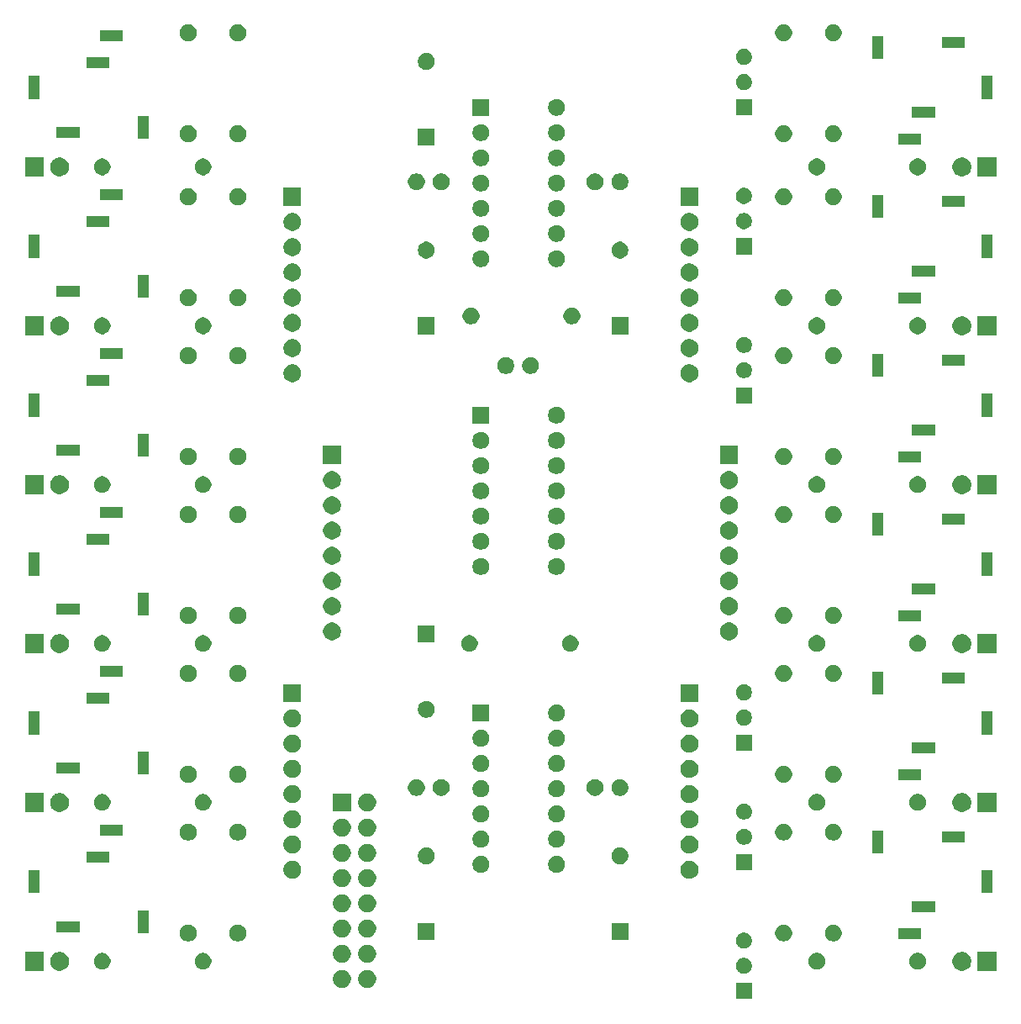
<source format=gbr>
G04 #@! TF.GenerationSoftware,KiCad,Pcbnew,(5.1.5)-3*
G04 #@! TF.CreationDate,2020-08-08T18:50:51-07:00*
G04 #@! TF.ProjectId,NOT_THT,4e4f545f-5448-4542-9e6b-696361645f70,rev?*
G04 #@! TF.SameCoordinates,Original*
G04 #@! TF.FileFunction,Soldermask,Top*
G04 #@! TF.FilePolarity,Negative*
%FSLAX46Y46*%
G04 Gerber Fmt 4.6, Leading zero omitted, Abs format (unit mm)*
G04 Created by KiCad (PCBNEW (5.1.5)-3) date 2020-08-08 18:50:51*
%MOMM*%
%LPD*%
G04 APERTURE LIST*
%ADD10C,0.100000*%
G04 APERTURE END LIST*
D10*
G36*
X74311000Y-98811000D02*
G01*
X72689000Y-98811000D01*
X72689000Y-97189000D01*
X74311000Y-97189000D01*
X74311000Y-98811000D01*
G37*
G36*
X35653512Y-95883927D02*
G01*
X35802812Y-95913624D01*
X35966784Y-95981544D01*
X36114354Y-96080147D01*
X36239853Y-96205646D01*
X36338456Y-96353216D01*
X36406376Y-96517188D01*
X36441000Y-96691259D01*
X36441000Y-96868741D01*
X36406376Y-97042812D01*
X36338456Y-97206784D01*
X36239853Y-97354354D01*
X36114354Y-97479853D01*
X35966784Y-97578456D01*
X35802812Y-97646376D01*
X35653512Y-97676073D01*
X35628742Y-97681000D01*
X35451258Y-97681000D01*
X35426488Y-97676073D01*
X35277188Y-97646376D01*
X35113216Y-97578456D01*
X34965646Y-97479853D01*
X34840147Y-97354354D01*
X34741544Y-97206784D01*
X34673624Y-97042812D01*
X34639000Y-96868741D01*
X34639000Y-96691259D01*
X34673624Y-96517188D01*
X34741544Y-96353216D01*
X34840147Y-96205646D01*
X34965646Y-96080147D01*
X35113216Y-95981544D01*
X35277188Y-95913624D01*
X35426488Y-95883927D01*
X35451258Y-95879000D01*
X35628742Y-95879000D01*
X35653512Y-95883927D01*
G37*
G36*
X33113512Y-95883927D02*
G01*
X33262812Y-95913624D01*
X33426784Y-95981544D01*
X33574354Y-96080147D01*
X33699853Y-96205646D01*
X33798456Y-96353216D01*
X33866376Y-96517188D01*
X33901000Y-96691259D01*
X33901000Y-96868741D01*
X33866376Y-97042812D01*
X33798456Y-97206784D01*
X33699853Y-97354354D01*
X33574354Y-97479853D01*
X33426784Y-97578456D01*
X33262812Y-97646376D01*
X33113512Y-97676073D01*
X33088742Y-97681000D01*
X32911258Y-97681000D01*
X32886488Y-97676073D01*
X32737188Y-97646376D01*
X32573216Y-97578456D01*
X32425646Y-97479853D01*
X32300147Y-97354354D01*
X32201544Y-97206784D01*
X32133624Y-97042812D01*
X32099000Y-96868741D01*
X32099000Y-96691259D01*
X32133624Y-96517188D01*
X32201544Y-96353216D01*
X32300147Y-96205646D01*
X32425646Y-96080147D01*
X32573216Y-95981544D01*
X32737188Y-95913624D01*
X32886488Y-95883927D01*
X32911258Y-95879000D01*
X33088742Y-95879000D01*
X33113512Y-95883927D01*
G37*
G36*
X73736560Y-94680166D02*
G01*
X73839015Y-94722604D01*
X73884153Y-94741301D01*
X73993482Y-94814353D01*
X74016982Y-94830055D01*
X74129945Y-94943018D01*
X74218700Y-95075849D01*
X74279834Y-95223440D01*
X74290567Y-95277396D01*
X74311000Y-95380123D01*
X74311000Y-95539877D01*
X74279834Y-95696560D01*
X74218699Y-95844153D01*
X74129945Y-95976982D01*
X74016982Y-96089945D01*
X73884153Y-96178699D01*
X73884152Y-96178700D01*
X73884151Y-96178700D01*
X73736560Y-96239834D01*
X73579878Y-96271000D01*
X73420122Y-96271000D01*
X73263440Y-96239834D01*
X73115849Y-96178700D01*
X73115848Y-96178700D01*
X73115847Y-96178699D01*
X72983018Y-96089945D01*
X72870055Y-95976982D01*
X72781301Y-95844153D01*
X72720166Y-95696560D01*
X72689000Y-95539877D01*
X72689000Y-95380123D01*
X72709434Y-95277396D01*
X72720166Y-95223440D01*
X72781300Y-95075849D01*
X72870055Y-94943018D01*
X72983018Y-94830055D01*
X73006518Y-94814353D01*
X73115847Y-94741301D01*
X73160986Y-94722604D01*
X73263440Y-94680166D01*
X73420122Y-94649000D01*
X73579878Y-94649000D01*
X73736560Y-94680166D01*
G37*
G36*
X98951000Y-95951000D02*
G01*
X97049000Y-95951000D01*
X97049000Y-94049000D01*
X98951000Y-94049000D01*
X98951000Y-95951000D01*
G37*
G36*
X4817395Y-94085546D02*
G01*
X4990466Y-94157234D01*
X4990467Y-94157235D01*
X5146227Y-94261310D01*
X5278690Y-94393773D01*
X5321284Y-94457520D01*
X5382766Y-94549534D01*
X5454454Y-94722605D01*
X5491000Y-94906333D01*
X5491000Y-95093667D01*
X5454454Y-95277395D01*
X5382766Y-95450466D01*
X5382765Y-95450467D01*
X5278690Y-95606227D01*
X5146227Y-95738690D01*
X5123092Y-95754148D01*
X4990466Y-95842766D01*
X4817395Y-95914454D01*
X4633667Y-95951000D01*
X4446333Y-95951000D01*
X4262605Y-95914454D01*
X4089534Y-95842766D01*
X3956908Y-95754148D01*
X3933773Y-95738690D01*
X3801310Y-95606227D01*
X3697235Y-95450467D01*
X3697234Y-95450466D01*
X3625546Y-95277395D01*
X3589000Y-95093667D01*
X3589000Y-94906333D01*
X3625546Y-94722605D01*
X3697234Y-94549534D01*
X3758716Y-94457520D01*
X3801310Y-94393773D01*
X3933773Y-94261310D01*
X4089533Y-94157235D01*
X4089534Y-94157234D01*
X4262605Y-94085546D01*
X4446333Y-94049000D01*
X4633667Y-94049000D01*
X4817395Y-94085546D01*
G37*
G36*
X2951000Y-95951000D02*
G01*
X1049000Y-95951000D01*
X1049000Y-94049000D01*
X2951000Y-94049000D01*
X2951000Y-95951000D01*
G37*
G36*
X95737395Y-94085546D02*
G01*
X95910466Y-94157234D01*
X95910467Y-94157235D01*
X96066227Y-94261310D01*
X96198690Y-94393773D01*
X96241284Y-94457520D01*
X96302766Y-94549534D01*
X96374454Y-94722605D01*
X96411000Y-94906333D01*
X96411000Y-95093667D01*
X96374454Y-95277395D01*
X96302766Y-95450466D01*
X96302765Y-95450467D01*
X96198690Y-95606227D01*
X96066227Y-95738690D01*
X96043092Y-95754148D01*
X95910466Y-95842766D01*
X95737395Y-95914454D01*
X95553667Y-95951000D01*
X95366333Y-95951000D01*
X95182605Y-95914454D01*
X95009534Y-95842766D01*
X94876908Y-95754148D01*
X94853773Y-95738690D01*
X94721310Y-95606227D01*
X94617235Y-95450467D01*
X94617234Y-95450466D01*
X94545546Y-95277395D01*
X94509000Y-95093667D01*
X94509000Y-94906333D01*
X94545546Y-94722605D01*
X94617234Y-94549534D01*
X94678716Y-94457520D01*
X94721310Y-94393773D01*
X94853773Y-94261310D01*
X95009533Y-94157235D01*
X95009534Y-94157234D01*
X95182605Y-94085546D01*
X95366333Y-94049000D01*
X95553667Y-94049000D01*
X95737395Y-94085546D01*
G37*
G36*
X9088228Y-94181703D02*
G01*
X9243100Y-94245853D01*
X9382481Y-94338985D01*
X9501015Y-94457519D01*
X9594147Y-94596900D01*
X9658297Y-94751772D01*
X9691000Y-94916184D01*
X9691000Y-95083816D01*
X9658297Y-95248228D01*
X9594147Y-95403100D01*
X9501015Y-95542481D01*
X9382481Y-95661015D01*
X9243100Y-95754147D01*
X9088228Y-95818297D01*
X8923816Y-95851000D01*
X8756184Y-95851000D01*
X8591772Y-95818297D01*
X8436900Y-95754147D01*
X8297519Y-95661015D01*
X8178985Y-95542481D01*
X8085853Y-95403100D01*
X8021703Y-95248228D01*
X7989000Y-95083816D01*
X7989000Y-94916184D01*
X8021703Y-94751772D01*
X8085853Y-94596900D01*
X8178985Y-94457519D01*
X8297519Y-94338985D01*
X8436900Y-94245853D01*
X8591772Y-94181703D01*
X8756184Y-94149000D01*
X8923816Y-94149000D01*
X9088228Y-94181703D01*
G37*
G36*
X19248228Y-94181703D02*
G01*
X19403100Y-94245853D01*
X19542481Y-94338985D01*
X19661015Y-94457519D01*
X19754147Y-94596900D01*
X19818297Y-94751772D01*
X19851000Y-94916184D01*
X19851000Y-95083816D01*
X19818297Y-95248228D01*
X19754147Y-95403100D01*
X19661015Y-95542481D01*
X19542481Y-95661015D01*
X19403100Y-95754147D01*
X19248228Y-95818297D01*
X19083816Y-95851000D01*
X18916184Y-95851000D01*
X18751772Y-95818297D01*
X18596900Y-95754147D01*
X18457519Y-95661015D01*
X18338985Y-95542481D01*
X18245853Y-95403100D01*
X18181703Y-95248228D01*
X18149000Y-95083816D01*
X18149000Y-94916184D01*
X18181703Y-94751772D01*
X18245853Y-94596900D01*
X18338985Y-94457519D01*
X18457519Y-94338985D01*
X18596900Y-94245853D01*
X18751772Y-94181703D01*
X18916184Y-94149000D01*
X19083816Y-94149000D01*
X19248228Y-94181703D01*
G37*
G36*
X91248228Y-94181703D02*
G01*
X91403100Y-94245853D01*
X91542481Y-94338985D01*
X91661015Y-94457519D01*
X91754147Y-94596900D01*
X91818297Y-94751772D01*
X91851000Y-94916184D01*
X91851000Y-95083816D01*
X91818297Y-95248228D01*
X91754147Y-95403100D01*
X91661015Y-95542481D01*
X91542481Y-95661015D01*
X91403100Y-95754147D01*
X91248228Y-95818297D01*
X91083816Y-95851000D01*
X90916184Y-95851000D01*
X90751772Y-95818297D01*
X90596900Y-95754147D01*
X90457519Y-95661015D01*
X90338985Y-95542481D01*
X90245853Y-95403100D01*
X90181703Y-95248228D01*
X90149000Y-95083816D01*
X90149000Y-94916184D01*
X90181703Y-94751772D01*
X90245853Y-94596900D01*
X90338985Y-94457519D01*
X90457519Y-94338985D01*
X90596900Y-94245853D01*
X90751772Y-94181703D01*
X90916184Y-94149000D01*
X91083816Y-94149000D01*
X91248228Y-94181703D01*
G37*
G36*
X81088228Y-94181703D02*
G01*
X81243100Y-94245853D01*
X81382481Y-94338985D01*
X81501015Y-94457519D01*
X81594147Y-94596900D01*
X81658297Y-94751772D01*
X81691000Y-94916184D01*
X81691000Y-95083816D01*
X81658297Y-95248228D01*
X81594147Y-95403100D01*
X81501015Y-95542481D01*
X81382481Y-95661015D01*
X81243100Y-95754147D01*
X81088228Y-95818297D01*
X80923816Y-95851000D01*
X80756184Y-95851000D01*
X80591772Y-95818297D01*
X80436900Y-95754147D01*
X80297519Y-95661015D01*
X80178985Y-95542481D01*
X80085853Y-95403100D01*
X80021703Y-95248228D01*
X79989000Y-95083816D01*
X79989000Y-94916184D01*
X80021703Y-94751772D01*
X80085853Y-94596900D01*
X80178985Y-94457519D01*
X80297519Y-94338985D01*
X80436900Y-94245853D01*
X80591772Y-94181703D01*
X80756184Y-94149000D01*
X80923816Y-94149000D01*
X81088228Y-94181703D01*
G37*
G36*
X33113512Y-93343927D02*
G01*
X33262812Y-93373624D01*
X33426784Y-93441544D01*
X33574354Y-93540147D01*
X33699853Y-93665646D01*
X33798456Y-93813216D01*
X33866376Y-93977188D01*
X33887929Y-94085546D01*
X33901000Y-94151258D01*
X33901000Y-94328742D01*
X33896073Y-94353512D01*
X33866376Y-94502812D01*
X33798456Y-94666784D01*
X33699853Y-94814354D01*
X33574354Y-94939853D01*
X33426784Y-95038456D01*
X33262812Y-95106376D01*
X33113512Y-95136073D01*
X33088742Y-95141000D01*
X32911258Y-95141000D01*
X32886488Y-95136073D01*
X32737188Y-95106376D01*
X32573216Y-95038456D01*
X32425646Y-94939853D01*
X32300147Y-94814354D01*
X32201544Y-94666784D01*
X32133624Y-94502812D01*
X32103927Y-94353512D01*
X32099000Y-94328742D01*
X32099000Y-94151258D01*
X32112071Y-94085546D01*
X32133624Y-93977188D01*
X32201544Y-93813216D01*
X32300147Y-93665646D01*
X32425646Y-93540147D01*
X32573216Y-93441544D01*
X32737188Y-93373624D01*
X32886488Y-93343927D01*
X32911258Y-93339000D01*
X33088742Y-93339000D01*
X33113512Y-93343927D01*
G37*
G36*
X35653512Y-93343927D02*
G01*
X35802812Y-93373624D01*
X35966784Y-93441544D01*
X36114354Y-93540147D01*
X36239853Y-93665646D01*
X36338456Y-93813216D01*
X36406376Y-93977188D01*
X36427929Y-94085546D01*
X36441000Y-94151258D01*
X36441000Y-94328742D01*
X36436073Y-94353512D01*
X36406376Y-94502812D01*
X36338456Y-94666784D01*
X36239853Y-94814354D01*
X36114354Y-94939853D01*
X35966784Y-95038456D01*
X35802812Y-95106376D01*
X35653512Y-95136073D01*
X35628742Y-95141000D01*
X35451258Y-95141000D01*
X35426488Y-95136073D01*
X35277188Y-95106376D01*
X35113216Y-95038456D01*
X34965646Y-94939853D01*
X34840147Y-94814354D01*
X34741544Y-94666784D01*
X34673624Y-94502812D01*
X34643927Y-94353512D01*
X34639000Y-94328742D01*
X34639000Y-94151258D01*
X34652071Y-94085546D01*
X34673624Y-93977188D01*
X34741544Y-93813216D01*
X34840147Y-93665646D01*
X34965646Y-93540147D01*
X35113216Y-93441544D01*
X35277188Y-93373624D01*
X35426488Y-93343927D01*
X35451258Y-93339000D01*
X35628742Y-93339000D01*
X35653512Y-93343927D01*
G37*
G36*
X73669274Y-92126782D02*
G01*
X73736560Y-92140166D01*
X73884153Y-92201301D01*
X73947779Y-92243815D01*
X74016982Y-92290055D01*
X74129945Y-92403018D01*
X74218700Y-92535849D01*
X74279834Y-92683440D01*
X74293273Y-92751000D01*
X74311000Y-92840123D01*
X74311000Y-92999877D01*
X74279834Y-93156560D01*
X74218699Y-93304153D01*
X74129945Y-93436982D01*
X74016982Y-93549945D01*
X73884153Y-93638699D01*
X73884152Y-93638700D01*
X73884151Y-93638700D01*
X73736560Y-93699834D01*
X73579878Y-93731000D01*
X73420122Y-93731000D01*
X73263440Y-93699834D01*
X73115849Y-93638700D01*
X73115848Y-93638700D01*
X73115847Y-93638699D01*
X72983018Y-93549945D01*
X72870055Y-93436982D01*
X72781301Y-93304153D01*
X72720166Y-93156560D01*
X72689000Y-92999877D01*
X72689000Y-92840123D01*
X72706728Y-92751000D01*
X72720166Y-92683440D01*
X72781300Y-92535849D01*
X72870055Y-92403018D01*
X72983018Y-92290055D01*
X73052221Y-92243815D01*
X73115847Y-92201301D01*
X73263440Y-92140166D01*
X73330726Y-92126782D01*
X73420122Y-92109000D01*
X73579878Y-92109000D01*
X73669274Y-92126782D01*
G37*
G36*
X82748228Y-91341703D02*
G01*
X82903100Y-91405853D01*
X83042481Y-91498985D01*
X83161015Y-91617519D01*
X83254147Y-91756900D01*
X83318297Y-91911772D01*
X83351000Y-92076184D01*
X83351000Y-92243816D01*
X83318297Y-92408228D01*
X83254147Y-92563100D01*
X83161015Y-92702481D01*
X83042481Y-92821015D01*
X82903100Y-92914147D01*
X82748228Y-92978297D01*
X82583816Y-93011000D01*
X82416184Y-93011000D01*
X82251772Y-92978297D01*
X82096900Y-92914147D01*
X81957519Y-92821015D01*
X81838985Y-92702481D01*
X81745853Y-92563100D01*
X81681703Y-92408228D01*
X81649000Y-92243816D01*
X81649000Y-92076184D01*
X81681703Y-91911772D01*
X81745853Y-91756900D01*
X81838985Y-91617519D01*
X81957519Y-91498985D01*
X82096900Y-91405853D01*
X82251772Y-91341703D01*
X82416184Y-91309000D01*
X82583816Y-91309000D01*
X82748228Y-91341703D01*
G37*
G36*
X77748228Y-91341703D02*
G01*
X77903100Y-91405853D01*
X78042481Y-91498985D01*
X78161015Y-91617519D01*
X78254147Y-91756900D01*
X78318297Y-91911772D01*
X78351000Y-92076184D01*
X78351000Y-92243816D01*
X78318297Y-92408228D01*
X78254147Y-92563100D01*
X78161015Y-92702481D01*
X78042481Y-92821015D01*
X77903100Y-92914147D01*
X77748228Y-92978297D01*
X77583816Y-93011000D01*
X77416184Y-93011000D01*
X77251772Y-92978297D01*
X77096900Y-92914147D01*
X76957519Y-92821015D01*
X76838985Y-92702481D01*
X76745853Y-92563100D01*
X76681703Y-92408228D01*
X76649000Y-92243816D01*
X76649000Y-92076184D01*
X76681703Y-91911772D01*
X76745853Y-91756900D01*
X76838985Y-91617519D01*
X76957519Y-91498985D01*
X77096900Y-91405853D01*
X77251772Y-91341703D01*
X77416184Y-91309000D01*
X77583816Y-91309000D01*
X77748228Y-91341703D01*
G37*
G36*
X17748228Y-91341703D02*
G01*
X17903100Y-91405853D01*
X18042481Y-91498985D01*
X18161015Y-91617519D01*
X18254147Y-91756900D01*
X18318297Y-91911772D01*
X18351000Y-92076184D01*
X18351000Y-92243816D01*
X18318297Y-92408228D01*
X18254147Y-92563100D01*
X18161015Y-92702481D01*
X18042481Y-92821015D01*
X17903100Y-92914147D01*
X17748228Y-92978297D01*
X17583816Y-93011000D01*
X17416184Y-93011000D01*
X17251772Y-92978297D01*
X17096900Y-92914147D01*
X16957519Y-92821015D01*
X16838985Y-92702481D01*
X16745853Y-92563100D01*
X16681703Y-92408228D01*
X16649000Y-92243816D01*
X16649000Y-92076184D01*
X16681703Y-91911772D01*
X16745853Y-91756900D01*
X16838985Y-91617519D01*
X16957519Y-91498985D01*
X17096900Y-91405853D01*
X17251772Y-91341703D01*
X17416184Y-91309000D01*
X17583816Y-91309000D01*
X17748228Y-91341703D01*
G37*
G36*
X22748228Y-91341703D02*
G01*
X22903100Y-91405853D01*
X23042481Y-91498985D01*
X23161015Y-91617519D01*
X23254147Y-91756900D01*
X23318297Y-91911772D01*
X23351000Y-92076184D01*
X23351000Y-92243816D01*
X23318297Y-92408228D01*
X23254147Y-92563100D01*
X23161015Y-92702481D01*
X23042481Y-92821015D01*
X22903100Y-92914147D01*
X22748228Y-92978297D01*
X22583816Y-93011000D01*
X22416184Y-93011000D01*
X22251772Y-92978297D01*
X22096900Y-92914147D01*
X21957519Y-92821015D01*
X21838985Y-92702481D01*
X21745853Y-92563100D01*
X21681703Y-92408228D01*
X21649000Y-92243816D01*
X21649000Y-92076184D01*
X21681703Y-91911772D01*
X21745853Y-91756900D01*
X21838985Y-91617519D01*
X21957519Y-91498985D01*
X22096900Y-91405853D01*
X22251772Y-91341703D01*
X22416184Y-91309000D01*
X22583816Y-91309000D01*
X22748228Y-91341703D01*
G37*
G36*
X42351000Y-92851000D02*
G01*
X40649000Y-92851000D01*
X40649000Y-91149000D01*
X42351000Y-91149000D01*
X42351000Y-92851000D01*
G37*
G36*
X61851000Y-92851000D02*
G01*
X60149000Y-92851000D01*
X60149000Y-91149000D01*
X61851000Y-91149000D01*
X61851000Y-92851000D01*
G37*
G36*
X91351000Y-92751000D02*
G01*
X89049000Y-92751000D01*
X89049000Y-91649000D01*
X91351000Y-91649000D01*
X91351000Y-92751000D01*
G37*
G36*
X33113512Y-90803927D02*
G01*
X33262812Y-90833624D01*
X33426784Y-90901544D01*
X33574354Y-91000147D01*
X33699853Y-91125646D01*
X33798456Y-91273216D01*
X33866376Y-91437188D01*
X33901000Y-91611259D01*
X33901000Y-91788741D01*
X33866376Y-91962812D01*
X33798456Y-92126784D01*
X33699853Y-92274354D01*
X33574354Y-92399853D01*
X33426784Y-92498456D01*
X33262812Y-92566376D01*
X33113512Y-92596073D01*
X33088742Y-92601000D01*
X32911258Y-92601000D01*
X32886488Y-92596073D01*
X32737188Y-92566376D01*
X32573216Y-92498456D01*
X32425646Y-92399853D01*
X32300147Y-92274354D01*
X32201544Y-92126784D01*
X32133624Y-91962812D01*
X32099000Y-91788741D01*
X32099000Y-91611259D01*
X32133624Y-91437188D01*
X32201544Y-91273216D01*
X32300147Y-91125646D01*
X32425646Y-91000147D01*
X32573216Y-90901544D01*
X32737188Y-90833624D01*
X32886488Y-90803927D01*
X32911258Y-90799000D01*
X33088742Y-90799000D01*
X33113512Y-90803927D01*
G37*
G36*
X35653512Y-90803927D02*
G01*
X35802812Y-90833624D01*
X35966784Y-90901544D01*
X36114354Y-91000147D01*
X36239853Y-91125646D01*
X36338456Y-91273216D01*
X36406376Y-91437188D01*
X36441000Y-91611259D01*
X36441000Y-91788741D01*
X36406376Y-91962812D01*
X36338456Y-92126784D01*
X36239853Y-92274354D01*
X36114354Y-92399853D01*
X35966784Y-92498456D01*
X35802812Y-92566376D01*
X35653512Y-92596073D01*
X35628742Y-92601000D01*
X35451258Y-92601000D01*
X35426488Y-92596073D01*
X35277188Y-92566376D01*
X35113216Y-92498456D01*
X34965646Y-92399853D01*
X34840147Y-92274354D01*
X34741544Y-92126784D01*
X34673624Y-91962812D01*
X34639000Y-91788741D01*
X34639000Y-91611259D01*
X34673624Y-91437188D01*
X34741544Y-91273216D01*
X34840147Y-91125646D01*
X34965646Y-91000147D01*
X35113216Y-90901544D01*
X35277188Y-90833624D01*
X35426488Y-90803927D01*
X35451258Y-90799000D01*
X35628742Y-90799000D01*
X35653512Y-90803927D01*
G37*
G36*
X13551000Y-92151000D02*
G01*
X12449000Y-92151000D01*
X12449000Y-89849000D01*
X13551000Y-89849000D01*
X13551000Y-92151000D01*
G37*
G36*
X6551000Y-92051000D02*
G01*
X4249000Y-92051000D01*
X4249000Y-90949000D01*
X6551000Y-90949000D01*
X6551000Y-92051000D01*
G37*
G36*
X33113512Y-88263927D02*
G01*
X33262812Y-88293624D01*
X33426784Y-88361544D01*
X33574354Y-88460147D01*
X33699853Y-88585646D01*
X33798456Y-88733216D01*
X33866376Y-88897188D01*
X33901000Y-89071259D01*
X33901000Y-89248741D01*
X33866376Y-89422812D01*
X33798456Y-89586784D01*
X33699853Y-89734354D01*
X33574354Y-89859853D01*
X33426784Y-89958456D01*
X33262812Y-90026376D01*
X33113512Y-90056073D01*
X33088742Y-90061000D01*
X32911258Y-90061000D01*
X32886488Y-90056073D01*
X32737188Y-90026376D01*
X32573216Y-89958456D01*
X32425646Y-89859853D01*
X32300147Y-89734354D01*
X32201544Y-89586784D01*
X32133624Y-89422812D01*
X32099000Y-89248741D01*
X32099000Y-89071259D01*
X32133624Y-88897188D01*
X32201544Y-88733216D01*
X32300147Y-88585646D01*
X32425646Y-88460147D01*
X32573216Y-88361544D01*
X32737188Y-88293624D01*
X32886488Y-88263927D01*
X32911258Y-88259000D01*
X33088742Y-88259000D01*
X33113512Y-88263927D01*
G37*
G36*
X35653512Y-88263927D02*
G01*
X35802812Y-88293624D01*
X35966784Y-88361544D01*
X36114354Y-88460147D01*
X36239853Y-88585646D01*
X36338456Y-88733216D01*
X36406376Y-88897188D01*
X36441000Y-89071259D01*
X36441000Y-89248741D01*
X36406376Y-89422812D01*
X36338456Y-89586784D01*
X36239853Y-89734354D01*
X36114354Y-89859853D01*
X35966784Y-89958456D01*
X35802812Y-90026376D01*
X35653512Y-90056073D01*
X35628742Y-90061000D01*
X35451258Y-90061000D01*
X35426488Y-90056073D01*
X35277188Y-90026376D01*
X35113216Y-89958456D01*
X34965646Y-89859853D01*
X34840147Y-89734354D01*
X34741544Y-89586784D01*
X34673624Y-89422812D01*
X34639000Y-89248741D01*
X34639000Y-89071259D01*
X34673624Y-88897188D01*
X34741544Y-88733216D01*
X34840147Y-88585646D01*
X34965646Y-88460147D01*
X35113216Y-88361544D01*
X35277188Y-88293624D01*
X35426488Y-88263927D01*
X35451258Y-88259000D01*
X35628742Y-88259000D01*
X35653512Y-88263927D01*
G37*
G36*
X92751000Y-90051000D02*
G01*
X90449000Y-90051000D01*
X90449000Y-88949000D01*
X92751000Y-88949000D01*
X92751000Y-90051000D01*
G37*
G36*
X2551000Y-88151000D02*
G01*
X1449000Y-88151000D01*
X1449000Y-85849000D01*
X2551000Y-85849000D01*
X2551000Y-88151000D01*
G37*
G36*
X98551000Y-88151000D02*
G01*
X97449000Y-88151000D01*
X97449000Y-85849000D01*
X98551000Y-85849000D01*
X98551000Y-88151000D01*
G37*
G36*
X35653512Y-85723927D02*
G01*
X35802812Y-85753624D01*
X35966784Y-85821544D01*
X36114354Y-85920147D01*
X36239853Y-86045646D01*
X36338456Y-86193216D01*
X36406376Y-86357188D01*
X36441000Y-86531259D01*
X36441000Y-86708741D01*
X36406376Y-86882812D01*
X36338456Y-87046784D01*
X36239853Y-87194354D01*
X36114354Y-87319853D01*
X35966784Y-87418456D01*
X35802812Y-87486376D01*
X35653512Y-87516073D01*
X35628742Y-87521000D01*
X35451258Y-87521000D01*
X35426488Y-87516073D01*
X35277188Y-87486376D01*
X35113216Y-87418456D01*
X34965646Y-87319853D01*
X34840147Y-87194354D01*
X34741544Y-87046784D01*
X34673624Y-86882812D01*
X34639000Y-86708741D01*
X34639000Y-86531259D01*
X34673624Y-86357188D01*
X34741544Y-86193216D01*
X34840147Y-86045646D01*
X34965646Y-85920147D01*
X35113216Y-85821544D01*
X35277188Y-85753624D01*
X35426488Y-85723927D01*
X35451258Y-85719000D01*
X35628742Y-85719000D01*
X35653512Y-85723927D01*
G37*
G36*
X33113512Y-85723927D02*
G01*
X33262812Y-85753624D01*
X33426784Y-85821544D01*
X33574354Y-85920147D01*
X33699853Y-86045646D01*
X33798456Y-86193216D01*
X33866376Y-86357188D01*
X33901000Y-86531259D01*
X33901000Y-86708741D01*
X33866376Y-86882812D01*
X33798456Y-87046784D01*
X33699853Y-87194354D01*
X33574354Y-87319853D01*
X33426784Y-87418456D01*
X33262812Y-87486376D01*
X33113512Y-87516073D01*
X33088742Y-87521000D01*
X32911258Y-87521000D01*
X32886488Y-87516073D01*
X32737188Y-87486376D01*
X32573216Y-87418456D01*
X32425646Y-87319853D01*
X32300147Y-87194354D01*
X32201544Y-87046784D01*
X32133624Y-86882812D01*
X32099000Y-86708741D01*
X32099000Y-86531259D01*
X32133624Y-86357188D01*
X32201544Y-86193216D01*
X32300147Y-86045646D01*
X32425646Y-85920147D01*
X32573216Y-85821544D01*
X32737188Y-85753624D01*
X32886488Y-85723927D01*
X32911258Y-85719000D01*
X33088742Y-85719000D01*
X33113512Y-85723927D01*
G37*
G36*
X68113512Y-84883927D02*
G01*
X68262812Y-84913624D01*
X68426784Y-84981544D01*
X68574354Y-85080147D01*
X68699853Y-85205646D01*
X68798456Y-85353216D01*
X68866376Y-85517188D01*
X68901000Y-85691259D01*
X68901000Y-85868741D01*
X68866376Y-86042812D01*
X68798456Y-86206784D01*
X68699853Y-86354354D01*
X68574354Y-86479853D01*
X68426784Y-86578456D01*
X68262812Y-86646376D01*
X68113512Y-86676073D01*
X68088742Y-86681000D01*
X67911258Y-86681000D01*
X67886488Y-86676073D01*
X67737188Y-86646376D01*
X67573216Y-86578456D01*
X67425646Y-86479853D01*
X67300147Y-86354354D01*
X67201544Y-86206784D01*
X67133624Y-86042812D01*
X67099000Y-85868741D01*
X67099000Y-85691259D01*
X67133624Y-85517188D01*
X67201544Y-85353216D01*
X67300147Y-85205646D01*
X67425646Y-85080147D01*
X67573216Y-84981544D01*
X67737188Y-84913624D01*
X67886488Y-84883927D01*
X67911258Y-84879000D01*
X68088742Y-84879000D01*
X68113512Y-84883927D01*
G37*
G36*
X28113512Y-84883927D02*
G01*
X28262812Y-84913624D01*
X28426784Y-84981544D01*
X28574354Y-85080147D01*
X28699853Y-85205646D01*
X28798456Y-85353216D01*
X28866376Y-85517188D01*
X28901000Y-85691259D01*
X28901000Y-85868741D01*
X28866376Y-86042812D01*
X28798456Y-86206784D01*
X28699853Y-86354354D01*
X28574354Y-86479853D01*
X28426784Y-86578456D01*
X28262812Y-86646376D01*
X28113512Y-86676073D01*
X28088742Y-86681000D01*
X27911258Y-86681000D01*
X27886488Y-86676073D01*
X27737188Y-86646376D01*
X27573216Y-86578456D01*
X27425646Y-86479853D01*
X27300147Y-86354354D01*
X27201544Y-86206784D01*
X27133624Y-86042812D01*
X27099000Y-85868741D01*
X27099000Y-85691259D01*
X27133624Y-85517188D01*
X27201544Y-85353216D01*
X27300147Y-85205646D01*
X27425646Y-85080147D01*
X27573216Y-84981544D01*
X27737188Y-84913624D01*
X27886488Y-84883927D01*
X27911258Y-84879000D01*
X28088742Y-84879000D01*
X28113512Y-84883927D01*
G37*
G36*
X54868228Y-84421703D02*
G01*
X55023100Y-84485853D01*
X55162481Y-84578985D01*
X55281015Y-84697519D01*
X55374147Y-84836900D01*
X55438297Y-84991772D01*
X55471000Y-85156184D01*
X55471000Y-85323816D01*
X55438297Y-85488228D01*
X55374147Y-85643100D01*
X55281015Y-85782481D01*
X55162481Y-85901015D01*
X55023100Y-85994147D01*
X54868228Y-86058297D01*
X54703816Y-86091000D01*
X54536184Y-86091000D01*
X54371772Y-86058297D01*
X54216900Y-85994147D01*
X54077519Y-85901015D01*
X53958985Y-85782481D01*
X53865853Y-85643100D01*
X53801703Y-85488228D01*
X53769000Y-85323816D01*
X53769000Y-85156184D01*
X53801703Y-84991772D01*
X53865853Y-84836900D01*
X53958985Y-84697519D01*
X54077519Y-84578985D01*
X54216900Y-84485853D01*
X54371772Y-84421703D01*
X54536184Y-84389000D01*
X54703816Y-84389000D01*
X54868228Y-84421703D01*
G37*
G36*
X47248228Y-84421703D02*
G01*
X47403100Y-84485853D01*
X47542481Y-84578985D01*
X47661015Y-84697519D01*
X47754147Y-84836900D01*
X47818297Y-84991772D01*
X47851000Y-85156184D01*
X47851000Y-85323816D01*
X47818297Y-85488228D01*
X47754147Y-85643100D01*
X47661015Y-85782481D01*
X47542481Y-85901015D01*
X47403100Y-85994147D01*
X47248228Y-86058297D01*
X47083816Y-86091000D01*
X46916184Y-86091000D01*
X46751772Y-86058297D01*
X46596900Y-85994147D01*
X46457519Y-85901015D01*
X46338985Y-85782481D01*
X46245853Y-85643100D01*
X46181703Y-85488228D01*
X46149000Y-85323816D01*
X46149000Y-85156184D01*
X46181703Y-84991772D01*
X46245853Y-84836900D01*
X46338985Y-84697519D01*
X46457519Y-84578985D01*
X46596900Y-84485853D01*
X46751772Y-84421703D01*
X46916184Y-84389000D01*
X47083816Y-84389000D01*
X47248228Y-84421703D01*
G37*
G36*
X74311000Y-85811000D02*
G01*
X72689000Y-85811000D01*
X72689000Y-84189000D01*
X74311000Y-84189000D01*
X74311000Y-85811000D01*
G37*
G36*
X41748228Y-83561703D02*
G01*
X41903100Y-83625853D01*
X42042481Y-83718985D01*
X42161015Y-83837519D01*
X42254147Y-83976900D01*
X42318297Y-84131772D01*
X42351000Y-84296184D01*
X42351000Y-84463816D01*
X42318297Y-84628228D01*
X42254147Y-84783100D01*
X42161015Y-84922481D01*
X42042481Y-85041015D01*
X41903100Y-85134147D01*
X41748228Y-85198297D01*
X41583816Y-85231000D01*
X41416184Y-85231000D01*
X41251772Y-85198297D01*
X41096900Y-85134147D01*
X40957519Y-85041015D01*
X40838985Y-84922481D01*
X40745853Y-84783100D01*
X40681703Y-84628228D01*
X40649000Y-84463816D01*
X40649000Y-84296184D01*
X40681703Y-84131772D01*
X40745853Y-83976900D01*
X40838985Y-83837519D01*
X40957519Y-83718985D01*
X41096900Y-83625853D01*
X41251772Y-83561703D01*
X41416184Y-83529000D01*
X41583816Y-83529000D01*
X41748228Y-83561703D01*
G37*
G36*
X61248228Y-83561703D02*
G01*
X61403100Y-83625853D01*
X61542481Y-83718985D01*
X61661015Y-83837519D01*
X61754147Y-83976900D01*
X61818297Y-84131772D01*
X61851000Y-84296184D01*
X61851000Y-84463816D01*
X61818297Y-84628228D01*
X61754147Y-84783100D01*
X61661015Y-84922481D01*
X61542481Y-85041015D01*
X61403100Y-85134147D01*
X61248228Y-85198297D01*
X61083816Y-85231000D01*
X60916184Y-85231000D01*
X60751772Y-85198297D01*
X60596900Y-85134147D01*
X60457519Y-85041015D01*
X60338985Y-84922481D01*
X60245853Y-84783100D01*
X60181703Y-84628228D01*
X60149000Y-84463816D01*
X60149000Y-84296184D01*
X60181703Y-84131772D01*
X60245853Y-83976900D01*
X60338985Y-83837519D01*
X60457519Y-83718985D01*
X60596900Y-83625853D01*
X60751772Y-83561703D01*
X60916184Y-83529000D01*
X61083816Y-83529000D01*
X61248228Y-83561703D01*
G37*
G36*
X9551000Y-85051000D02*
G01*
X7249000Y-85051000D01*
X7249000Y-83949000D01*
X9551000Y-83949000D01*
X9551000Y-85051000D01*
G37*
G36*
X33113512Y-83183927D02*
G01*
X33262812Y-83213624D01*
X33426784Y-83281544D01*
X33574354Y-83380147D01*
X33699853Y-83505646D01*
X33798456Y-83653216D01*
X33866376Y-83817188D01*
X33890775Y-83939852D01*
X33898145Y-83976903D01*
X33901000Y-83991259D01*
X33901000Y-84168741D01*
X33866376Y-84342812D01*
X33798456Y-84506784D01*
X33699853Y-84654354D01*
X33574354Y-84779853D01*
X33426784Y-84878456D01*
X33262812Y-84946376D01*
X33113512Y-84976073D01*
X33088742Y-84981000D01*
X32911258Y-84981000D01*
X32886488Y-84976073D01*
X32737188Y-84946376D01*
X32573216Y-84878456D01*
X32425646Y-84779853D01*
X32300147Y-84654354D01*
X32201544Y-84506784D01*
X32133624Y-84342812D01*
X32099000Y-84168741D01*
X32099000Y-83991259D01*
X32101856Y-83976903D01*
X32109225Y-83939852D01*
X32133624Y-83817188D01*
X32201544Y-83653216D01*
X32300147Y-83505646D01*
X32425646Y-83380147D01*
X32573216Y-83281544D01*
X32737188Y-83213624D01*
X32886488Y-83183927D01*
X32911258Y-83179000D01*
X33088742Y-83179000D01*
X33113512Y-83183927D01*
G37*
G36*
X35653512Y-83183927D02*
G01*
X35802812Y-83213624D01*
X35966784Y-83281544D01*
X36114354Y-83380147D01*
X36239853Y-83505646D01*
X36338456Y-83653216D01*
X36406376Y-83817188D01*
X36430775Y-83939852D01*
X36438145Y-83976903D01*
X36441000Y-83991259D01*
X36441000Y-84168741D01*
X36406376Y-84342812D01*
X36338456Y-84506784D01*
X36239853Y-84654354D01*
X36114354Y-84779853D01*
X35966784Y-84878456D01*
X35802812Y-84946376D01*
X35653512Y-84976073D01*
X35628742Y-84981000D01*
X35451258Y-84981000D01*
X35426488Y-84976073D01*
X35277188Y-84946376D01*
X35113216Y-84878456D01*
X34965646Y-84779853D01*
X34840147Y-84654354D01*
X34741544Y-84506784D01*
X34673624Y-84342812D01*
X34639000Y-84168741D01*
X34639000Y-83991259D01*
X34641856Y-83976903D01*
X34649225Y-83939852D01*
X34673624Y-83817188D01*
X34741544Y-83653216D01*
X34840147Y-83505646D01*
X34965646Y-83380147D01*
X35113216Y-83281544D01*
X35277188Y-83213624D01*
X35426488Y-83183927D01*
X35451258Y-83179000D01*
X35628742Y-83179000D01*
X35653512Y-83183927D01*
G37*
G36*
X87551000Y-84151000D02*
G01*
X86449000Y-84151000D01*
X86449000Y-81849000D01*
X87551000Y-81849000D01*
X87551000Y-84151000D01*
G37*
G36*
X28113512Y-82343927D02*
G01*
X28262812Y-82373624D01*
X28426784Y-82441544D01*
X28574354Y-82540147D01*
X28699853Y-82665646D01*
X28798456Y-82813216D01*
X28866376Y-82977188D01*
X28901000Y-83151259D01*
X28901000Y-83328741D01*
X28866376Y-83502812D01*
X28798456Y-83666784D01*
X28699853Y-83814354D01*
X28574354Y-83939853D01*
X28426784Y-84038456D01*
X28262812Y-84106376D01*
X28135139Y-84131771D01*
X28088742Y-84141000D01*
X27911258Y-84141000D01*
X27864861Y-84131771D01*
X27737188Y-84106376D01*
X27573216Y-84038456D01*
X27425646Y-83939853D01*
X27300147Y-83814354D01*
X27201544Y-83666784D01*
X27133624Y-83502812D01*
X27099000Y-83328741D01*
X27099000Y-83151259D01*
X27133624Y-82977188D01*
X27201544Y-82813216D01*
X27300147Y-82665646D01*
X27425646Y-82540147D01*
X27573216Y-82441544D01*
X27737188Y-82373624D01*
X27886488Y-82343927D01*
X27911258Y-82339000D01*
X28088742Y-82339000D01*
X28113512Y-82343927D01*
G37*
G36*
X68113512Y-82343927D02*
G01*
X68262812Y-82373624D01*
X68426784Y-82441544D01*
X68574354Y-82540147D01*
X68699853Y-82665646D01*
X68798456Y-82813216D01*
X68866376Y-82977188D01*
X68901000Y-83151259D01*
X68901000Y-83328741D01*
X68866376Y-83502812D01*
X68798456Y-83666784D01*
X68699853Y-83814354D01*
X68574354Y-83939853D01*
X68426784Y-84038456D01*
X68262812Y-84106376D01*
X68135139Y-84131771D01*
X68088742Y-84141000D01*
X67911258Y-84141000D01*
X67864861Y-84131771D01*
X67737188Y-84106376D01*
X67573216Y-84038456D01*
X67425646Y-83939853D01*
X67300147Y-83814354D01*
X67201544Y-83666784D01*
X67133624Y-83502812D01*
X67099000Y-83328741D01*
X67099000Y-83151259D01*
X67133624Y-82977188D01*
X67201544Y-82813216D01*
X67300147Y-82665646D01*
X67425646Y-82540147D01*
X67573216Y-82441544D01*
X67737188Y-82373624D01*
X67886488Y-82343927D01*
X67911258Y-82339000D01*
X68088742Y-82339000D01*
X68113512Y-82343927D01*
G37*
G36*
X47248228Y-81881703D02*
G01*
X47403100Y-81945853D01*
X47542481Y-82038985D01*
X47661015Y-82157519D01*
X47754147Y-82296900D01*
X47818297Y-82451772D01*
X47851000Y-82616184D01*
X47851000Y-82783816D01*
X47818297Y-82948228D01*
X47754147Y-83103100D01*
X47661015Y-83242481D01*
X47542481Y-83361015D01*
X47403100Y-83454147D01*
X47248228Y-83518297D01*
X47083816Y-83551000D01*
X46916184Y-83551000D01*
X46751772Y-83518297D01*
X46596900Y-83454147D01*
X46457519Y-83361015D01*
X46338985Y-83242481D01*
X46245853Y-83103100D01*
X46181703Y-82948228D01*
X46149000Y-82783816D01*
X46149000Y-82616184D01*
X46181703Y-82451772D01*
X46245853Y-82296900D01*
X46338985Y-82157519D01*
X46457519Y-82038985D01*
X46596900Y-81945853D01*
X46751772Y-81881703D01*
X46916184Y-81849000D01*
X47083816Y-81849000D01*
X47248228Y-81881703D01*
G37*
G36*
X54868228Y-81881703D02*
G01*
X55023100Y-81945853D01*
X55162481Y-82038985D01*
X55281015Y-82157519D01*
X55374147Y-82296900D01*
X55438297Y-82451772D01*
X55471000Y-82616184D01*
X55471000Y-82783816D01*
X55438297Y-82948228D01*
X55374147Y-83103100D01*
X55281015Y-83242481D01*
X55162481Y-83361015D01*
X55023100Y-83454147D01*
X54868228Y-83518297D01*
X54703816Y-83551000D01*
X54536184Y-83551000D01*
X54371772Y-83518297D01*
X54216900Y-83454147D01*
X54077519Y-83361015D01*
X53958985Y-83242481D01*
X53865853Y-83103100D01*
X53801703Y-82948228D01*
X53769000Y-82783816D01*
X53769000Y-82616184D01*
X53801703Y-82451772D01*
X53865853Y-82296900D01*
X53958985Y-82157519D01*
X54077519Y-82038985D01*
X54216900Y-81945853D01*
X54371772Y-81881703D01*
X54536184Y-81849000D01*
X54703816Y-81849000D01*
X54868228Y-81881703D01*
G37*
G36*
X73736560Y-81680166D02*
G01*
X73884153Y-81741301D01*
X73976209Y-81802811D01*
X74016982Y-81830055D01*
X74129945Y-81943018D01*
X74218700Y-82075849D01*
X74279834Y-82223440D01*
X74311000Y-82380122D01*
X74311000Y-82539878D01*
X74286904Y-82661015D01*
X74279834Y-82696560D01*
X74218699Y-82844153D01*
X74129945Y-82976982D01*
X74016982Y-83089945D01*
X73884153Y-83178699D01*
X73884152Y-83178700D01*
X73884151Y-83178700D01*
X73736560Y-83239834D01*
X73579878Y-83271000D01*
X73420122Y-83271000D01*
X73263440Y-83239834D01*
X73115849Y-83178700D01*
X73115848Y-83178700D01*
X73115847Y-83178699D01*
X72983018Y-83089945D01*
X72870055Y-82976982D01*
X72781301Y-82844153D01*
X72720166Y-82696560D01*
X72713096Y-82661015D01*
X72689000Y-82539878D01*
X72689000Y-82380122D01*
X72720166Y-82223440D01*
X72781300Y-82075849D01*
X72870055Y-81943018D01*
X72983018Y-81830055D01*
X73023791Y-81802811D01*
X73115847Y-81741301D01*
X73263440Y-81680166D01*
X73420122Y-81649000D01*
X73579878Y-81649000D01*
X73736560Y-81680166D01*
G37*
G36*
X95751000Y-83051000D02*
G01*
X93449000Y-83051000D01*
X93449000Y-81949000D01*
X95751000Y-81949000D01*
X95751000Y-83051000D01*
G37*
G36*
X22748228Y-81181703D02*
G01*
X22903100Y-81245853D01*
X23042481Y-81338985D01*
X23161015Y-81457519D01*
X23254147Y-81596900D01*
X23318297Y-81751772D01*
X23351000Y-81916184D01*
X23351000Y-82083816D01*
X23318297Y-82248228D01*
X23254147Y-82403100D01*
X23161015Y-82542481D01*
X23042481Y-82661015D01*
X22903100Y-82754147D01*
X22748228Y-82818297D01*
X22583816Y-82851000D01*
X22416184Y-82851000D01*
X22251772Y-82818297D01*
X22096900Y-82754147D01*
X21957519Y-82661015D01*
X21838985Y-82542481D01*
X21745853Y-82403100D01*
X21681703Y-82248228D01*
X21649000Y-82083816D01*
X21649000Y-81916184D01*
X21681703Y-81751772D01*
X21745853Y-81596900D01*
X21838985Y-81457519D01*
X21957519Y-81338985D01*
X22096900Y-81245853D01*
X22251772Y-81181703D01*
X22416184Y-81149000D01*
X22583816Y-81149000D01*
X22748228Y-81181703D01*
G37*
G36*
X17748228Y-81181703D02*
G01*
X17903100Y-81245853D01*
X18042481Y-81338985D01*
X18161015Y-81457519D01*
X18254147Y-81596900D01*
X18318297Y-81751772D01*
X18351000Y-81916184D01*
X18351000Y-82083816D01*
X18318297Y-82248228D01*
X18254147Y-82403100D01*
X18161015Y-82542481D01*
X18042481Y-82661015D01*
X17903100Y-82754147D01*
X17748228Y-82818297D01*
X17583816Y-82851000D01*
X17416184Y-82851000D01*
X17251772Y-82818297D01*
X17096900Y-82754147D01*
X16957519Y-82661015D01*
X16838985Y-82542481D01*
X16745853Y-82403100D01*
X16681703Y-82248228D01*
X16649000Y-82083816D01*
X16649000Y-81916184D01*
X16681703Y-81751772D01*
X16745853Y-81596900D01*
X16838985Y-81457519D01*
X16957519Y-81338985D01*
X17096900Y-81245853D01*
X17251772Y-81181703D01*
X17416184Y-81149000D01*
X17583816Y-81149000D01*
X17748228Y-81181703D01*
G37*
G36*
X82748228Y-81181703D02*
G01*
X82903100Y-81245853D01*
X83042481Y-81338985D01*
X83161015Y-81457519D01*
X83254147Y-81596900D01*
X83318297Y-81751772D01*
X83351000Y-81916184D01*
X83351000Y-82083816D01*
X83318297Y-82248228D01*
X83254147Y-82403100D01*
X83161015Y-82542481D01*
X83042481Y-82661015D01*
X82903100Y-82754147D01*
X82748228Y-82818297D01*
X82583816Y-82851000D01*
X82416184Y-82851000D01*
X82251772Y-82818297D01*
X82096900Y-82754147D01*
X81957519Y-82661015D01*
X81838985Y-82542481D01*
X81745853Y-82403100D01*
X81681703Y-82248228D01*
X81649000Y-82083816D01*
X81649000Y-81916184D01*
X81681703Y-81751772D01*
X81745853Y-81596900D01*
X81838985Y-81457519D01*
X81957519Y-81338985D01*
X82096900Y-81245853D01*
X82251772Y-81181703D01*
X82416184Y-81149000D01*
X82583816Y-81149000D01*
X82748228Y-81181703D01*
G37*
G36*
X77748228Y-81181703D02*
G01*
X77903100Y-81245853D01*
X78042481Y-81338985D01*
X78161015Y-81457519D01*
X78254147Y-81596900D01*
X78318297Y-81751772D01*
X78351000Y-81916184D01*
X78351000Y-82083816D01*
X78318297Y-82248228D01*
X78254147Y-82403100D01*
X78161015Y-82542481D01*
X78042481Y-82661015D01*
X77903100Y-82754147D01*
X77748228Y-82818297D01*
X77583816Y-82851000D01*
X77416184Y-82851000D01*
X77251772Y-82818297D01*
X77096900Y-82754147D01*
X76957519Y-82661015D01*
X76838985Y-82542481D01*
X76745853Y-82403100D01*
X76681703Y-82248228D01*
X76649000Y-82083816D01*
X76649000Y-81916184D01*
X76681703Y-81751772D01*
X76745853Y-81596900D01*
X76838985Y-81457519D01*
X76957519Y-81338985D01*
X77096900Y-81245853D01*
X77251772Y-81181703D01*
X77416184Y-81149000D01*
X77583816Y-81149000D01*
X77748228Y-81181703D01*
G37*
G36*
X35653512Y-80643927D02*
G01*
X35802812Y-80673624D01*
X35966784Y-80741544D01*
X36114354Y-80840147D01*
X36239853Y-80965646D01*
X36338456Y-81113216D01*
X36406376Y-81277188D01*
X36441000Y-81451259D01*
X36441000Y-81628741D01*
X36406376Y-81802812D01*
X36338456Y-81966784D01*
X36239853Y-82114354D01*
X36114354Y-82239853D01*
X35966784Y-82338456D01*
X35802812Y-82406376D01*
X35653512Y-82436073D01*
X35628742Y-82441000D01*
X35451258Y-82441000D01*
X35426488Y-82436073D01*
X35277188Y-82406376D01*
X35113216Y-82338456D01*
X34965646Y-82239853D01*
X34840147Y-82114354D01*
X34741544Y-81966784D01*
X34673624Y-81802812D01*
X34639000Y-81628741D01*
X34639000Y-81451259D01*
X34673624Y-81277188D01*
X34741544Y-81113216D01*
X34840147Y-80965646D01*
X34965646Y-80840147D01*
X35113216Y-80741544D01*
X35277188Y-80673624D01*
X35426488Y-80643927D01*
X35451258Y-80639000D01*
X35628742Y-80639000D01*
X35653512Y-80643927D01*
G37*
G36*
X33113512Y-80643927D02*
G01*
X33262812Y-80673624D01*
X33426784Y-80741544D01*
X33574354Y-80840147D01*
X33699853Y-80965646D01*
X33798456Y-81113216D01*
X33866376Y-81277188D01*
X33901000Y-81451259D01*
X33901000Y-81628741D01*
X33866376Y-81802812D01*
X33798456Y-81966784D01*
X33699853Y-82114354D01*
X33574354Y-82239853D01*
X33426784Y-82338456D01*
X33262812Y-82406376D01*
X33113512Y-82436073D01*
X33088742Y-82441000D01*
X32911258Y-82441000D01*
X32886488Y-82436073D01*
X32737188Y-82406376D01*
X32573216Y-82338456D01*
X32425646Y-82239853D01*
X32300147Y-82114354D01*
X32201544Y-81966784D01*
X32133624Y-81802812D01*
X32099000Y-81628741D01*
X32099000Y-81451259D01*
X32133624Y-81277188D01*
X32201544Y-81113216D01*
X32300147Y-80965646D01*
X32425646Y-80840147D01*
X32573216Y-80741544D01*
X32737188Y-80673624D01*
X32886488Y-80643927D01*
X32911258Y-80639000D01*
X33088742Y-80639000D01*
X33113512Y-80643927D01*
G37*
G36*
X10951000Y-82351000D02*
G01*
X8649000Y-82351000D01*
X8649000Y-81249000D01*
X10951000Y-81249000D01*
X10951000Y-82351000D01*
G37*
G36*
X28113512Y-79803927D02*
G01*
X28262812Y-79833624D01*
X28426784Y-79901544D01*
X28574354Y-80000147D01*
X28699853Y-80125646D01*
X28798456Y-80273216D01*
X28866376Y-80437188D01*
X28901000Y-80611259D01*
X28901000Y-80788741D01*
X28866376Y-80962812D01*
X28798456Y-81126784D01*
X28699853Y-81274354D01*
X28574354Y-81399853D01*
X28426784Y-81498456D01*
X28262812Y-81566376D01*
X28113512Y-81596073D01*
X28088742Y-81601000D01*
X27911258Y-81601000D01*
X27886488Y-81596073D01*
X27737188Y-81566376D01*
X27573216Y-81498456D01*
X27425646Y-81399853D01*
X27300147Y-81274354D01*
X27201544Y-81126784D01*
X27133624Y-80962812D01*
X27099000Y-80788741D01*
X27099000Y-80611259D01*
X27133624Y-80437188D01*
X27201544Y-80273216D01*
X27300147Y-80125646D01*
X27425646Y-80000147D01*
X27573216Y-79901544D01*
X27737188Y-79833624D01*
X27886488Y-79803927D01*
X27911258Y-79799000D01*
X28088742Y-79799000D01*
X28113512Y-79803927D01*
G37*
G36*
X68113512Y-79803927D02*
G01*
X68262812Y-79833624D01*
X68426784Y-79901544D01*
X68574354Y-80000147D01*
X68699853Y-80125646D01*
X68798456Y-80273216D01*
X68866376Y-80437188D01*
X68901000Y-80611259D01*
X68901000Y-80788741D01*
X68866376Y-80962812D01*
X68798456Y-81126784D01*
X68699853Y-81274354D01*
X68574354Y-81399853D01*
X68426784Y-81498456D01*
X68262812Y-81566376D01*
X68113512Y-81596073D01*
X68088742Y-81601000D01*
X67911258Y-81601000D01*
X67886488Y-81596073D01*
X67737188Y-81566376D01*
X67573216Y-81498456D01*
X67425646Y-81399853D01*
X67300147Y-81274354D01*
X67201544Y-81126784D01*
X67133624Y-80962812D01*
X67099000Y-80788741D01*
X67099000Y-80611259D01*
X67133624Y-80437188D01*
X67201544Y-80273216D01*
X67300147Y-80125646D01*
X67425646Y-80000147D01*
X67573216Y-79901544D01*
X67737188Y-79833624D01*
X67886488Y-79803927D01*
X67911258Y-79799000D01*
X68088742Y-79799000D01*
X68113512Y-79803927D01*
G37*
G36*
X47248228Y-79341703D02*
G01*
X47403100Y-79405853D01*
X47542481Y-79498985D01*
X47661015Y-79617519D01*
X47754147Y-79756900D01*
X47818297Y-79911772D01*
X47851000Y-80076184D01*
X47851000Y-80243816D01*
X47818297Y-80408228D01*
X47754147Y-80563100D01*
X47661015Y-80702481D01*
X47542481Y-80821015D01*
X47403100Y-80914147D01*
X47248228Y-80978297D01*
X47083816Y-81011000D01*
X46916184Y-81011000D01*
X46751772Y-80978297D01*
X46596900Y-80914147D01*
X46457519Y-80821015D01*
X46338985Y-80702481D01*
X46245853Y-80563100D01*
X46181703Y-80408228D01*
X46149000Y-80243816D01*
X46149000Y-80076184D01*
X46181703Y-79911772D01*
X46245853Y-79756900D01*
X46338985Y-79617519D01*
X46457519Y-79498985D01*
X46596900Y-79405853D01*
X46751772Y-79341703D01*
X46916184Y-79309000D01*
X47083816Y-79309000D01*
X47248228Y-79341703D01*
G37*
G36*
X54868228Y-79341703D02*
G01*
X55023100Y-79405853D01*
X55162481Y-79498985D01*
X55281015Y-79617519D01*
X55374147Y-79756900D01*
X55438297Y-79911772D01*
X55471000Y-80076184D01*
X55471000Y-80243816D01*
X55438297Y-80408228D01*
X55374147Y-80563100D01*
X55281015Y-80702481D01*
X55162481Y-80821015D01*
X55023100Y-80914147D01*
X54868228Y-80978297D01*
X54703816Y-81011000D01*
X54536184Y-81011000D01*
X54371772Y-80978297D01*
X54216900Y-80914147D01*
X54077519Y-80821015D01*
X53958985Y-80702481D01*
X53865853Y-80563100D01*
X53801703Y-80408228D01*
X53769000Y-80243816D01*
X53769000Y-80076184D01*
X53801703Y-79911772D01*
X53865853Y-79756900D01*
X53958985Y-79617519D01*
X54077519Y-79498985D01*
X54216900Y-79405853D01*
X54371772Y-79341703D01*
X54536184Y-79309000D01*
X54703816Y-79309000D01*
X54868228Y-79341703D01*
G37*
G36*
X73736560Y-79140166D02*
G01*
X73884153Y-79201301D01*
X74016982Y-79290055D01*
X74129945Y-79403018D01*
X74161650Y-79450467D01*
X74218700Y-79535849D01*
X74279834Y-79683440D01*
X74311000Y-79840122D01*
X74311000Y-79999878D01*
X74285983Y-80125646D01*
X74279834Y-80156560D01*
X74218699Y-80304153D01*
X74129945Y-80436982D01*
X74016982Y-80549945D01*
X73884153Y-80638699D01*
X73884152Y-80638700D01*
X73884151Y-80638700D01*
X73736560Y-80699834D01*
X73579878Y-80731000D01*
X73420122Y-80731000D01*
X73263440Y-80699834D01*
X73115849Y-80638700D01*
X73115848Y-80638700D01*
X73115847Y-80638699D01*
X72983018Y-80549945D01*
X72870055Y-80436982D01*
X72781301Y-80304153D01*
X72720166Y-80156560D01*
X72714017Y-80125646D01*
X72689000Y-79999878D01*
X72689000Y-79840122D01*
X72720166Y-79683440D01*
X72781300Y-79535849D01*
X72838351Y-79450467D01*
X72870055Y-79403018D01*
X72983018Y-79290055D01*
X73115847Y-79201301D01*
X73263440Y-79140166D01*
X73420122Y-79109000D01*
X73579878Y-79109000D01*
X73736560Y-79140166D01*
G37*
G36*
X4817395Y-78085546D02*
G01*
X4990466Y-78157234D01*
X5027086Y-78181703D01*
X5146227Y-78261310D01*
X5278690Y-78393773D01*
X5321284Y-78457520D01*
X5382766Y-78549534D01*
X5454454Y-78722605D01*
X5491000Y-78906333D01*
X5491000Y-79093667D01*
X5454454Y-79277395D01*
X5382766Y-79450466D01*
X5331081Y-79527818D01*
X5278690Y-79606227D01*
X5146227Y-79738690D01*
X5118969Y-79756903D01*
X4990466Y-79842766D01*
X4817395Y-79914454D01*
X4633667Y-79951000D01*
X4446333Y-79951000D01*
X4262605Y-79914454D01*
X4089534Y-79842766D01*
X3961031Y-79756903D01*
X3933773Y-79738690D01*
X3801310Y-79606227D01*
X3748919Y-79527818D01*
X3697234Y-79450466D01*
X3625546Y-79277395D01*
X3589000Y-79093667D01*
X3589000Y-78906333D01*
X3625546Y-78722605D01*
X3697234Y-78549534D01*
X3758716Y-78457520D01*
X3801310Y-78393773D01*
X3933773Y-78261310D01*
X4052914Y-78181703D01*
X4089534Y-78157234D01*
X4262605Y-78085546D01*
X4446333Y-78049000D01*
X4633667Y-78049000D01*
X4817395Y-78085546D01*
G37*
G36*
X98951000Y-79951000D02*
G01*
X97049000Y-79951000D01*
X97049000Y-78049000D01*
X98951000Y-78049000D01*
X98951000Y-79951000D01*
G37*
G36*
X95737395Y-78085546D02*
G01*
X95910466Y-78157234D01*
X95947086Y-78181703D01*
X96066227Y-78261310D01*
X96198690Y-78393773D01*
X96241284Y-78457520D01*
X96302766Y-78549534D01*
X96374454Y-78722605D01*
X96411000Y-78906333D01*
X96411000Y-79093667D01*
X96374454Y-79277395D01*
X96302766Y-79450466D01*
X96251081Y-79527818D01*
X96198690Y-79606227D01*
X96066227Y-79738690D01*
X96038969Y-79756903D01*
X95910466Y-79842766D01*
X95737395Y-79914454D01*
X95553667Y-79951000D01*
X95366333Y-79951000D01*
X95182605Y-79914454D01*
X95009534Y-79842766D01*
X94881031Y-79756903D01*
X94853773Y-79738690D01*
X94721310Y-79606227D01*
X94668919Y-79527818D01*
X94617234Y-79450466D01*
X94545546Y-79277395D01*
X94509000Y-79093667D01*
X94509000Y-78906333D01*
X94545546Y-78722605D01*
X94617234Y-78549534D01*
X94678716Y-78457520D01*
X94721310Y-78393773D01*
X94853773Y-78261310D01*
X94972914Y-78181703D01*
X95009534Y-78157234D01*
X95182605Y-78085546D01*
X95366333Y-78049000D01*
X95553667Y-78049000D01*
X95737395Y-78085546D01*
G37*
G36*
X2951000Y-79951000D02*
G01*
X1049000Y-79951000D01*
X1049000Y-78049000D01*
X2951000Y-78049000D01*
X2951000Y-79951000D01*
G37*
G36*
X33901000Y-79901000D02*
G01*
X32099000Y-79901000D01*
X32099000Y-78099000D01*
X33901000Y-78099000D01*
X33901000Y-79901000D01*
G37*
G36*
X35653512Y-78103927D02*
G01*
X35802812Y-78133624D01*
X35966784Y-78201544D01*
X36114354Y-78300147D01*
X36239853Y-78425646D01*
X36338456Y-78573216D01*
X36406376Y-78737188D01*
X36441000Y-78911259D01*
X36441000Y-79088741D01*
X36406376Y-79262812D01*
X36338456Y-79426784D01*
X36239853Y-79574354D01*
X36114354Y-79699853D01*
X35966784Y-79798456D01*
X35802812Y-79866376D01*
X35653512Y-79896073D01*
X35628742Y-79901000D01*
X35451258Y-79901000D01*
X35426488Y-79896073D01*
X35277188Y-79866376D01*
X35113216Y-79798456D01*
X34965646Y-79699853D01*
X34840147Y-79574354D01*
X34741544Y-79426784D01*
X34673624Y-79262812D01*
X34639000Y-79088741D01*
X34639000Y-78911259D01*
X34673624Y-78737188D01*
X34741544Y-78573216D01*
X34840147Y-78425646D01*
X34965646Y-78300147D01*
X35113216Y-78201544D01*
X35277188Y-78133624D01*
X35426488Y-78103927D01*
X35451258Y-78099000D01*
X35628742Y-78099000D01*
X35653512Y-78103927D01*
G37*
G36*
X9088228Y-78181703D02*
G01*
X9243100Y-78245853D01*
X9382481Y-78338985D01*
X9501015Y-78457519D01*
X9594147Y-78596900D01*
X9658297Y-78751772D01*
X9691000Y-78916184D01*
X9691000Y-79083816D01*
X9658297Y-79248228D01*
X9594147Y-79403100D01*
X9501015Y-79542481D01*
X9382481Y-79661015D01*
X9243100Y-79754147D01*
X9088228Y-79818297D01*
X8923816Y-79851000D01*
X8756184Y-79851000D01*
X8591772Y-79818297D01*
X8436900Y-79754147D01*
X8297519Y-79661015D01*
X8178985Y-79542481D01*
X8085853Y-79403100D01*
X8021703Y-79248228D01*
X7989000Y-79083816D01*
X7989000Y-78916184D01*
X8021703Y-78751772D01*
X8085853Y-78596900D01*
X8178985Y-78457519D01*
X8297519Y-78338985D01*
X8436900Y-78245853D01*
X8591772Y-78181703D01*
X8756184Y-78149000D01*
X8923816Y-78149000D01*
X9088228Y-78181703D01*
G37*
G36*
X91248228Y-78181703D02*
G01*
X91403100Y-78245853D01*
X91542481Y-78338985D01*
X91661015Y-78457519D01*
X91754147Y-78596900D01*
X91818297Y-78751772D01*
X91851000Y-78916184D01*
X91851000Y-79083816D01*
X91818297Y-79248228D01*
X91754147Y-79403100D01*
X91661015Y-79542481D01*
X91542481Y-79661015D01*
X91403100Y-79754147D01*
X91248228Y-79818297D01*
X91083816Y-79851000D01*
X90916184Y-79851000D01*
X90751772Y-79818297D01*
X90596900Y-79754147D01*
X90457519Y-79661015D01*
X90338985Y-79542481D01*
X90245853Y-79403100D01*
X90181703Y-79248228D01*
X90149000Y-79083816D01*
X90149000Y-78916184D01*
X90181703Y-78751772D01*
X90245853Y-78596900D01*
X90338985Y-78457519D01*
X90457519Y-78338985D01*
X90596900Y-78245853D01*
X90751772Y-78181703D01*
X90916184Y-78149000D01*
X91083816Y-78149000D01*
X91248228Y-78181703D01*
G37*
G36*
X81088228Y-78181703D02*
G01*
X81243100Y-78245853D01*
X81382481Y-78338985D01*
X81501015Y-78457519D01*
X81594147Y-78596900D01*
X81658297Y-78751772D01*
X81691000Y-78916184D01*
X81691000Y-79083816D01*
X81658297Y-79248228D01*
X81594147Y-79403100D01*
X81501015Y-79542481D01*
X81382481Y-79661015D01*
X81243100Y-79754147D01*
X81088228Y-79818297D01*
X80923816Y-79851000D01*
X80756184Y-79851000D01*
X80591772Y-79818297D01*
X80436900Y-79754147D01*
X80297519Y-79661015D01*
X80178985Y-79542481D01*
X80085853Y-79403100D01*
X80021703Y-79248228D01*
X79989000Y-79083816D01*
X79989000Y-78916184D01*
X80021703Y-78751772D01*
X80085853Y-78596900D01*
X80178985Y-78457519D01*
X80297519Y-78338985D01*
X80436900Y-78245853D01*
X80591772Y-78181703D01*
X80756184Y-78149000D01*
X80923816Y-78149000D01*
X81088228Y-78181703D01*
G37*
G36*
X19248228Y-78181703D02*
G01*
X19403100Y-78245853D01*
X19542481Y-78338985D01*
X19661015Y-78457519D01*
X19754147Y-78596900D01*
X19818297Y-78751772D01*
X19851000Y-78916184D01*
X19851000Y-79083816D01*
X19818297Y-79248228D01*
X19754147Y-79403100D01*
X19661015Y-79542481D01*
X19542481Y-79661015D01*
X19403100Y-79754147D01*
X19248228Y-79818297D01*
X19083816Y-79851000D01*
X18916184Y-79851000D01*
X18751772Y-79818297D01*
X18596900Y-79754147D01*
X18457519Y-79661015D01*
X18338985Y-79542481D01*
X18245853Y-79403100D01*
X18181703Y-79248228D01*
X18149000Y-79083816D01*
X18149000Y-78916184D01*
X18181703Y-78751772D01*
X18245853Y-78596900D01*
X18338985Y-78457519D01*
X18457519Y-78338985D01*
X18596900Y-78245853D01*
X18751772Y-78181703D01*
X18916184Y-78149000D01*
X19083816Y-78149000D01*
X19248228Y-78181703D01*
G37*
G36*
X28113512Y-77263927D02*
G01*
X28262812Y-77293624D01*
X28426784Y-77361544D01*
X28574354Y-77460147D01*
X28699853Y-77585646D01*
X28798456Y-77733216D01*
X28866376Y-77897188D01*
X28901000Y-78071259D01*
X28901000Y-78248741D01*
X28866376Y-78422812D01*
X28798456Y-78586784D01*
X28699853Y-78734354D01*
X28574354Y-78859853D01*
X28426784Y-78958456D01*
X28262812Y-79026376D01*
X28113512Y-79056073D01*
X28088742Y-79061000D01*
X27911258Y-79061000D01*
X27886488Y-79056073D01*
X27737188Y-79026376D01*
X27573216Y-78958456D01*
X27425646Y-78859853D01*
X27300147Y-78734354D01*
X27201544Y-78586784D01*
X27133624Y-78422812D01*
X27099000Y-78248741D01*
X27099000Y-78071259D01*
X27133624Y-77897188D01*
X27201544Y-77733216D01*
X27300147Y-77585646D01*
X27425646Y-77460147D01*
X27573216Y-77361544D01*
X27737188Y-77293624D01*
X27886488Y-77263927D01*
X27911258Y-77259000D01*
X28088742Y-77259000D01*
X28113512Y-77263927D01*
G37*
G36*
X68113512Y-77263927D02*
G01*
X68262812Y-77293624D01*
X68426784Y-77361544D01*
X68574354Y-77460147D01*
X68699853Y-77585646D01*
X68798456Y-77733216D01*
X68866376Y-77897188D01*
X68901000Y-78071259D01*
X68901000Y-78248741D01*
X68866376Y-78422812D01*
X68798456Y-78586784D01*
X68699853Y-78734354D01*
X68574354Y-78859853D01*
X68426784Y-78958456D01*
X68262812Y-79026376D01*
X68113512Y-79056073D01*
X68088742Y-79061000D01*
X67911258Y-79061000D01*
X67886488Y-79056073D01*
X67737188Y-79026376D01*
X67573216Y-78958456D01*
X67425646Y-78859853D01*
X67300147Y-78734354D01*
X67201544Y-78586784D01*
X67133624Y-78422812D01*
X67099000Y-78248741D01*
X67099000Y-78071259D01*
X67133624Y-77897188D01*
X67201544Y-77733216D01*
X67300147Y-77585646D01*
X67425646Y-77460147D01*
X67573216Y-77361544D01*
X67737188Y-77293624D01*
X67886488Y-77263927D01*
X67911258Y-77259000D01*
X68088742Y-77259000D01*
X68113512Y-77263927D01*
G37*
G36*
X54868228Y-76801703D02*
G01*
X55023100Y-76865853D01*
X55162481Y-76958985D01*
X55281015Y-77077519D01*
X55374147Y-77216900D01*
X55438297Y-77371772D01*
X55471000Y-77536184D01*
X55471000Y-77703816D01*
X55438297Y-77868228D01*
X55374147Y-78023100D01*
X55281015Y-78162481D01*
X55162481Y-78281015D01*
X55023100Y-78374147D01*
X54868228Y-78438297D01*
X54703816Y-78471000D01*
X54536184Y-78471000D01*
X54371772Y-78438297D01*
X54216900Y-78374147D01*
X54077519Y-78281015D01*
X53958985Y-78162481D01*
X53865853Y-78023100D01*
X53801703Y-77868228D01*
X53769000Y-77703816D01*
X53769000Y-77536184D01*
X53801703Y-77371772D01*
X53865853Y-77216900D01*
X53958985Y-77077519D01*
X54077519Y-76958985D01*
X54216900Y-76865853D01*
X54371772Y-76801703D01*
X54536184Y-76769000D01*
X54703816Y-76769000D01*
X54868228Y-76801703D01*
G37*
G36*
X47248228Y-76801703D02*
G01*
X47403100Y-76865853D01*
X47542481Y-76958985D01*
X47661015Y-77077519D01*
X47754147Y-77216900D01*
X47818297Y-77371772D01*
X47851000Y-77536184D01*
X47851000Y-77703816D01*
X47818297Y-77868228D01*
X47754147Y-78023100D01*
X47661015Y-78162481D01*
X47542481Y-78281015D01*
X47403100Y-78374147D01*
X47248228Y-78438297D01*
X47083816Y-78471000D01*
X46916184Y-78471000D01*
X46751772Y-78438297D01*
X46596900Y-78374147D01*
X46457519Y-78281015D01*
X46338985Y-78162481D01*
X46245853Y-78023100D01*
X46181703Y-77868228D01*
X46149000Y-77703816D01*
X46149000Y-77536184D01*
X46181703Y-77371772D01*
X46245853Y-77216900D01*
X46338985Y-77077519D01*
X46457519Y-76958985D01*
X46596900Y-76865853D01*
X46751772Y-76801703D01*
X46916184Y-76769000D01*
X47083816Y-76769000D01*
X47248228Y-76801703D01*
G37*
G36*
X61248228Y-76681703D02*
G01*
X61403100Y-76745853D01*
X61542481Y-76838985D01*
X61661015Y-76957519D01*
X61754147Y-77096900D01*
X61818297Y-77251772D01*
X61851000Y-77416184D01*
X61851000Y-77583816D01*
X61818297Y-77748228D01*
X61754147Y-77903100D01*
X61661015Y-78042481D01*
X61542481Y-78161015D01*
X61403100Y-78254147D01*
X61248228Y-78318297D01*
X61083816Y-78351000D01*
X60916184Y-78351000D01*
X60751772Y-78318297D01*
X60596900Y-78254147D01*
X60457519Y-78161015D01*
X60338985Y-78042481D01*
X60245853Y-77903100D01*
X60181703Y-77748228D01*
X60149000Y-77583816D01*
X60149000Y-77416184D01*
X60181703Y-77251772D01*
X60245853Y-77096900D01*
X60338985Y-76957519D01*
X60457519Y-76838985D01*
X60596900Y-76745853D01*
X60751772Y-76681703D01*
X60916184Y-76649000D01*
X61083816Y-76649000D01*
X61248228Y-76681703D01*
G37*
G36*
X58748228Y-76681703D02*
G01*
X58903100Y-76745853D01*
X59042481Y-76838985D01*
X59161015Y-76957519D01*
X59254147Y-77096900D01*
X59318297Y-77251772D01*
X59351000Y-77416184D01*
X59351000Y-77583816D01*
X59318297Y-77748228D01*
X59254147Y-77903100D01*
X59161015Y-78042481D01*
X59042481Y-78161015D01*
X58903100Y-78254147D01*
X58748228Y-78318297D01*
X58583816Y-78351000D01*
X58416184Y-78351000D01*
X58251772Y-78318297D01*
X58096900Y-78254147D01*
X57957519Y-78161015D01*
X57838985Y-78042481D01*
X57745853Y-77903100D01*
X57681703Y-77748228D01*
X57649000Y-77583816D01*
X57649000Y-77416184D01*
X57681703Y-77251772D01*
X57745853Y-77096900D01*
X57838985Y-76957519D01*
X57957519Y-76838985D01*
X58096900Y-76745853D01*
X58251772Y-76681703D01*
X58416184Y-76649000D01*
X58583816Y-76649000D01*
X58748228Y-76681703D01*
G37*
G36*
X43248228Y-76681703D02*
G01*
X43403100Y-76745853D01*
X43542481Y-76838985D01*
X43661015Y-76957519D01*
X43754147Y-77096900D01*
X43818297Y-77251772D01*
X43851000Y-77416184D01*
X43851000Y-77583816D01*
X43818297Y-77748228D01*
X43754147Y-77903100D01*
X43661015Y-78042481D01*
X43542481Y-78161015D01*
X43403100Y-78254147D01*
X43248228Y-78318297D01*
X43083816Y-78351000D01*
X42916184Y-78351000D01*
X42751772Y-78318297D01*
X42596900Y-78254147D01*
X42457519Y-78161015D01*
X42338985Y-78042481D01*
X42245853Y-77903100D01*
X42181703Y-77748228D01*
X42149000Y-77583816D01*
X42149000Y-77416184D01*
X42181703Y-77251772D01*
X42245853Y-77096900D01*
X42338985Y-76957519D01*
X42457519Y-76838985D01*
X42596900Y-76745853D01*
X42751772Y-76681703D01*
X42916184Y-76649000D01*
X43083816Y-76649000D01*
X43248228Y-76681703D01*
G37*
G36*
X40748228Y-76681703D02*
G01*
X40903100Y-76745853D01*
X41042481Y-76838985D01*
X41161015Y-76957519D01*
X41254147Y-77096900D01*
X41318297Y-77251772D01*
X41351000Y-77416184D01*
X41351000Y-77583816D01*
X41318297Y-77748228D01*
X41254147Y-77903100D01*
X41161015Y-78042481D01*
X41042481Y-78161015D01*
X40903100Y-78254147D01*
X40748228Y-78318297D01*
X40583816Y-78351000D01*
X40416184Y-78351000D01*
X40251772Y-78318297D01*
X40096900Y-78254147D01*
X39957519Y-78161015D01*
X39838985Y-78042481D01*
X39745853Y-77903100D01*
X39681703Y-77748228D01*
X39649000Y-77583816D01*
X39649000Y-77416184D01*
X39681703Y-77251772D01*
X39745853Y-77096900D01*
X39838985Y-76957519D01*
X39957519Y-76838985D01*
X40096900Y-76745853D01*
X40251772Y-76681703D01*
X40416184Y-76649000D01*
X40583816Y-76649000D01*
X40748228Y-76681703D01*
G37*
G36*
X22748228Y-75341703D02*
G01*
X22903100Y-75405853D01*
X23042481Y-75498985D01*
X23161015Y-75617519D01*
X23254147Y-75756900D01*
X23318297Y-75911772D01*
X23351000Y-76076184D01*
X23351000Y-76243816D01*
X23318297Y-76408228D01*
X23254147Y-76563100D01*
X23161015Y-76702481D01*
X23042481Y-76821015D01*
X22903100Y-76914147D01*
X22748228Y-76978297D01*
X22583816Y-77011000D01*
X22416184Y-77011000D01*
X22251772Y-76978297D01*
X22096900Y-76914147D01*
X21957519Y-76821015D01*
X21838985Y-76702481D01*
X21745853Y-76563100D01*
X21681703Y-76408228D01*
X21649000Y-76243816D01*
X21649000Y-76076184D01*
X21681703Y-75911772D01*
X21745853Y-75756900D01*
X21838985Y-75617519D01*
X21957519Y-75498985D01*
X22096900Y-75405853D01*
X22251772Y-75341703D01*
X22416184Y-75309000D01*
X22583816Y-75309000D01*
X22748228Y-75341703D01*
G37*
G36*
X17748228Y-75341703D02*
G01*
X17903100Y-75405853D01*
X18042481Y-75498985D01*
X18161015Y-75617519D01*
X18254147Y-75756900D01*
X18318297Y-75911772D01*
X18351000Y-76076184D01*
X18351000Y-76243816D01*
X18318297Y-76408228D01*
X18254147Y-76563100D01*
X18161015Y-76702481D01*
X18042481Y-76821015D01*
X17903100Y-76914147D01*
X17748228Y-76978297D01*
X17583816Y-77011000D01*
X17416184Y-77011000D01*
X17251772Y-76978297D01*
X17096900Y-76914147D01*
X16957519Y-76821015D01*
X16838985Y-76702481D01*
X16745853Y-76563100D01*
X16681703Y-76408228D01*
X16649000Y-76243816D01*
X16649000Y-76076184D01*
X16681703Y-75911772D01*
X16745853Y-75756900D01*
X16838985Y-75617519D01*
X16957519Y-75498985D01*
X17096900Y-75405853D01*
X17251772Y-75341703D01*
X17416184Y-75309000D01*
X17583816Y-75309000D01*
X17748228Y-75341703D01*
G37*
G36*
X82748228Y-75341703D02*
G01*
X82903100Y-75405853D01*
X83042481Y-75498985D01*
X83161015Y-75617519D01*
X83254147Y-75756900D01*
X83318297Y-75911772D01*
X83351000Y-76076184D01*
X83351000Y-76243816D01*
X83318297Y-76408228D01*
X83254147Y-76563100D01*
X83161015Y-76702481D01*
X83042481Y-76821015D01*
X82903100Y-76914147D01*
X82748228Y-76978297D01*
X82583816Y-77011000D01*
X82416184Y-77011000D01*
X82251772Y-76978297D01*
X82096900Y-76914147D01*
X81957519Y-76821015D01*
X81838985Y-76702481D01*
X81745853Y-76563100D01*
X81681703Y-76408228D01*
X81649000Y-76243816D01*
X81649000Y-76076184D01*
X81681703Y-75911772D01*
X81745853Y-75756900D01*
X81838985Y-75617519D01*
X81957519Y-75498985D01*
X82096900Y-75405853D01*
X82251772Y-75341703D01*
X82416184Y-75309000D01*
X82583816Y-75309000D01*
X82748228Y-75341703D01*
G37*
G36*
X77748228Y-75341703D02*
G01*
X77903100Y-75405853D01*
X78042481Y-75498985D01*
X78161015Y-75617519D01*
X78254147Y-75756900D01*
X78318297Y-75911772D01*
X78351000Y-76076184D01*
X78351000Y-76243816D01*
X78318297Y-76408228D01*
X78254147Y-76563100D01*
X78161015Y-76702481D01*
X78042481Y-76821015D01*
X77903100Y-76914147D01*
X77748228Y-76978297D01*
X77583816Y-77011000D01*
X77416184Y-77011000D01*
X77251772Y-76978297D01*
X77096900Y-76914147D01*
X76957519Y-76821015D01*
X76838985Y-76702481D01*
X76745853Y-76563100D01*
X76681703Y-76408228D01*
X76649000Y-76243816D01*
X76649000Y-76076184D01*
X76681703Y-75911772D01*
X76745853Y-75756900D01*
X76838985Y-75617519D01*
X76957519Y-75498985D01*
X77096900Y-75405853D01*
X77251772Y-75341703D01*
X77416184Y-75309000D01*
X77583816Y-75309000D01*
X77748228Y-75341703D01*
G37*
G36*
X91351000Y-76751000D02*
G01*
X89049000Y-76751000D01*
X89049000Y-75649000D01*
X91351000Y-75649000D01*
X91351000Y-76751000D01*
G37*
G36*
X28113512Y-74723927D02*
G01*
X28262812Y-74753624D01*
X28426784Y-74821544D01*
X28574354Y-74920147D01*
X28699853Y-75045646D01*
X28798456Y-75193216D01*
X28866376Y-75357188D01*
X28901000Y-75531259D01*
X28901000Y-75708741D01*
X28866376Y-75882812D01*
X28798456Y-76046784D01*
X28699853Y-76194354D01*
X28574354Y-76319853D01*
X28426784Y-76418456D01*
X28262812Y-76486376D01*
X28113512Y-76516073D01*
X28088742Y-76521000D01*
X27911258Y-76521000D01*
X27886488Y-76516073D01*
X27737188Y-76486376D01*
X27573216Y-76418456D01*
X27425646Y-76319853D01*
X27300147Y-76194354D01*
X27201544Y-76046784D01*
X27133624Y-75882812D01*
X27099000Y-75708741D01*
X27099000Y-75531259D01*
X27133624Y-75357188D01*
X27201544Y-75193216D01*
X27300147Y-75045646D01*
X27425646Y-74920147D01*
X27573216Y-74821544D01*
X27737188Y-74753624D01*
X27886488Y-74723927D01*
X27911258Y-74719000D01*
X28088742Y-74719000D01*
X28113512Y-74723927D01*
G37*
G36*
X68113512Y-74723927D02*
G01*
X68262812Y-74753624D01*
X68426784Y-74821544D01*
X68574354Y-74920147D01*
X68699853Y-75045646D01*
X68798456Y-75193216D01*
X68866376Y-75357188D01*
X68901000Y-75531259D01*
X68901000Y-75708741D01*
X68866376Y-75882812D01*
X68798456Y-76046784D01*
X68699853Y-76194354D01*
X68574354Y-76319853D01*
X68426784Y-76418456D01*
X68262812Y-76486376D01*
X68113512Y-76516073D01*
X68088742Y-76521000D01*
X67911258Y-76521000D01*
X67886488Y-76516073D01*
X67737188Y-76486376D01*
X67573216Y-76418456D01*
X67425646Y-76319853D01*
X67300147Y-76194354D01*
X67201544Y-76046784D01*
X67133624Y-75882812D01*
X67099000Y-75708741D01*
X67099000Y-75531259D01*
X67133624Y-75357188D01*
X67201544Y-75193216D01*
X67300147Y-75045646D01*
X67425646Y-74920147D01*
X67573216Y-74821544D01*
X67737188Y-74753624D01*
X67886488Y-74723927D01*
X67911258Y-74719000D01*
X68088742Y-74719000D01*
X68113512Y-74723927D01*
G37*
G36*
X13551000Y-76151000D02*
G01*
X12449000Y-76151000D01*
X12449000Y-73849000D01*
X13551000Y-73849000D01*
X13551000Y-76151000D01*
G37*
G36*
X6551000Y-76051000D02*
G01*
X4249000Y-76051000D01*
X4249000Y-74949000D01*
X6551000Y-74949000D01*
X6551000Y-76051000D01*
G37*
G36*
X47248228Y-74261703D02*
G01*
X47403100Y-74325853D01*
X47542481Y-74418985D01*
X47661015Y-74537519D01*
X47754147Y-74676900D01*
X47818297Y-74831772D01*
X47851000Y-74996184D01*
X47851000Y-75163816D01*
X47818297Y-75328228D01*
X47754147Y-75483100D01*
X47661015Y-75622481D01*
X47542481Y-75741015D01*
X47403100Y-75834147D01*
X47248228Y-75898297D01*
X47083816Y-75931000D01*
X46916184Y-75931000D01*
X46751772Y-75898297D01*
X46596900Y-75834147D01*
X46457519Y-75741015D01*
X46338985Y-75622481D01*
X46245853Y-75483100D01*
X46181703Y-75328228D01*
X46149000Y-75163816D01*
X46149000Y-74996184D01*
X46181703Y-74831772D01*
X46245853Y-74676900D01*
X46338985Y-74537519D01*
X46457519Y-74418985D01*
X46596900Y-74325853D01*
X46751772Y-74261703D01*
X46916184Y-74229000D01*
X47083816Y-74229000D01*
X47248228Y-74261703D01*
G37*
G36*
X54868228Y-74261703D02*
G01*
X55023100Y-74325853D01*
X55162481Y-74418985D01*
X55281015Y-74537519D01*
X55374147Y-74676900D01*
X55438297Y-74831772D01*
X55471000Y-74996184D01*
X55471000Y-75163816D01*
X55438297Y-75328228D01*
X55374147Y-75483100D01*
X55281015Y-75622481D01*
X55162481Y-75741015D01*
X55023100Y-75834147D01*
X54868228Y-75898297D01*
X54703816Y-75931000D01*
X54536184Y-75931000D01*
X54371772Y-75898297D01*
X54216900Y-75834147D01*
X54077519Y-75741015D01*
X53958985Y-75622481D01*
X53865853Y-75483100D01*
X53801703Y-75328228D01*
X53769000Y-75163816D01*
X53769000Y-74996184D01*
X53801703Y-74831772D01*
X53865853Y-74676900D01*
X53958985Y-74537519D01*
X54077519Y-74418985D01*
X54216900Y-74325853D01*
X54371772Y-74261703D01*
X54536184Y-74229000D01*
X54703816Y-74229000D01*
X54868228Y-74261703D01*
G37*
G36*
X92751000Y-74051000D02*
G01*
X90449000Y-74051000D01*
X90449000Y-72949000D01*
X92751000Y-72949000D01*
X92751000Y-74051000D01*
G37*
G36*
X68113512Y-72183927D02*
G01*
X68262812Y-72213624D01*
X68426784Y-72281544D01*
X68574354Y-72380147D01*
X68699853Y-72505646D01*
X68798456Y-72653216D01*
X68866376Y-72817188D01*
X68901000Y-72991259D01*
X68901000Y-73168741D01*
X68866376Y-73342812D01*
X68798456Y-73506784D01*
X68699853Y-73654354D01*
X68574354Y-73779853D01*
X68426784Y-73878456D01*
X68262812Y-73946376D01*
X68113512Y-73976073D01*
X68088742Y-73981000D01*
X67911258Y-73981000D01*
X67886488Y-73976073D01*
X67737188Y-73946376D01*
X67573216Y-73878456D01*
X67425646Y-73779853D01*
X67300147Y-73654354D01*
X67201544Y-73506784D01*
X67133624Y-73342812D01*
X67099000Y-73168741D01*
X67099000Y-72991259D01*
X67133624Y-72817188D01*
X67201544Y-72653216D01*
X67300147Y-72505646D01*
X67425646Y-72380147D01*
X67573216Y-72281544D01*
X67737188Y-72213624D01*
X67886488Y-72183927D01*
X67911258Y-72179000D01*
X68088742Y-72179000D01*
X68113512Y-72183927D01*
G37*
G36*
X28113512Y-72183927D02*
G01*
X28262812Y-72213624D01*
X28426784Y-72281544D01*
X28574354Y-72380147D01*
X28699853Y-72505646D01*
X28798456Y-72653216D01*
X28866376Y-72817188D01*
X28901000Y-72991259D01*
X28901000Y-73168741D01*
X28866376Y-73342812D01*
X28798456Y-73506784D01*
X28699853Y-73654354D01*
X28574354Y-73779853D01*
X28426784Y-73878456D01*
X28262812Y-73946376D01*
X28113512Y-73976073D01*
X28088742Y-73981000D01*
X27911258Y-73981000D01*
X27886488Y-73976073D01*
X27737188Y-73946376D01*
X27573216Y-73878456D01*
X27425646Y-73779853D01*
X27300147Y-73654354D01*
X27201544Y-73506784D01*
X27133624Y-73342812D01*
X27099000Y-73168741D01*
X27099000Y-72991259D01*
X27133624Y-72817188D01*
X27201544Y-72653216D01*
X27300147Y-72505646D01*
X27425646Y-72380147D01*
X27573216Y-72281544D01*
X27737188Y-72213624D01*
X27886488Y-72183927D01*
X27911258Y-72179000D01*
X28088742Y-72179000D01*
X28113512Y-72183927D01*
G37*
G36*
X74311000Y-73811000D02*
G01*
X72689000Y-73811000D01*
X72689000Y-72189000D01*
X74311000Y-72189000D01*
X74311000Y-73811000D01*
G37*
G36*
X54868228Y-71721703D02*
G01*
X55023100Y-71785853D01*
X55162481Y-71878985D01*
X55281015Y-71997519D01*
X55374147Y-72136900D01*
X55438297Y-72291772D01*
X55471000Y-72456184D01*
X55471000Y-72623816D01*
X55438297Y-72788228D01*
X55374147Y-72943100D01*
X55281015Y-73082481D01*
X55162481Y-73201015D01*
X55023100Y-73294147D01*
X54868228Y-73358297D01*
X54703816Y-73391000D01*
X54536184Y-73391000D01*
X54371772Y-73358297D01*
X54216900Y-73294147D01*
X54077519Y-73201015D01*
X53958985Y-73082481D01*
X53865853Y-72943100D01*
X53801703Y-72788228D01*
X53769000Y-72623816D01*
X53769000Y-72456184D01*
X53801703Y-72291772D01*
X53865853Y-72136900D01*
X53958985Y-71997519D01*
X54077519Y-71878985D01*
X54216900Y-71785853D01*
X54371772Y-71721703D01*
X54536184Y-71689000D01*
X54703816Y-71689000D01*
X54868228Y-71721703D01*
G37*
G36*
X47248228Y-71721703D02*
G01*
X47403100Y-71785853D01*
X47542481Y-71878985D01*
X47661015Y-71997519D01*
X47754147Y-72136900D01*
X47818297Y-72291772D01*
X47851000Y-72456184D01*
X47851000Y-72623816D01*
X47818297Y-72788228D01*
X47754147Y-72943100D01*
X47661015Y-73082481D01*
X47542481Y-73201015D01*
X47403100Y-73294147D01*
X47248228Y-73358297D01*
X47083816Y-73391000D01*
X46916184Y-73391000D01*
X46751772Y-73358297D01*
X46596900Y-73294147D01*
X46457519Y-73201015D01*
X46338985Y-73082481D01*
X46245853Y-72943100D01*
X46181703Y-72788228D01*
X46149000Y-72623816D01*
X46149000Y-72456184D01*
X46181703Y-72291772D01*
X46245853Y-72136900D01*
X46338985Y-71997519D01*
X46457519Y-71878985D01*
X46596900Y-71785853D01*
X46751772Y-71721703D01*
X46916184Y-71689000D01*
X47083816Y-71689000D01*
X47248228Y-71721703D01*
G37*
G36*
X2551000Y-72151000D02*
G01*
X1449000Y-72151000D01*
X1449000Y-69849000D01*
X2551000Y-69849000D01*
X2551000Y-72151000D01*
G37*
G36*
X98551000Y-72151000D02*
G01*
X97449000Y-72151000D01*
X97449000Y-69849000D01*
X98551000Y-69849000D01*
X98551000Y-72151000D01*
G37*
G36*
X68113512Y-69643927D02*
G01*
X68262812Y-69673624D01*
X68426784Y-69741544D01*
X68574354Y-69840147D01*
X68699853Y-69965646D01*
X68798456Y-70113216D01*
X68866376Y-70277188D01*
X68901000Y-70451259D01*
X68901000Y-70628741D01*
X68866376Y-70802812D01*
X68798456Y-70966784D01*
X68699853Y-71114354D01*
X68574354Y-71239853D01*
X68426784Y-71338456D01*
X68262812Y-71406376D01*
X68113512Y-71436073D01*
X68088742Y-71441000D01*
X67911258Y-71441000D01*
X67886488Y-71436073D01*
X67737188Y-71406376D01*
X67573216Y-71338456D01*
X67425646Y-71239853D01*
X67300147Y-71114354D01*
X67201544Y-70966784D01*
X67133624Y-70802812D01*
X67099000Y-70628741D01*
X67099000Y-70451259D01*
X67133624Y-70277188D01*
X67201544Y-70113216D01*
X67300147Y-69965646D01*
X67425646Y-69840147D01*
X67573216Y-69741544D01*
X67737188Y-69673624D01*
X67886488Y-69643927D01*
X67911258Y-69639000D01*
X68088742Y-69639000D01*
X68113512Y-69643927D01*
G37*
G36*
X28113512Y-69643927D02*
G01*
X28262812Y-69673624D01*
X28426784Y-69741544D01*
X28574354Y-69840147D01*
X28699853Y-69965646D01*
X28798456Y-70113216D01*
X28866376Y-70277188D01*
X28901000Y-70451259D01*
X28901000Y-70628741D01*
X28866376Y-70802812D01*
X28798456Y-70966784D01*
X28699853Y-71114354D01*
X28574354Y-71239853D01*
X28426784Y-71338456D01*
X28262812Y-71406376D01*
X28113512Y-71436073D01*
X28088742Y-71441000D01*
X27911258Y-71441000D01*
X27886488Y-71436073D01*
X27737188Y-71406376D01*
X27573216Y-71338456D01*
X27425646Y-71239853D01*
X27300147Y-71114354D01*
X27201544Y-70966784D01*
X27133624Y-70802812D01*
X27099000Y-70628741D01*
X27099000Y-70451259D01*
X27133624Y-70277188D01*
X27201544Y-70113216D01*
X27300147Y-69965646D01*
X27425646Y-69840147D01*
X27573216Y-69741544D01*
X27737188Y-69673624D01*
X27886488Y-69643927D01*
X27911258Y-69639000D01*
X28088742Y-69639000D01*
X28113512Y-69643927D01*
G37*
G36*
X73703671Y-69673624D02*
G01*
X73736560Y-69680166D01*
X73884153Y-69741301D01*
X74016982Y-69830055D01*
X74129945Y-69943018D01*
X74218700Y-70075849D01*
X74279834Y-70223440D01*
X74311000Y-70380122D01*
X74311000Y-70539878D01*
X74279834Y-70696560D01*
X74235824Y-70802811D01*
X74218699Y-70844153D01*
X74129945Y-70976982D01*
X74016982Y-71089945D01*
X73884153Y-71178699D01*
X73884152Y-71178700D01*
X73884151Y-71178700D01*
X73736560Y-71239834D01*
X73579878Y-71271000D01*
X73420122Y-71271000D01*
X73263440Y-71239834D01*
X73115849Y-71178700D01*
X73115848Y-71178700D01*
X73115847Y-71178699D01*
X72983018Y-71089945D01*
X72870055Y-70976982D01*
X72781301Y-70844153D01*
X72764177Y-70802811D01*
X72720166Y-70696560D01*
X72689000Y-70539878D01*
X72689000Y-70380122D01*
X72720166Y-70223440D01*
X72781300Y-70075849D01*
X72870055Y-69943018D01*
X72983018Y-69830055D01*
X73115847Y-69741301D01*
X73263440Y-69680166D01*
X73296329Y-69673624D01*
X73420122Y-69649000D01*
X73579878Y-69649000D01*
X73703671Y-69673624D01*
G37*
G36*
X47851000Y-70851000D02*
G01*
X46149000Y-70851000D01*
X46149000Y-69149000D01*
X47851000Y-69149000D01*
X47851000Y-70851000D01*
G37*
G36*
X54868228Y-69181703D02*
G01*
X55023100Y-69245853D01*
X55162481Y-69338985D01*
X55281015Y-69457519D01*
X55374147Y-69596900D01*
X55438297Y-69751772D01*
X55471000Y-69916184D01*
X55471000Y-70083816D01*
X55438297Y-70248228D01*
X55374147Y-70403100D01*
X55281015Y-70542481D01*
X55162481Y-70661015D01*
X55023100Y-70754147D01*
X54868228Y-70818297D01*
X54703816Y-70851000D01*
X54536184Y-70851000D01*
X54371772Y-70818297D01*
X54216900Y-70754147D01*
X54077519Y-70661015D01*
X53958985Y-70542481D01*
X53865853Y-70403100D01*
X53801703Y-70248228D01*
X53769000Y-70083816D01*
X53769000Y-69916184D01*
X53801703Y-69751772D01*
X53865853Y-69596900D01*
X53958985Y-69457519D01*
X54077519Y-69338985D01*
X54216900Y-69245853D01*
X54371772Y-69181703D01*
X54536184Y-69149000D01*
X54703816Y-69149000D01*
X54868228Y-69181703D01*
G37*
G36*
X41748228Y-68801703D02*
G01*
X41903100Y-68865853D01*
X42042481Y-68958985D01*
X42161015Y-69077519D01*
X42254147Y-69216900D01*
X42318297Y-69371772D01*
X42351000Y-69536184D01*
X42351000Y-69703816D01*
X42318297Y-69868228D01*
X42254147Y-70023100D01*
X42161015Y-70162481D01*
X42042481Y-70281015D01*
X41903100Y-70374147D01*
X41748228Y-70438297D01*
X41583816Y-70471000D01*
X41416184Y-70471000D01*
X41251772Y-70438297D01*
X41096900Y-70374147D01*
X40957519Y-70281015D01*
X40838985Y-70162481D01*
X40745853Y-70023100D01*
X40681703Y-69868228D01*
X40649000Y-69703816D01*
X40649000Y-69536184D01*
X40681703Y-69371772D01*
X40745853Y-69216900D01*
X40838985Y-69077519D01*
X40957519Y-68958985D01*
X41096900Y-68865853D01*
X41251772Y-68801703D01*
X41416184Y-68769000D01*
X41583816Y-68769000D01*
X41748228Y-68801703D01*
G37*
G36*
X9551000Y-69051000D02*
G01*
X7249000Y-69051000D01*
X7249000Y-67949000D01*
X9551000Y-67949000D01*
X9551000Y-69051000D01*
G37*
G36*
X68901000Y-68901000D02*
G01*
X67099000Y-68901000D01*
X67099000Y-67099000D01*
X68901000Y-67099000D01*
X68901000Y-68901000D01*
G37*
G36*
X28901000Y-68901000D02*
G01*
X27099000Y-68901000D01*
X27099000Y-67099000D01*
X28901000Y-67099000D01*
X28901000Y-68901000D01*
G37*
G36*
X73736560Y-67140166D02*
G01*
X73884153Y-67201301D01*
X74016982Y-67290055D01*
X74129945Y-67403018D01*
X74218699Y-67535847D01*
X74279834Y-67683440D01*
X74311000Y-67840123D01*
X74311000Y-67999877D01*
X74279834Y-68156560D01*
X74218699Y-68304153D01*
X74129945Y-68436982D01*
X74016982Y-68549945D01*
X73884153Y-68638699D01*
X73884152Y-68638700D01*
X73884151Y-68638700D01*
X73736560Y-68699834D01*
X73579878Y-68731000D01*
X73420122Y-68731000D01*
X73263440Y-68699834D01*
X73115849Y-68638700D01*
X73115848Y-68638700D01*
X73115847Y-68638699D01*
X72983018Y-68549945D01*
X72870055Y-68436982D01*
X72781301Y-68304153D01*
X72720166Y-68156560D01*
X72689000Y-67999877D01*
X72689000Y-67840123D01*
X72720166Y-67683440D01*
X72781301Y-67535847D01*
X72870055Y-67403018D01*
X72983018Y-67290055D01*
X73115847Y-67201301D01*
X73263440Y-67140166D01*
X73420122Y-67109000D01*
X73579878Y-67109000D01*
X73736560Y-67140166D01*
G37*
G36*
X87551000Y-68151000D02*
G01*
X86449000Y-68151000D01*
X86449000Y-65849000D01*
X87551000Y-65849000D01*
X87551000Y-68151000D01*
G37*
G36*
X95751000Y-67051000D02*
G01*
X93449000Y-67051000D01*
X93449000Y-65949000D01*
X95751000Y-65949000D01*
X95751000Y-67051000D01*
G37*
G36*
X22748228Y-65181703D02*
G01*
X22903100Y-65245853D01*
X23042481Y-65338985D01*
X23161015Y-65457519D01*
X23254147Y-65596900D01*
X23318297Y-65751772D01*
X23351000Y-65916184D01*
X23351000Y-66083816D01*
X23318297Y-66248228D01*
X23254147Y-66403100D01*
X23161015Y-66542481D01*
X23042481Y-66661015D01*
X22903100Y-66754147D01*
X22748228Y-66818297D01*
X22583816Y-66851000D01*
X22416184Y-66851000D01*
X22251772Y-66818297D01*
X22096900Y-66754147D01*
X21957519Y-66661015D01*
X21838985Y-66542481D01*
X21745853Y-66403100D01*
X21681703Y-66248228D01*
X21649000Y-66083816D01*
X21649000Y-65916184D01*
X21681703Y-65751772D01*
X21745853Y-65596900D01*
X21838985Y-65457519D01*
X21957519Y-65338985D01*
X22096900Y-65245853D01*
X22251772Y-65181703D01*
X22416184Y-65149000D01*
X22583816Y-65149000D01*
X22748228Y-65181703D01*
G37*
G36*
X17748228Y-65181703D02*
G01*
X17903100Y-65245853D01*
X18042481Y-65338985D01*
X18161015Y-65457519D01*
X18254147Y-65596900D01*
X18318297Y-65751772D01*
X18351000Y-65916184D01*
X18351000Y-66083816D01*
X18318297Y-66248228D01*
X18254147Y-66403100D01*
X18161015Y-66542481D01*
X18042481Y-66661015D01*
X17903100Y-66754147D01*
X17748228Y-66818297D01*
X17583816Y-66851000D01*
X17416184Y-66851000D01*
X17251772Y-66818297D01*
X17096900Y-66754147D01*
X16957519Y-66661015D01*
X16838985Y-66542481D01*
X16745853Y-66403100D01*
X16681703Y-66248228D01*
X16649000Y-66083816D01*
X16649000Y-65916184D01*
X16681703Y-65751772D01*
X16745853Y-65596900D01*
X16838985Y-65457519D01*
X16957519Y-65338985D01*
X17096900Y-65245853D01*
X17251772Y-65181703D01*
X17416184Y-65149000D01*
X17583816Y-65149000D01*
X17748228Y-65181703D01*
G37*
G36*
X82748228Y-65181703D02*
G01*
X82903100Y-65245853D01*
X83042481Y-65338985D01*
X83161015Y-65457519D01*
X83254147Y-65596900D01*
X83318297Y-65751772D01*
X83351000Y-65916184D01*
X83351000Y-66083816D01*
X83318297Y-66248228D01*
X83254147Y-66403100D01*
X83161015Y-66542481D01*
X83042481Y-66661015D01*
X82903100Y-66754147D01*
X82748228Y-66818297D01*
X82583816Y-66851000D01*
X82416184Y-66851000D01*
X82251772Y-66818297D01*
X82096900Y-66754147D01*
X81957519Y-66661015D01*
X81838985Y-66542481D01*
X81745853Y-66403100D01*
X81681703Y-66248228D01*
X81649000Y-66083816D01*
X81649000Y-65916184D01*
X81681703Y-65751772D01*
X81745853Y-65596900D01*
X81838985Y-65457519D01*
X81957519Y-65338985D01*
X82096900Y-65245853D01*
X82251772Y-65181703D01*
X82416184Y-65149000D01*
X82583816Y-65149000D01*
X82748228Y-65181703D01*
G37*
G36*
X77748228Y-65181703D02*
G01*
X77903100Y-65245853D01*
X78042481Y-65338985D01*
X78161015Y-65457519D01*
X78254147Y-65596900D01*
X78318297Y-65751772D01*
X78351000Y-65916184D01*
X78351000Y-66083816D01*
X78318297Y-66248228D01*
X78254147Y-66403100D01*
X78161015Y-66542481D01*
X78042481Y-66661015D01*
X77903100Y-66754147D01*
X77748228Y-66818297D01*
X77583816Y-66851000D01*
X77416184Y-66851000D01*
X77251772Y-66818297D01*
X77096900Y-66754147D01*
X76957519Y-66661015D01*
X76838985Y-66542481D01*
X76745853Y-66403100D01*
X76681703Y-66248228D01*
X76649000Y-66083816D01*
X76649000Y-65916184D01*
X76681703Y-65751772D01*
X76745853Y-65596900D01*
X76838985Y-65457519D01*
X76957519Y-65338985D01*
X77096900Y-65245853D01*
X77251772Y-65181703D01*
X77416184Y-65149000D01*
X77583816Y-65149000D01*
X77748228Y-65181703D01*
G37*
G36*
X10951000Y-66351000D02*
G01*
X8649000Y-66351000D01*
X8649000Y-65249000D01*
X10951000Y-65249000D01*
X10951000Y-66351000D01*
G37*
G36*
X2951000Y-63951000D02*
G01*
X1049000Y-63951000D01*
X1049000Y-62049000D01*
X2951000Y-62049000D01*
X2951000Y-63951000D01*
G37*
G36*
X4817395Y-62085546D02*
G01*
X4990466Y-62157234D01*
X4990467Y-62157235D01*
X5146227Y-62261310D01*
X5278690Y-62393773D01*
X5321284Y-62457520D01*
X5382766Y-62549534D01*
X5454454Y-62722605D01*
X5491000Y-62906333D01*
X5491000Y-63093667D01*
X5454454Y-63277395D01*
X5382766Y-63450466D01*
X5382765Y-63450467D01*
X5278690Y-63606227D01*
X5146227Y-63738690D01*
X5123092Y-63754148D01*
X4990466Y-63842766D01*
X4817395Y-63914454D01*
X4633667Y-63951000D01*
X4446333Y-63951000D01*
X4262605Y-63914454D01*
X4089534Y-63842766D01*
X3956908Y-63754148D01*
X3933773Y-63738690D01*
X3801310Y-63606227D01*
X3697235Y-63450467D01*
X3697234Y-63450466D01*
X3625546Y-63277395D01*
X3589000Y-63093667D01*
X3589000Y-62906333D01*
X3625546Y-62722605D01*
X3697234Y-62549534D01*
X3758716Y-62457520D01*
X3801310Y-62393773D01*
X3933773Y-62261310D01*
X4089533Y-62157235D01*
X4089534Y-62157234D01*
X4262605Y-62085546D01*
X4446333Y-62049000D01*
X4633667Y-62049000D01*
X4817395Y-62085546D01*
G37*
G36*
X98951000Y-63951000D02*
G01*
X97049000Y-63951000D01*
X97049000Y-62049000D01*
X98951000Y-62049000D01*
X98951000Y-63951000D01*
G37*
G36*
X95737395Y-62085546D02*
G01*
X95910466Y-62157234D01*
X95910467Y-62157235D01*
X96066227Y-62261310D01*
X96198690Y-62393773D01*
X96241284Y-62457520D01*
X96302766Y-62549534D01*
X96374454Y-62722605D01*
X96411000Y-62906333D01*
X96411000Y-63093667D01*
X96374454Y-63277395D01*
X96302766Y-63450466D01*
X96302765Y-63450467D01*
X96198690Y-63606227D01*
X96066227Y-63738690D01*
X96043092Y-63754148D01*
X95910466Y-63842766D01*
X95737395Y-63914454D01*
X95553667Y-63951000D01*
X95366333Y-63951000D01*
X95182605Y-63914454D01*
X95009534Y-63842766D01*
X94876908Y-63754148D01*
X94853773Y-63738690D01*
X94721310Y-63606227D01*
X94617235Y-63450467D01*
X94617234Y-63450466D01*
X94545546Y-63277395D01*
X94509000Y-63093667D01*
X94509000Y-62906333D01*
X94545546Y-62722605D01*
X94617234Y-62549534D01*
X94678716Y-62457520D01*
X94721310Y-62393773D01*
X94853773Y-62261310D01*
X95009533Y-62157235D01*
X95009534Y-62157234D01*
X95182605Y-62085546D01*
X95366333Y-62049000D01*
X95553667Y-62049000D01*
X95737395Y-62085546D01*
G37*
G36*
X46088228Y-62181703D02*
G01*
X46243100Y-62245853D01*
X46382481Y-62338985D01*
X46501015Y-62457519D01*
X46594147Y-62596900D01*
X46658297Y-62751772D01*
X46691000Y-62916184D01*
X46691000Y-63083816D01*
X46658297Y-63248228D01*
X46594147Y-63403100D01*
X46501015Y-63542481D01*
X46382481Y-63661015D01*
X46243100Y-63754147D01*
X46088228Y-63818297D01*
X45923816Y-63851000D01*
X45756184Y-63851000D01*
X45591772Y-63818297D01*
X45436900Y-63754147D01*
X45297519Y-63661015D01*
X45178985Y-63542481D01*
X45085853Y-63403100D01*
X45021703Y-63248228D01*
X44989000Y-63083816D01*
X44989000Y-62916184D01*
X45021703Y-62751772D01*
X45085853Y-62596900D01*
X45178985Y-62457519D01*
X45297519Y-62338985D01*
X45436900Y-62245853D01*
X45591772Y-62181703D01*
X45756184Y-62149000D01*
X45923816Y-62149000D01*
X46088228Y-62181703D01*
G37*
G36*
X91248228Y-62181703D02*
G01*
X91403100Y-62245853D01*
X91542481Y-62338985D01*
X91661015Y-62457519D01*
X91754147Y-62596900D01*
X91818297Y-62751772D01*
X91851000Y-62916184D01*
X91851000Y-63083816D01*
X91818297Y-63248228D01*
X91754147Y-63403100D01*
X91661015Y-63542481D01*
X91542481Y-63661015D01*
X91403100Y-63754147D01*
X91248228Y-63818297D01*
X91083816Y-63851000D01*
X90916184Y-63851000D01*
X90751772Y-63818297D01*
X90596900Y-63754147D01*
X90457519Y-63661015D01*
X90338985Y-63542481D01*
X90245853Y-63403100D01*
X90181703Y-63248228D01*
X90149000Y-63083816D01*
X90149000Y-62916184D01*
X90181703Y-62751772D01*
X90245853Y-62596900D01*
X90338985Y-62457519D01*
X90457519Y-62338985D01*
X90596900Y-62245853D01*
X90751772Y-62181703D01*
X90916184Y-62149000D01*
X91083816Y-62149000D01*
X91248228Y-62181703D01*
G37*
G36*
X81088228Y-62181703D02*
G01*
X81243100Y-62245853D01*
X81382481Y-62338985D01*
X81501015Y-62457519D01*
X81594147Y-62596900D01*
X81658297Y-62751772D01*
X81691000Y-62916184D01*
X81691000Y-63083816D01*
X81658297Y-63248228D01*
X81594147Y-63403100D01*
X81501015Y-63542481D01*
X81382481Y-63661015D01*
X81243100Y-63754147D01*
X81088228Y-63818297D01*
X80923816Y-63851000D01*
X80756184Y-63851000D01*
X80591772Y-63818297D01*
X80436900Y-63754147D01*
X80297519Y-63661015D01*
X80178985Y-63542481D01*
X80085853Y-63403100D01*
X80021703Y-63248228D01*
X79989000Y-63083816D01*
X79989000Y-62916184D01*
X80021703Y-62751772D01*
X80085853Y-62596900D01*
X80178985Y-62457519D01*
X80297519Y-62338985D01*
X80436900Y-62245853D01*
X80591772Y-62181703D01*
X80756184Y-62149000D01*
X80923816Y-62149000D01*
X81088228Y-62181703D01*
G37*
G36*
X9088228Y-62181703D02*
G01*
X9243100Y-62245853D01*
X9382481Y-62338985D01*
X9501015Y-62457519D01*
X9594147Y-62596900D01*
X9658297Y-62751772D01*
X9691000Y-62916184D01*
X9691000Y-63083816D01*
X9658297Y-63248228D01*
X9594147Y-63403100D01*
X9501015Y-63542481D01*
X9382481Y-63661015D01*
X9243100Y-63754147D01*
X9088228Y-63818297D01*
X8923816Y-63851000D01*
X8756184Y-63851000D01*
X8591772Y-63818297D01*
X8436900Y-63754147D01*
X8297519Y-63661015D01*
X8178985Y-63542481D01*
X8085853Y-63403100D01*
X8021703Y-63248228D01*
X7989000Y-63083816D01*
X7989000Y-62916184D01*
X8021703Y-62751772D01*
X8085853Y-62596900D01*
X8178985Y-62457519D01*
X8297519Y-62338985D01*
X8436900Y-62245853D01*
X8591772Y-62181703D01*
X8756184Y-62149000D01*
X8923816Y-62149000D01*
X9088228Y-62181703D01*
G37*
G36*
X19248228Y-62181703D02*
G01*
X19403100Y-62245853D01*
X19542481Y-62338985D01*
X19661015Y-62457519D01*
X19754147Y-62596900D01*
X19818297Y-62751772D01*
X19851000Y-62916184D01*
X19851000Y-63083816D01*
X19818297Y-63248228D01*
X19754147Y-63403100D01*
X19661015Y-63542481D01*
X19542481Y-63661015D01*
X19403100Y-63754147D01*
X19248228Y-63818297D01*
X19083816Y-63851000D01*
X18916184Y-63851000D01*
X18751772Y-63818297D01*
X18596900Y-63754147D01*
X18457519Y-63661015D01*
X18338985Y-63542481D01*
X18245853Y-63403100D01*
X18181703Y-63248228D01*
X18149000Y-63083816D01*
X18149000Y-62916184D01*
X18181703Y-62751772D01*
X18245853Y-62596900D01*
X18338985Y-62457519D01*
X18457519Y-62338985D01*
X18596900Y-62245853D01*
X18751772Y-62181703D01*
X18916184Y-62149000D01*
X19083816Y-62149000D01*
X19248228Y-62181703D01*
G37*
G36*
X56248228Y-62181703D02*
G01*
X56403100Y-62245853D01*
X56542481Y-62338985D01*
X56661015Y-62457519D01*
X56754147Y-62596900D01*
X56818297Y-62751772D01*
X56851000Y-62916184D01*
X56851000Y-63083816D01*
X56818297Y-63248228D01*
X56754147Y-63403100D01*
X56661015Y-63542481D01*
X56542481Y-63661015D01*
X56403100Y-63754147D01*
X56248228Y-63818297D01*
X56083816Y-63851000D01*
X55916184Y-63851000D01*
X55751772Y-63818297D01*
X55596900Y-63754147D01*
X55457519Y-63661015D01*
X55338985Y-63542481D01*
X55245853Y-63403100D01*
X55181703Y-63248228D01*
X55149000Y-63083816D01*
X55149000Y-62916184D01*
X55181703Y-62751772D01*
X55245853Y-62596900D01*
X55338985Y-62457519D01*
X55457519Y-62338985D01*
X55596900Y-62245853D01*
X55751772Y-62181703D01*
X55916184Y-62149000D01*
X56083816Y-62149000D01*
X56248228Y-62181703D01*
G37*
G36*
X42351000Y-62851000D02*
G01*
X40649000Y-62851000D01*
X40649000Y-61149000D01*
X42351000Y-61149000D01*
X42351000Y-62851000D01*
G37*
G36*
X32113512Y-60883927D02*
G01*
X32262812Y-60913624D01*
X32426784Y-60981544D01*
X32574354Y-61080147D01*
X32699853Y-61205646D01*
X32798456Y-61353216D01*
X32866376Y-61517188D01*
X32901000Y-61691259D01*
X32901000Y-61868741D01*
X32866376Y-62042812D01*
X32798456Y-62206784D01*
X32699853Y-62354354D01*
X32574354Y-62479853D01*
X32426784Y-62578456D01*
X32262812Y-62646376D01*
X32113512Y-62676073D01*
X32088742Y-62681000D01*
X31911258Y-62681000D01*
X31886488Y-62676073D01*
X31737188Y-62646376D01*
X31573216Y-62578456D01*
X31425646Y-62479853D01*
X31300147Y-62354354D01*
X31201544Y-62206784D01*
X31133624Y-62042812D01*
X31099000Y-61868741D01*
X31099000Y-61691259D01*
X31133624Y-61517188D01*
X31201544Y-61353216D01*
X31300147Y-61205646D01*
X31425646Y-61080147D01*
X31573216Y-60981544D01*
X31737188Y-60913624D01*
X31886488Y-60883927D01*
X31911258Y-60879000D01*
X32088742Y-60879000D01*
X32113512Y-60883927D01*
G37*
G36*
X72113512Y-60883927D02*
G01*
X72262812Y-60913624D01*
X72426784Y-60981544D01*
X72574354Y-61080147D01*
X72699853Y-61205646D01*
X72798456Y-61353216D01*
X72866376Y-61517188D01*
X72901000Y-61691259D01*
X72901000Y-61868741D01*
X72866376Y-62042812D01*
X72798456Y-62206784D01*
X72699853Y-62354354D01*
X72574354Y-62479853D01*
X72426784Y-62578456D01*
X72262812Y-62646376D01*
X72113512Y-62676073D01*
X72088742Y-62681000D01*
X71911258Y-62681000D01*
X71886488Y-62676073D01*
X71737188Y-62646376D01*
X71573216Y-62578456D01*
X71425646Y-62479853D01*
X71300147Y-62354354D01*
X71201544Y-62206784D01*
X71133624Y-62042812D01*
X71099000Y-61868741D01*
X71099000Y-61691259D01*
X71133624Y-61517188D01*
X71201544Y-61353216D01*
X71300147Y-61205646D01*
X71425646Y-61080147D01*
X71573216Y-60981544D01*
X71737188Y-60913624D01*
X71886488Y-60883927D01*
X71911258Y-60879000D01*
X72088742Y-60879000D01*
X72113512Y-60883927D01*
G37*
G36*
X17748228Y-59341703D02*
G01*
X17903100Y-59405853D01*
X18042481Y-59498985D01*
X18161015Y-59617519D01*
X18254147Y-59756900D01*
X18318297Y-59911772D01*
X18351000Y-60076184D01*
X18351000Y-60243816D01*
X18318297Y-60408228D01*
X18254147Y-60563100D01*
X18161015Y-60702481D01*
X18042481Y-60821015D01*
X17903100Y-60914147D01*
X17748228Y-60978297D01*
X17583816Y-61011000D01*
X17416184Y-61011000D01*
X17251772Y-60978297D01*
X17096900Y-60914147D01*
X16957519Y-60821015D01*
X16838985Y-60702481D01*
X16745853Y-60563100D01*
X16681703Y-60408228D01*
X16649000Y-60243816D01*
X16649000Y-60076184D01*
X16681703Y-59911772D01*
X16745853Y-59756900D01*
X16838985Y-59617519D01*
X16957519Y-59498985D01*
X17096900Y-59405853D01*
X17251772Y-59341703D01*
X17416184Y-59309000D01*
X17583816Y-59309000D01*
X17748228Y-59341703D01*
G37*
G36*
X77748228Y-59341703D02*
G01*
X77903100Y-59405853D01*
X78042481Y-59498985D01*
X78161015Y-59617519D01*
X78254147Y-59756900D01*
X78318297Y-59911772D01*
X78351000Y-60076184D01*
X78351000Y-60243816D01*
X78318297Y-60408228D01*
X78254147Y-60563100D01*
X78161015Y-60702481D01*
X78042481Y-60821015D01*
X77903100Y-60914147D01*
X77748228Y-60978297D01*
X77583816Y-61011000D01*
X77416184Y-61011000D01*
X77251772Y-60978297D01*
X77096900Y-60914147D01*
X76957519Y-60821015D01*
X76838985Y-60702481D01*
X76745853Y-60563100D01*
X76681703Y-60408228D01*
X76649000Y-60243816D01*
X76649000Y-60076184D01*
X76681703Y-59911772D01*
X76745853Y-59756900D01*
X76838985Y-59617519D01*
X76957519Y-59498985D01*
X77096900Y-59405853D01*
X77251772Y-59341703D01*
X77416184Y-59309000D01*
X77583816Y-59309000D01*
X77748228Y-59341703D01*
G37*
G36*
X82748228Y-59341703D02*
G01*
X82903100Y-59405853D01*
X83042481Y-59498985D01*
X83161015Y-59617519D01*
X83254147Y-59756900D01*
X83318297Y-59911772D01*
X83351000Y-60076184D01*
X83351000Y-60243816D01*
X83318297Y-60408228D01*
X83254147Y-60563100D01*
X83161015Y-60702481D01*
X83042481Y-60821015D01*
X82903100Y-60914147D01*
X82748228Y-60978297D01*
X82583816Y-61011000D01*
X82416184Y-61011000D01*
X82251772Y-60978297D01*
X82096900Y-60914147D01*
X81957519Y-60821015D01*
X81838985Y-60702481D01*
X81745853Y-60563100D01*
X81681703Y-60408228D01*
X81649000Y-60243816D01*
X81649000Y-60076184D01*
X81681703Y-59911772D01*
X81745853Y-59756900D01*
X81838985Y-59617519D01*
X81957519Y-59498985D01*
X82096900Y-59405853D01*
X82251772Y-59341703D01*
X82416184Y-59309000D01*
X82583816Y-59309000D01*
X82748228Y-59341703D01*
G37*
G36*
X22748228Y-59341703D02*
G01*
X22903100Y-59405853D01*
X23042481Y-59498985D01*
X23161015Y-59617519D01*
X23254147Y-59756900D01*
X23318297Y-59911772D01*
X23351000Y-60076184D01*
X23351000Y-60243816D01*
X23318297Y-60408228D01*
X23254147Y-60563100D01*
X23161015Y-60702481D01*
X23042481Y-60821015D01*
X22903100Y-60914147D01*
X22748228Y-60978297D01*
X22583816Y-61011000D01*
X22416184Y-61011000D01*
X22251772Y-60978297D01*
X22096900Y-60914147D01*
X21957519Y-60821015D01*
X21838985Y-60702481D01*
X21745853Y-60563100D01*
X21681703Y-60408228D01*
X21649000Y-60243816D01*
X21649000Y-60076184D01*
X21681703Y-59911772D01*
X21745853Y-59756900D01*
X21838985Y-59617519D01*
X21957519Y-59498985D01*
X22096900Y-59405853D01*
X22251772Y-59341703D01*
X22416184Y-59309000D01*
X22583816Y-59309000D01*
X22748228Y-59341703D01*
G37*
G36*
X91351000Y-60751000D02*
G01*
X89049000Y-60751000D01*
X89049000Y-59649000D01*
X91351000Y-59649000D01*
X91351000Y-60751000D01*
G37*
G36*
X13551000Y-60151000D02*
G01*
X12449000Y-60151000D01*
X12449000Y-57849000D01*
X13551000Y-57849000D01*
X13551000Y-60151000D01*
G37*
G36*
X72113512Y-58343927D02*
G01*
X72262812Y-58373624D01*
X72426784Y-58441544D01*
X72574354Y-58540147D01*
X72699853Y-58665646D01*
X72798456Y-58813216D01*
X72866376Y-58977188D01*
X72901000Y-59151259D01*
X72901000Y-59328741D01*
X72866376Y-59502812D01*
X72798456Y-59666784D01*
X72699853Y-59814354D01*
X72574354Y-59939853D01*
X72426784Y-60038456D01*
X72262812Y-60106376D01*
X72113512Y-60136073D01*
X72088742Y-60141000D01*
X71911258Y-60141000D01*
X71886488Y-60136073D01*
X71737188Y-60106376D01*
X71573216Y-60038456D01*
X71425646Y-59939853D01*
X71300147Y-59814354D01*
X71201544Y-59666784D01*
X71133624Y-59502812D01*
X71099000Y-59328741D01*
X71099000Y-59151259D01*
X71133624Y-58977188D01*
X71201544Y-58813216D01*
X71300147Y-58665646D01*
X71425646Y-58540147D01*
X71573216Y-58441544D01*
X71737188Y-58373624D01*
X71886488Y-58343927D01*
X71911258Y-58339000D01*
X72088742Y-58339000D01*
X72113512Y-58343927D01*
G37*
G36*
X32113512Y-58343927D02*
G01*
X32262812Y-58373624D01*
X32426784Y-58441544D01*
X32574354Y-58540147D01*
X32699853Y-58665646D01*
X32798456Y-58813216D01*
X32866376Y-58977188D01*
X32901000Y-59151259D01*
X32901000Y-59328741D01*
X32866376Y-59502812D01*
X32798456Y-59666784D01*
X32699853Y-59814354D01*
X32574354Y-59939853D01*
X32426784Y-60038456D01*
X32262812Y-60106376D01*
X32113512Y-60136073D01*
X32088742Y-60141000D01*
X31911258Y-60141000D01*
X31886488Y-60136073D01*
X31737188Y-60106376D01*
X31573216Y-60038456D01*
X31425646Y-59939853D01*
X31300147Y-59814354D01*
X31201544Y-59666784D01*
X31133624Y-59502812D01*
X31099000Y-59328741D01*
X31099000Y-59151259D01*
X31133624Y-58977188D01*
X31201544Y-58813216D01*
X31300147Y-58665646D01*
X31425646Y-58540147D01*
X31573216Y-58441544D01*
X31737188Y-58373624D01*
X31886488Y-58343927D01*
X31911258Y-58339000D01*
X32088742Y-58339000D01*
X32113512Y-58343927D01*
G37*
G36*
X6551000Y-60051000D02*
G01*
X4249000Y-60051000D01*
X4249000Y-58949000D01*
X6551000Y-58949000D01*
X6551000Y-60051000D01*
G37*
G36*
X92751000Y-58051000D02*
G01*
X90449000Y-58051000D01*
X90449000Y-56949000D01*
X92751000Y-56949000D01*
X92751000Y-58051000D01*
G37*
G36*
X72113512Y-55803927D02*
G01*
X72262812Y-55833624D01*
X72426784Y-55901544D01*
X72574354Y-56000147D01*
X72699853Y-56125646D01*
X72798456Y-56273216D01*
X72866376Y-56437188D01*
X72901000Y-56611259D01*
X72901000Y-56788741D01*
X72866376Y-56962812D01*
X72798456Y-57126784D01*
X72699853Y-57274354D01*
X72574354Y-57399853D01*
X72426784Y-57498456D01*
X72262812Y-57566376D01*
X72113512Y-57596073D01*
X72088742Y-57601000D01*
X71911258Y-57601000D01*
X71886488Y-57596073D01*
X71737188Y-57566376D01*
X71573216Y-57498456D01*
X71425646Y-57399853D01*
X71300147Y-57274354D01*
X71201544Y-57126784D01*
X71133624Y-56962812D01*
X71099000Y-56788741D01*
X71099000Y-56611259D01*
X71133624Y-56437188D01*
X71201544Y-56273216D01*
X71300147Y-56125646D01*
X71425646Y-56000147D01*
X71573216Y-55901544D01*
X71737188Y-55833624D01*
X71886488Y-55803927D01*
X71911258Y-55799000D01*
X72088742Y-55799000D01*
X72113512Y-55803927D01*
G37*
G36*
X32113512Y-55803927D02*
G01*
X32262812Y-55833624D01*
X32426784Y-55901544D01*
X32574354Y-56000147D01*
X32699853Y-56125646D01*
X32798456Y-56273216D01*
X32866376Y-56437188D01*
X32901000Y-56611259D01*
X32901000Y-56788741D01*
X32866376Y-56962812D01*
X32798456Y-57126784D01*
X32699853Y-57274354D01*
X32574354Y-57399853D01*
X32426784Y-57498456D01*
X32262812Y-57566376D01*
X32113512Y-57596073D01*
X32088742Y-57601000D01*
X31911258Y-57601000D01*
X31886488Y-57596073D01*
X31737188Y-57566376D01*
X31573216Y-57498456D01*
X31425646Y-57399853D01*
X31300147Y-57274354D01*
X31201544Y-57126784D01*
X31133624Y-56962812D01*
X31099000Y-56788741D01*
X31099000Y-56611259D01*
X31133624Y-56437188D01*
X31201544Y-56273216D01*
X31300147Y-56125646D01*
X31425646Y-56000147D01*
X31573216Y-55901544D01*
X31737188Y-55833624D01*
X31886488Y-55803927D01*
X31911258Y-55799000D01*
X32088742Y-55799000D01*
X32113512Y-55803927D01*
G37*
G36*
X2551000Y-56151000D02*
G01*
X1449000Y-56151000D01*
X1449000Y-53849000D01*
X2551000Y-53849000D01*
X2551000Y-56151000D01*
G37*
G36*
X98551000Y-56151000D02*
G01*
X97449000Y-56151000D01*
X97449000Y-53849000D01*
X98551000Y-53849000D01*
X98551000Y-56151000D01*
G37*
G36*
X54868228Y-54421703D02*
G01*
X55023100Y-54485853D01*
X55162481Y-54578985D01*
X55281015Y-54697519D01*
X55374147Y-54836900D01*
X55438297Y-54991772D01*
X55471000Y-55156184D01*
X55471000Y-55323816D01*
X55438297Y-55488228D01*
X55374147Y-55643100D01*
X55281015Y-55782481D01*
X55162481Y-55901015D01*
X55023100Y-55994147D01*
X54868228Y-56058297D01*
X54703816Y-56091000D01*
X54536184Y-56091000D01*
X54371772Y-56058297D01*
X54216900Y-55994147D01*
X54077519Y-55901015D01*
X53958985Y-55782481D01*
X53865853Y-55643100D01*
X53801703Y-55488228D01*
X53769000Y-55323816D01*
X53769000Y-55156184D01*
X53801703Y-54991772D01*
X53865853Y-54836900D01*
X53958985Y-54697519D01*
X54077519Y-54578985D01*
X54216900Y-54485853D01*
X54371772Y-54421703D01*
X54536184Y-54389000D01*
X54703816Y-54389000D01*
X54868228Y-54421703D01*
G37*
G36*
X47248228Y-54421703D02*
G01*
X47403100Y-54485853D01*
X47542481Y-54578985D01*
X47661015Y-54697519D01*
X47754147Y-54836900D01*
X47818297Y-54991772D01*
X47851000Y-55156184D01*
X47851000Y-55323816D01*
X47818297Y-55488228D01*
X47754147Y-55643100D01*
X47661015Y-55782481D01*
X47542481Y-55901015D01*
X47403100Y-55994147D01*
X47248228Y-56058297D01*
X47083816Y-56091000D01*
X46916184Y-56091000D01*
X46751772Y-56058297D01*
X46596900Y-55994147D01*
X46457519Y-55901015D01*
X46338985Y-55782481D01*
X46245853Y-55643100D01*
X46181703Y-55488228D01*
X46149000Y-55323816D01*
X46149000Y-55156184D01*
X46181703Y-54991772D01*
X46245853Y-54836900D01*
X46338985Y-54697519D01*
X46457519Y-54578985D01*
X46596900Y-54485853D01*
X46751772Y-54421703D01*
X46916184Y-54389000D01*
X47083816Y-54389000D01*
X47248228Y-54421703D01*
G37*
G36*
X32113512Y-53263927D02*
G01*
X32262812Y-53293624D01*
X32426784Y-53361544D01*
X32574354Y-53460147D01*
X32699853Y-53585646D01*
X32798456Y-53733216D01*
X32866376Y-53897188D01*
X32901000Y-54071259D01*
X32901000Y-54248741D01*
X32866376Y-54422812D01*
X32798456Y-54586784D01*
X32699853Y-54734354D01*
X32574354Y-54859853D01*
X32426784Y-54958456D01*
X32262812Y-55026376D01*
X32113512Y-55056073D01*
X32088742Y-55061000D01*
X31911258Y-55061000D01*
X31886488Y-55056073D01*
X31737188Y-55026376D01*
X31573216Y-54958456D01*
X31425646Y-54859853D01*
X31300147Y-54734354D01*
X31201544Y-54586784D01*
X31133624Y-54422812D01*
X31099000Y-54248741D01*
X31099000Y-54071259D01*
X31133624Y-53897188D01*
X31201544Y-53733216D01*
X31300147Y-53585646D01*
X31425646Y-53460147D01*
X31573216Y-53361544D01*
X31737188Y-53293624D01*
X31886488Y-53263927D01*
X31911258Y-53259000D01*
X32088742Y-53259000D01*
X32113512Y-53263927D01*
G37*
G36*
X72113512Y-53263927D02*
G01*
X72262812Y-53293624D01*
X72426784Y-53361544D01*
X72574354Y-53460147D01*
X72699853Y-53585646D01*
X72798456Y-53733216D01*
X72866376Y-53897188D01*
X72901000Y-54071259D01*
X72901000Y-54248741D01*
X72866376Y-54422812D01*
X72798456Y-54586784D01*
X72699853Y-54734354D01*
X72574354Y-54859853D01*
X72426784Y-54958456D01*
X72262812Y-55026376D01*
X72113512Y-55056073D01*
X72088742Y-55061000D01*
X71911258Y-55061000D01*
X71886488Y-55056073D01*
X71737188Y-55026376D01*
X71573216Y-54958456D01*
X71425646Y-54859853D01*
X71300147Y-54734354D01*
X71201544Y-54586784D01*
X71133624Y-54422812D01*
X71099000Y-54248741D01*
X71099000Y-54071259D01*
X71133624Y-53897188D01*
X71201544Y-53733216D01*
X71300147Y-53585646D01*
X71425646Y-53460147D01*
X71573216Y-53361544D01*
X71737188Y-53293624D01*
X71886488Y-53263927D01*
X71911258Y-53259000D01*
X72088742Y-53259000D01*
X72113512Y-53263927D01*
G37*
G36*
X54868228Y-51881703D02*
G01*
X55023100Y-51945853D01*
X55162481Y-52038985D01*
X55281015Y-52157519D01*
X55374147Y-52296900D01*
X55438297Y-52451772D01*
X55471000Y-52616184D01*
X55471000Y-52783816D01*
X55438297Y-52948228D01*
X55374147Y-53103100D01*
X55281015Y-53242481D01*
X55162481Y-53361015D01*
X55023100Y-53454147D01*
X54868228Y-53518297D01*
X54703816Y-53551000D01*
X54536184Y-53551000D01*
X54371772Y-53518297D01*
X54216900Y-53454147D01*
X54077519Y-53361015D01*
X53958985Y-53242481D01*
X53865853Y-53103100D01*
X53801703Y-52948228D01*
X53769000Y-52783816D01*
X53769000Y-52616184D01*
X53801703Y-52451772D01*
X53865853Y-52296900D01*
X53958985Y-52157519D01*
X54077519Y-52038985D01*
X54216900Y-51945853D01*
X54371772Y-51881703D01*
X54536184Y-51849000D01*
X54703816Y-51849000D01*
X54868228Y-51881703D01*
G37*
G36*
X47248228Y-51881703D02*
G01*
X47403100Y-51945853D01*
X47542481Y-52038985D01*
X47661015Y-52157519D01*
X47754147Y-52296900D01*
X47818297Y-52451772D01*
X47851000Y-52616184D01*
X47851000Y-52783816D01*
X47818297Y-52948228D01*
X47754147Y-53103100D01*
X47661015Y-53242481D01*
X47542481Y-53361015D01*
X47403100Y-53454147D01*
X47248228Y-53518297D01*
X47083816Y-53551000D01*
X46916184Y-53551000D01*
X46751772Y-53518297D01*
X46596900Y-53454147D01*
X46457519Y-53361015D01*
X46338985Y-53242481D01*
X46245853Y-53103100D01*
X46181703Y-52948228D01*
X46149000Y-52783816D01*
X46149000Y-52616184D01*
X46181703Y-52451772D01*
X46245853Y-52296900D01*
X46338985Y-52157519D01*
X46457519Y-52038985D01*
X46596900Y-51945853D01*
X46751772Y-51881703D01*
X46916184Y-51849000D01*
X47083816Y-51849000D01*
X47248228Y-51881703D01*
G37*
G36*
X9551000Y-53051000D02*
G01*
X7249000Y-53051000D01*
X7249000Y-51949000D01*
X9551000Y-51949000D01*
X9551000Y-53051000D01*
G37*
G36*
X72113512Y-50723927D02*
G01*
X72262812Y-50753624D01*
X72426784Y-50821544D01*
X72574354Y-50920147D01*
X72699853Y-51045646D01*
X72798456Y-51193216D01*
X72866376Y-51357188D01*
X72901000Y-51531259D01*
X72901000Y-51708741D01*
X72866376Y-51882812D01*
X72798456Y-52046784D01*
X72699853Y-52194354D01*
X72574354Y-52319853D01*
X72426784Y-52418456D01*
X72262812Y-52486376D01*
X72113512Y-52516073D01*
X72088742Y-52521000D01*
X71911258Y-52521000D01*
X71886488Y-52516073D01*
X71737188Y-52486376D01*
X71573216Y-52418456D01*
X71425646Y-52319853D01*
X71300147Y-52194354D01*
X71201544Y-52046784D01*
X71133624Y-51882812D01*
X71099000Y-51708741D01*
X71099000Y-51531259D01*
X71133624Y-51357188D01*
X71201544Y-51193216D01*
X71300147Y-51045646D01*
X71425646Y-50920147D01*
X71573216Y-50821544D01*
X71737188Y-50753624D01*
X71886488Y-50723927D01*
X71911258Y-50719000D01*
X72088742Y-50719000D01*
X72113512Y-50723927D01*
G37*
G36*
X32113512Y-50723927D02*
G01*
X32262812Y-50753624D01*
X32426784Y-50821544D01*
X32574354Y-50920147D01*
X32699853Y-51045646D01*
X32798456Y-51193216D01*
X32866376Y-51357188D01*
X32901000Y-51531259D01*
X32901000Y-51708741D01*
X32866376Y-51882812D01*
X32798456Y-52046784D01*
X32699853Y-52194354D01*
X32574354Y-52319853D01*
X32426784Y-52418456D01*
X32262812Y-52486376D01*
X32113512Y-52516073D01*
X32088742Y-52521000D01*
X31911258Y-52521000D01*
X31886488Y-52516073D01*
X31737188Y-52486376D01*
X31573216Y-52418456D01*
X31425646Y-52319853D01*
X31300147Y-52194354D01*
X31201544Y-52046784D01*
X31133624Y-51882812D01*
X31099000Y-51708741D01*
X31099000Y-51531259D01*
X31133624Y-51357188D01*
X31201544Y-51193216D01*
X31300147Y-51045646D01*
X31425646Y-50920147D01*
X31573216Y-50821544D01*
X31737188Y-50753624D01*
X31886488Y-50723927D01*
X31911258Y-50719000D01*
X32088742Y-50719000D01*
X32113512Y-50723927D01*
G37*
G36*
X87551000Y-52151000D02*
G01*
X86449000Y-52151000D01*
X86449000Y-49849000D01*
X87551000Y-49849000D01*
X87551000Y-52151000D01*
G37*
G36*
X95751000Y-51051000D02*
G01*
X93449000Y-51051000D01*
X93449000Y-49949000D01*
X95751000Y-49949000D01*
X95751000Y-51051000D01*
G37*
G36*
X47248228Y-49341703D02*
G01*
X47403100Y-49405853D01*
X47542481Y-49498985D01*
X47661015Y-49617519D01*
X47754147Y-49756900D01*
X47818297Y-49911772D01*
X47851000Y-50076184D01*
X47851000Y-50243816D01*
X47818297Y-50408228D01*
X47754147Y-50563100D01*
X47661015Y-50702481D01*
X47542481Y-50821015D01*
X47403100Y-50914147D01*
X47248228Y-50978297D01*
X47083816Y-51011000D01*
X46916184Y-51011000D01*
X46751772Y-50978297D01*
X46596900Y-50914147D01*
X46457519Y-50821015D01*
X46338985Y-50702481D01*
X46245853Y-50563100D01*
X46181703Y-50408228D01*
X46149000Y-50243816D01*
X46149000Y-50076184D01*
X46181703Y-49911772D01*
X46245853Y-49756900D01*
X46338985Y-49617519D01*
X46457519Y-49498985D01*
X46596900Y-49405853D01*
X46751772Y-49341703D01*
X46916184Y-49309000D01*
X47083816Y-49309000D01*
X47248228Y-49341703D01*
G37*
G36*
X54868228Y-49341703D02*
G01*
X55023100Y-49405853D01*
X55162481Y-49498985D01*
X55281015Y-49617519D01*
X55374147Y-49756900D01*
X55438297Y-49911772D01*
X55471000Y-50076184D01*
X55471000Y-50243816D01*
X55438297Y-50408228D01*
X55374147Y-50563100D01*
X55281015Y-50702481D01*
X55162481Y-50821015D01*
X55023100Y-50914147D01*
X54868228Y-50978297D01*
X54703816Y-51011000D01*
X54536184Y-51011000D01*
X54371772Y-50978297D01*
X54216900Y-50914147D01*
X54077519Y-50821015D01*
X53958985Y-50702481D01*
X53865853Y-50563100D01*
X53801703Y-50408228D01*
X53769000Y-50243816D01*
X53769000Y-50076184D01*
X53801703Y-49911772D01*
X53865853Y-49756900D01*
X53958985Y-49617519D01*
X54077519Y-49498985D01*
X54216900Y-49405853D01*
X54371772Y-49341703D01*
X54536184Y-49309000D01*
X54703816Y-49309000D01*
X54868228Y-49341703D01*
G37*
G36*
X77748228Y-49181703D02*
G01*
X77903100Y-49245853D01*
X78042481Y-49338985D01*
X78161015Y-49457519D01*
X78254147Y-49596900D01*
X78318297Y-49751772D01*
X78351000Y-49916184D01*
X78351000Y-50083816D01*
X78318297Y-50248228D01*
X78254147Y-50403100D01*
X78161015Y-50542481D01*
X78042481Y-50661015D01*
X77903100Y-50754147D01*
X77748228Y-50818297D01*
X77583816Y-50851000D01*
X77416184Y-50851000D01*
X77251772Y-50818297D01*
X77096900Y-50754147D01*
X76957519Y-50661015D01*
X76838985Y-50542481D01*
X76745853Y-50403100D01*
X76681703Y-50248228D01*
X76649000Y-50083816D01*
X76649000Y-49916184D01*
X76681703Y-49751772D01*
X76745853Y-49596900D01*
X76838985Y-49457519D01*
X76957519Y-49338985D01*
X77096900Y-49245853D01*
X77251772Y-49181703D01*
X77416184Y-49149000D01*
X77583816Y-49149000D01*
X77748228Y-49181703D01*
G37*
G36*
X82748228Y-49181703D02*
G01*
X82903100Y-49245853D01*
X83042481Y-49338985D01*
X83161015Y-49457519D01*
X83254147Y-49596900D01*
X83318297Y-49751772D01*
X83351000Y-49916184D01*
X83351000Y-50083816D01*
X83318297Y-50248228D01*
X83254147Y-50403100D01*
X83161015Y-50542481D01*
X83042481Y-50661015D01*
X82903100Y-50754147D01*
X82748228Y-50818297D01*
X82583816Y-50851000D01*
X82416184Y-50851000D01*
X82251772Y-50818297D01*
X82096900Y-50754147D01*
X81957519Y-50661015D01*
X81838985Y-50542481D01*
X81745853Y-50403100D01*
X81681703Y-50248228D01*
X81649000Y-50083816D01*
X81649000Y-49916184D01*
X81681703Y-49751772D01*
X81745853Y-49596900D01*
X81838985Y-49457519D01*
X81957519Y-49338985D01*
X82096900Y-49245853D01*
X82251772Y-49181703D01*
X82416184Y-49149000D01*
X82583816Y-49149000D01*
X82748228Y-49181703D01*
G37*
G36*
X17748228Y-49181703D02*
G01*
X17903100Y-49245853D01*
X18042481Y-49338985D01*
X18161015Y-49457519D01*
X18254147Y-49596900D01*
X18318297Y-49751772D01*
X18351000Y-49916184D01*
X18351000Y-50083816D01*
X18318297Y-50248228D01*
X18254147Y-50403100D01*
X18161015Y-50542481D01*
X18042481Y-50661015D01*
X17903100Y-50754147D01*
X17748228Y-50818297D01*
X17583816Y-50851000D01*
X17416184Y-50851000D01*
X17251772Y-50818297D01*
X17096900Y-50754147D01*
X16957519Y-50661015D01*
X16838985Y-50542481D01*
X16745853Y-50403100D01*
X16681703Y-50248228D01*
X16649000Y-50083816D01*
X16649000Y-49916184D01*
X16681703Y-49751772D01*
X16745853Y-49596900D01*
X16838985Y-49457519D01*
X16957519Y-49338985D01*
X17096900Y-49245853D01*
X17251772Y-49181703D01*
X17416184Y-49149000D01*
X17583816Y-49149000D01*
X17748228Y-49181703D01*
G37*
G36*
X22748228Y-49181703D02*
G01*
X22903100Y-49245853D01*
X23042481Y-49338985D01*
X23161015Y-49457519D01*
X23254147Y-49596900D01*
X23318297Y-49751772D01*
X23351000Y-49916184D01*
X23351000Y-50083816D01*
X23318297Y-50248228D01*
X23254147Y-50403100D01*
X23161015Y-50542481D01*
X23042481Y-50661015D01*
X22903100Y-50754147D01*
X22748228Y-50818297D01*
X22583816Y-50851000D01*
X22416184Y-50851000D01*
X22251772Y-50818297D01*
X22096900Y-50754147D01*
X21957519Y-50661015D01*
X21838985Y-50542481D01*
X21745853Y-50403100D01*
X21681703Y-50248228D01*
X21649000Y-50083816D01*
X21649000Y-49916184D01*
X21681703Y-49751772D01*
X21745853Y-49596900D01*
X21838985Y-49457519D01*
X21957519Y-49338985D01*
X22096900Y-49245853D01*
X22251772Y-49181703D01*
X22416184Y-49149000D01*
X22583816Y-49149000D01*
X22748228Y-49181703D01*
G37*
G36*
X10951000Y-50351000D02*
G01*
X8649000Y-50351000D01*
X8649000Y-49249000D01*
X10951000Y-49249000D01*
X10951000Y-50351000D01*
G37*
G36*
X72113512Y-48183927D02*
G01*
X72262812Y-48213624D01*
X72426784Y-48281544D01*
X72574354Y-48380147D01*
X72699853Y-48505646D01*
X72798456Y-48653216D01*
X72866376Y-48817188D01*
X72901000Y-48991259D01*
X72901000Y-49168741D01*
X72866376Y-49342812D01*
X72798456Y-49506784D01*
X72699853Y-49654354D01*
X72574354Y-49779853D01*
X72426784Y-49878456D01*
X72262812Y-49946376D01*
X72113512Y-49976073D01*
X72088742Y-49981000D01*
X71911258Y-49981000D01*
X71886488Y-49976073D01*
X71737188Y-49946376D01*
X71573216Y-49878456D01*
X71425646Y-49779853D01*
X71300147Y-49654354D01*
X71201544Y-49506784D01*
X71133624Y-49342812D01*
X71099000Y-49168741D01*
X71099000Y-48991259D01*
X71133624Y-48817188D01*
X71201544Y-48653216D01*
X71300147Y-48505646D01*
X71425646Y-48380147D01*
X71573216Y-48281544D01*
X71737188Y-48213624D01*
X71886488Y-48183927D01*
X71911258Y-48179000D01*
X72088742Y-48179000D01*
X72113512Y-48183927D01*
G37*
G36*
X32113512Y-48183927D02*
G01*
X32262812Y-48213624D01*
X32426784Y-48281544D01*
X32574354Y-48380147D01*
X32699853Y-48505646D01*
X32798456Y-48653216D01*
X32866376Y-48817188D01*
X32901000Y-48991259D01*
X32901000Y-49168741D01*
X32866376Y-49342812D01*
X32798456Y-49506784D01*
X32699853Y-49654354D01*
X32574354Y-49779853D01*
X32426784Y-49878456D01*
X32262812Y-49946376D01*
X32113512Y-49976073D01*
X32088742Y-49981000D01*
X31911258Y-49981000D01*
X31886488Y-49976073D01*
X31737188Y-49946376D01*
X31573216Y-49878456D01*
X31425646Y-49779853D01*
X31300147Y-49654354D01*
X31201544Y-49506784D01*
X31133624Y-49342812D01*
X31099000Y-49168741D01*
X31099000Y-48991259D01*
X31133624Y-48817188D01*
X31201544Y-48653216D01*
X31300147Y-48505646D01*
X31425646Y-48380147D01*
X31573216Y-48281544D01*
X31737188Y-48213624D01*
X31886488Y-48183927D01*
X31911258Y-48179000D01*
X32088742Y-48179000D01*
X32113512Y-48183927D01*
G37*
G36*
X54868228Y-46801703D02*
G01*
X55023100Y-46865853D01*
X55162481Y-46958985D01*
X55281015Y-47077519D01*
X55374147Y-47216900D01*
X55438297Y-47371772D01*
X55471000Y-47536184D01*
X55471000Y-47703816D01*
X55438297Y-47868228D01*
X55374147Y-48023100D01*
X55281015Y-48162481D01*
X55162481Y-48281015D01*
X55023100Y-48374147D01*
X54868228Y-48438297D01*
X54703816Y-48471000D01*
X54536184Y-48471000D01*
X54371772Y-48438297D01*
X54216900Y-48374147D01*
X54077519Y-48281015D01*
X53958985Y-48162481D01*
X53865853Y-48023100D01*
X53801703Y-47868228D01*
X53769000Y-47703816D01*
X53769000Y-47536184D01*
X53801703Y-47371772D01*
X53865853Y-47216900D01*
X53958985Y-47077519D01*
X54077519Y-46958985D01*
X54216900Y-46865853D01*
X54371772Y-46801703D01*
X54536184Y-46769000D01*
X54703816Y-46769000D01*
X54868228Y-46801703D01*
G37*
G36*
X47248228Y-46801703D02*
G01*
X47403100Y-46865853D01*
X47542481Y-46958985D01*
X47661015Y-47077519D01*
X47754147Y-47216900D01*
X47818297Y-47371772D01*
X47851000Y-47536184D01*
X47851000Y-47703816D01*
X47818297Y-47868228D01*
X47754147Y-48023100D01*
X47661015Y-48162481D01*
X47542481Y-48281015D01*
X47403100Y-48374147D01*
X47248228Y-48438297D01*
X47083816Y-48471000D01*
X46916184Y-48471000D01*
X46751772Y-48438297D01*
X46596900Y-48374147D01*
X46457519Y-48281015D01*
X46338985Y-48162481D01*
X46245853Y-48023100D01*
X46181703Y-47868228D01*
X46149000Y-47703816D01*
X46149000Y-47536184D01*
X46181703Y-47371772D01*
X46245853Y-47216900D01*
X46338985Y-47077519D01*
X46457519Y-46958985D01*
X46596900Y-46865853D01*
X46751772Y-46801703D01*
X46916184Y-46769000D01*
X47083816Y-46769000D01*
X47248228Y-46801703D01*
G37*
G36*
X4817395Y-46085546D02*
G01*
X4990466Y-46157234D01*
X4990467Y-46157235D01*
X5146227Y-46261310D01*
X5278690Y-46393773D01*
X5321284Y-46457520D01*
X5382766Y-46549534D01*
X5454454Y-46722605D01*
X5491000Y-46906333D01*
X5491000Y-47093667D01*
X5454454Y-47277395D01*
X5382766Y-47450466D01*
X5382765Y-47450467D01*
X5278690Y-47606227D01*
X5146227Y-47738690D01*
X5123092Y-47754148D01*
X4990466Y-47842766D01*
X4817395Y-47914454D01*
X4633667Y-47951000D01*
X4446333Y-47951000D01*
X4262605Y-47914454D01*
X4089534Y-47842766D01*
X3956908Y-47754148D01*
X3933773Y-47738690D01*
X3801310Y-47606227D01*
X3697235Y-47450467D01*
X3697234Y-47450466D01*
X3625546Y-47277395D01*
X3589000Y-47093667D01*
X3589000Y-46906333D01*
X3625546Y-46722605D01*
X3697234Y-46549534D01*
X3758716Y-46457520D01*
X3801310Y-46393773D01*
X3933773Y-46261310D01*
X4089533Y-46157235D01*
X4089534Y-46157234D01*
X4262605Y-46085546D01*
X4446333Y-46049000D01*
X4633667Y-46049000D01*
X4817395Y-46085546D01*
G37*
G36*
X2951000Y-47951000D02*
G01*
X1049000Y-47951000D01*
X1049000Y-46049000D01*
X2951000Y-46049000D01*
X2951000Y-47951000D01*
G37*
G36*
X95737395Y-46085546D02*
G01*
X95910466Y-46157234D01*
X95910467Y-46157235D01*
X96066227Y-46261310D01*
X96198690Y-46393773D01*
X96241284Y-46457520D01*
X96302766Y-46549534D01*
X96374454Y-46722605D01*
X96411000Y-46906333D01*
X96411000Y-47093667D01*
X96374454Y-47277395D01*
X96302766Y-47450466D01*
X96302765Y-47450467D01*
X96198690Y-47606227D01*
X96066227Y-47738690D01*
X96043092Y-47754148D01*
X95910466Y-47842766D01*
X95737395Y-47914454D01*
X95553667Y-47951000D01*
X95366333Y-47951000D01*
X95182605Y-47914454D01*
X95009534Y-47842766D01*
X94876908Y-47754148D01*
X94853773Y-47738690D01*
X94721310Y-47606227D01*
X94617235Y-47450467D01*
X94617234Y-47450466D01*
X94545546Y-47277395D01*
X94509000Y-47093667D01*
X94509000Y-46906333D01*
X94545546Y-46722605D01*
X94617234Y-46549534D01*
X94678716Y-46457520D01*
X94721310Y-46393773D01*
X94853773Y-46261310D01*
X95009533Y-46157235D01*
X95009534Y-46157234D01*
X95182605Y-46085546D01*
X95366333Y-46049000D01*
X95553667Y-46049000D01*
X95737395Y-46085546D01*
G37*
G36*
X98951000Y-47951000D02*
G01*
X97049000Y-47951000D01*
X97049000Y-46049000D01*
X98951000Y-46049000D01*
X98951000Y-47951000D01*
G37*
G36*
X9088228Y-46181703D02*
G01*
X9243100Y-46245853D01*
X9382481Y-46338985D01*
X9501015Y-46457519D01*
X9594147Y-46596900D01*
X9658297Y-46751772D01*
X9691000Y-46916184D01*
X9691000Y-47083816D01*
X9658297Y-47248228D01*
X9594147Y-47403100D01*
X9501015Y-47542481D01*
X9382481Y-47661015D01*
X9243100Y-47754147D01*
X9088228Y-47818297D01*
X8923816Y-47851000D01*
X8756184Y-47851000D01*
X8591772Y-47818297D01*
X8436900Y-47754147D01*
X8297519Y-47661015D01*
X8178985Y-47542481D01*
X8085853Y-47403100D01*
X8021703Y-47248228D01*
X7989000Y-47083816D01*
X7989000Y-46916184D01*
X8021703Y-46751772D01*
X8085853Y-46596900D01*
X8178985Y-46457519D01*
X8297519Y-46338985D01*
X8436900Y-46245853D01*
X8591772Y-46181703D01*
X8756184Y-46149000D01*
X8923816Y-46149000D01*
X9088228Y-46181703D01*
G37*
G36*
X19248228Y-46181703D02*
G01*
X19403100Y-46245853D01*
X19542481Y-46338985D01*
X19661015Y-46457519D01*
X19754147Y-46596900D01*
X19818297Y-46751772D01*
X19851000Y-46916184D01*
X19851000Y-47083816D01*
X19818297Y-47248228D01*
X19754147Y-47403100D01*
X19661015Y-47542481D01*
X19542481Y-47661015D01*
X19403100Y-47754147D01*
X19248228Y-47818297D01*
X19083816Y-47851000D01*
X18916184Y-47851000D01*
X18751772Y-47818297D01*
X18596900Y-47754147D01*
X18457519Y-47661015D01*
X18338985Y-47542481D01*
X18245853Y-47403100D01*
X18181703Y-47248228D01*
X18149000Y-47083816D01*
X18149000Y-46916184D01*
X18181703Y-46751772D01*
X18245853Y-46596900D01*
X18338985Y-46457519D01*
X18457519Y-46338985D01*
X18596900Y-46245853D01*
X18751772Y-46181703D01*
X18916184Y-46149000D01*
X19083816Y-46149000D01*
X19248228Y-46181703D01*
G37*
G36*
X81088228Y-46181703D02*
G01*
X81243100Y-46245853D01*
X81382481Y-46338985D01*
X81501015Y-46457519D01*
X81594147Y-46596900D01*
X81658297Y-46751772D01*
X81691000Y-46916184D01*
X81691000Y-47083816D01*
X81658297Y-47248228D01*
X81594147Y-47403100D01*
X81501015Y-47542481D01*
X81382481Y-47661015D01*
X81243100Y-47754147D01*
X81088228Y-47818297D01*
X80923816Y-47851000D01*
X80756184Y-47851000D01*
X80591772Y-47818297D01*
X80436900Y-47754147D01*
X80297519Y-47661015D01*
X80178985Y-47542481D01*
X80085853Y-47403100D01*
X80021703Y-47248228D01*
X79989000Y-47083816D01*
X79989000Y-46916184D01*
X80021703Y-46751772D01*
X80085853Y-46596900D01*
X80178985Y-46457519D01*
X80297519Y-46338985D01*
X80436900Y-46245853D01*
X80591772Y-46181703D01*
X80756184Y-46149000D01*
X80923816Y-46149000D01*
X81088228Y-46181703D01*
G37*
G36*
X91248228Y-46181703D02*
G01*
X91403100Y-46245853D01*
X91542481Y-46338985D01*
X91661015Y-46457519D01*
X91754147Y-46596900D01*
X91818297Y-46751772D01*
X91851000Y-46916184D01*
X91851000Y-47083816D01*
X91818297Y-47248228D01*
X91754147Y-47403100D01*
X91661015Y-47542481D01*
X91542481Y-47661015D01*
X91403100Y-47754147D01*
X91248228Y-47818297D01*
X91083816Y-47851000D01*
X90916184Y-47851000D01*
X90751772Y-47818297D01*
X90596900Y-47754147D01*
X90457519Y-47661015D01*
X90338985Y-47542481D01*
X90245853Y-47403100D01*
X90181703Y-47248228D01*
X90149000Y-47083816D01*
X90149000Y-46916184D01*
X90181703Y-46751772D01*
X90245853Y-46596900D01*
X90338985Y-46457519D01*
X90457519Y-46338985D01*
X90596900Y-46245853D01*
X90751772Y-46181703D01*
X90916184Y-46149000D01*
X91083816Y-46149000D01*
X91248228Y-46181703D01*
G37*
G36*
X32113512Y-45643927D02*
G01*
X32262812Y-45673624D01*
X32426784Y-45741544D01*
X32574354Y-45840147D01*
X32699853Y-45965646D01*
X32798456Y-46113216D01*
X32866376Y-46277188D01*
X32901000Y-46451259D01*
X32901000Y-46628741D01*
X32866376Y-46802812D01*
X32798456Y-46966784D01*
X32699853Y-47114354D01*
X32574354Y-47239853D01*
X32426784Y-47338456D01*
X32262812Y-47406376D01*
X32113512Y-47436073D01*
X32088742Y-47441000D01*
X31911258Y-47441000D01*
X31886488Y-47436073D01*
X31737188Y-47406376D01*
X31573216Y-47338456D01*
X31425646Y-47239853D01*
X31300147Y-47114354D01*
X31201544Y-46966784D01*
X31133624Y-46802812D01*
X31099000Y-46628741D01*
X31099000Y-46451259D01*
X31133624Y-46277188D01*
X31201544Y-46113216D01*
X31300147Y-45965646D01*
X31425646Y-45840147D01*
X31573216Y-45741544D01*
X31737188Y-45673624D01*
X31886488Y-45643927D01*
X31911258Y-45639000D01*
X32088742Y-45639000D01*
X32113512Y-45643927D01*
G37*
G36*
X72113512Y-45643927D02*
G01*
X72262812Y-45673624D01*
X72426784Y-45741544D01*
X72574354Y-45840147D01*
X72699853Y-45965646D01*
X72798456Y-46113216D01*
X72866376Y-46277188D01*
X72901000Y-46451259D01*
X72901000Y-46628741D01*
X72866376Y-46802812D01*
X72798456Y-46966784D01*
X72699853Y-47114354D01*
X72574354Y-47239853D01*
X72426784Y-47338456D01*
X72262812Y-47406376D01*
X72113512Y-47436073D01*
X72088742Y-47441000D01*
X71911258Y-47441000D01*
X71886488Y-47436073D01*
X71737188Y-47406376D01*
X71573216Y-47338456D01*
X71425646Y-47239853D01*
X71300147Y-47114354D01*
X71201544Y-46966784D01*
X71133624Y-46802812D01*
X71099000Y-46628741D01*
X71099000Y-46451259D01*
X71133624Y-46277188D01*
X71201544Y-46113216D01*
X71300147Y-45965646D01*
X71425646Y-45840147D01*
X71573216Y-45741544D01*
X71737188Y-45673624D01*
X71886488Y-45643927D01*
X71911258Y-45639000D01*
X72088742Y-45639000D01*
X72113512Y-45643927D01*
G37*
G36*
X54868228Y-44261703D02*
G01*
X55023100Y-44325853D01*
X55162481Y-44418985D01*
X55281015Y-44537519D01*
X55374147Y-44676900D01*
X55438297Y-44831772D01*
X55471000Y-44996184D01*
X55471000Y-45163816D01*
X55438297Y-45328228D01*
X55374147Y-45483100D01*
X55281015Y-45622481D01*
X55162481Y-45741015D01*
X55023100Y-45834147D01*
X54868228Y-45898297D01*
X54703816Y-45931000D01*
X54536184Y-45931000D01*
X54371772Y-45898297D01*
X54216900Y-45834147D01*
X54077519Y-45741015D01*
X53958985Y-45622481D01*
X53865853Y-45483100D01*
X53801703Y-45328228D01*
X53769000Y-45163816D01*
X53769000Y-44996184D01*
X53801703Y-44831772D01*
X53865853Y-44676900D01*
X53958985Y-44537519D01*
X54077519Y-44418985D01*
X54216900Y-44325853D01*
X54371772Y-44261703D01*
X54536184Y-44229000D01*
X54703816Y-44229000D01*
X54868228Y-44261703D01*
G37*
G36*
X47248228Y-44261703D02*
G01*
X47403100Y-44325853D01*
X47542481Y-44418985D01*
X47661015Y-44537519D01*
X47754147Y-44676900D01*
X47818297Y-44831772D01*
X47851000Y-44996184D01*
X47851000Y-45163816D01*
X47818297Y-45328228D01*
X47754147Y-45483100D01*
X47661015Y-45622481D01*
X47542481Y-45741015D01*
X47403100Y-45834147D01*
X47248228Y-45898297D01*
X47083816Y-45931000D01*
X46916184Y-45931000D01*
X46751772Y-45898297D01*
X46596900Y-45834147D01*
X46457519Y-45741015D01*
X46338985Y-45622481D01*
X46245853Y-45483100D01*
X46181703Y-45328228D01*
X46149000Y-45163816D01*
X46149000Y-44996184D01*
X46181703Y-44831772D01*
X46245853Y-44676900D01*
X46338985Y-44537519D01*
X46457519Y-44418985D01*
X46596900Y-44325853D01*
X46751772Y-44261703D01*
X46916184Y-44229000D01*
X47083816Y-44229000D01*
X47248228Y-44261703D01*
G37*
G36*
X17748228Y-43341703D02*
G01*
X17903100Y-43405853D01*
X18042481Y-43498985D01*
X18161015Y-43617519D01*
X18254147Y-43756900D01*
X18318297Y-43911772D01*
X18351000Y-44076184D01*
X18351000Y-44243816D01*
X18318297Y-44408228D01*
X18254147Y-44563100D01*
X18161015Y-44702481D01*
X18042481Y-44821015D01*
X17903100Y-44914147D01*
X17748228Y-44978297D01*
X17583816Y-45011000D01*
X17416184Y-45011000D01*
X17251772Y-44978297D01*
X17096900Y-44914147D01*
X16957519Y-44821015D01*
X16838985Y-44702481D01*
X16745853Y-44563100D01*
X16681703Y-44408228D01*
X16649000Y-44243816D01*
X16649000Y-44076184D01*
X16681703Y-43911772D01*
X16745853Y-43756900D01*
X16838985Y-43617519D01*
X16957519Y-43498985D01*
X17096900Y-43405853D01*
X17251772Y-43341703D01*
X17416184Y-43309000D01*
X17583816Y-43309000D01*
X17748228Y-43341703D01*
G37*
G36*
X22748228Y-43341703D02*
G01*
X22903100Y-43405853D01*
X23042481Y-43498985D01*
X23161015Y-43617519D01*
X23254147Y-43756900D01*
X23318297Y-43911772D01*
X23351000Y-44076184D01*
X23351000Y-44243816D01*
X23318297Y-44408228D01*
X23254147Y-44563100D01*
X23161015Y-44702481D01*
X23042481Y-44821015D01*
X22903100Y-44914147D01*
X22748228Y-44978297D01*
X22583816Y-45011000D01*
X22416184Y-45011000D01*
X22251772Y-44978297D01*
X22096900Y-44914147D01*
X21957519Y-44821015D01*
X21838985Y-44702481D01*
X21745853Y-44563100D01*
X21681703Y-44408228D01*
X21649000Y-44243816D01*
X21649000Y-44076184D01*
X21681703Y-43911772D01*
X21745853Y-43756900D01*
X21838985Y-43617519D01*
X21957519Y-43498985D01*
X22096900Y-43405853D01*
X22251772Y-43341703D01*
X22416184Y-43309000D01*
X22583816Y-43309000D01*
X22748228Y-43341703D01*
G37*
G36*
X82748228Y-43341703D02*
G01*
X82903100Y-43405853D01*
X83042481Y-43498985D01*
X83161015Y-43617519D01*
X83254147Y-43756900D01*
X83318297Y-43911772D01*
X83351000Y-44076184D01*
X83351000Y-44243816D01*
X83318297Y-44408228D01*
X83254147Y-44563100D01*
X83161015Y-44702481D01*
X83042481Y-44821015D01*
X82903100Y-44914147D01*
X82748228Y-44978297D01*
X82583816Y-45011000D01*
X82416184Y-45011000D01*
X82251772Y-44978297D01*
X82096900Y-44914147D01*
X81957519Y-44821015D01*
X81838985Y-44702481D01*
X81745853Y-44563100D01*
X81681703Y-44408228D01*
X81649000Y-44243816D01*
X81649000Y-44076184D01*
X81681703Y-43911772D01*
X81745853Y-43756900D01*
X81838985Y-43617519D01*
X81957519Y-43498985D01*
X82096900Y-43405853D01*
X82251772Y-43341703D01*
X82416184Y-43309000D01*
X82583816Y-43309000D01*
X82748228Y-43341703D01*
G37*
G36*
X77748228Y-43341703D02*
G01*
X77903100Y-43405853D01*
X78042481Y-43498985D01*
X78161015Y-43617519D01*
X78254147Y-43756900D01*
X78318297Y-43911772D01*
X78351000Y-44076184D01*
X78351000Y-44243816D01*
X78318297Y-44408228D01*
X78254147Y-44563100D01*
X78161015Y-44702481D01*
X78042481Y-44821015D01*
X77903100Y-44914147D01*
X77748228Y-44978297D01*
X77583816Y-45011000D01*
X77416184Y-45011000D01*
X77251772Y-44978297D01*
X77096900Y-44914147D01*
X76957519Y-44821015D01*
X76838985Y-44702481D01*
X76745853Y-44563100D01*
X76681703Y-44408228D01*
X76649000Y-44243816D01*
X76649000Y-44076184D01*
X76681703Y-43911772D01*
X76745853Y-43756900D01*
X76838985Y-43617519D01*
X76957519Y-43498985D01*
X77096900Y-43405853D01*
X77251772Y-43341703D01*
X77416184Y-43309000D01*
X77583816Y-43309000D01*
X77748228Y-43341703D01*
G37*
G36*
X72901000Y-44901000D02*
G01*
X71099000Y-44901000D01*
X71099000Y-43099000D01*
X72901000Y-43099000D01*
X72901000Y-44901000D01*
G37*
G36*
X32901000Y-44901000D02*
G01*
X31099000Y-44901000D01*
X31099000Y-43099000D01*
X32901000Y-43099000D01*
X32901000Y-44901000D01*
G37*
G36*
X91351000Y-44751000D02*
G01*
X89049000Y-44751000D01*
X89049000Y-43649000D01*
X91351000Y-43649000D01*
X91351000Y-44751000D01*
G37*
G36*
X13551000Y-44151000D02*
G01*
X12449000Y-44151000D01*
X12449000Y-41849000D01*
X13551000Y-41849000D01*
X13551000Y-44151000D01*
G37*
G36*
X6551000Y-44051000D02*
G01*
X4249000Y-44051000D01*
X4249000Y-42949000D01*
X6551000Y-42949000D01*
X6551000Y-44051000D01*
G37*
G36*
X54868228Y-41721703D02*
G01*
X55023100Y-41785853D01*
X55162481Y-41878985D01*
X55281015Y-41997519D01*
X55374147Y-42136900D01*
X55438297Y-42291772D01*
X55471000Y-42456184D01*
X55471000Y-42623816D01*
X55438297Y-42788228D01*
X55374147Y-42943100D01*
X55281015Y-43082481D01*
X55162481Y-43201015D01*
X55023100Y-43294147D01*
X54868228Y-43358297D01*
X54703816Y-43391000D01*
X54536184Y-43391000D01*
X54371772Y-43358297D01*
X54216900Y-43294147D01*
X54077519Y-43201015D01*
X53958985Y-43082481D01*
X53865853Y-42943100D01*
X53801703Y-42788228D01*
X53769000Y-42623816D01*
X53769000Y-42456184D01*
X53801703Y-42291772D01*
X53865853Y-42136900D01*
X53958985Y-41997519D01*
X54077519Y-41878985D01*
X54216900Y-41785853D01*
X54371772Y-41721703D01*
X54536184Y-41689000D01*
X54703816Y-41689000D01*
X54868228Y-41721703D01*
G37*
G36*
X47248228Y-41721703D02*
G01*
X47403100Y-41785853D01*
X47542481Y-41878985D01*
X47661015Y-41997519D01*
X47754147Y-42136900D01*
X47818297Y-42291772D01*
X47851000Y-42456184D01*
X47851000Y-42623816D01*
X47818297Y-42788228D01*
X47754147Y-42943100D01*
X47661015Y-43082481D01*
X47542481Y-43201015D01*
X47403100Y-43294147D01*
X47248228Y-43358297D01*
X47083816Y-43391000D01*
X46916184Y-43391000D01*
X46751772Y-43358297D01*
X46596900Y-43294147D01*
X46457519Y-43201015D01*
X46338985Y-43082481D01*
X46245853Y-42943100D01*
X46181703Y-42788228D01*
X46149000Y-42623816D01*
X46149000Y-42456184D01*
X46181703Y-42291772D01*
X46245853Y-42136900D01*
X46338985Y-41997519D01*
X46457519Y-41878985D01*
X46596900Y-41785853D01*
X46751772Y-41721703D01*
X46916184Y-41689000D01*
X47083816Y-41689000D01*
X47248228Y-41721703D01*
G37*
G36*
X92751000Y-42051000D02*
G01*
X90449000Y-42051000D01*
X90449000Y-40949000D01*
X92751000Y-40949000D01*
X92751000Y-42051000D01*
G37*
G36*
X54868228Y-39181703D02*
G01*
X55023100Y-39245853D01*
X55162481Y-39338985D01*
X55281015Y-39457519D01*
X55374147Y-39596900D01*
X55438297Y-39751772D01*
X55471000Y-39916184D01*
X55471000Y-40083816D01*
X55438297Y-40248228D01*
X55374147Y-40403100D01*
X55281015Y-40542481D01*
X55162481Y-40661015D01*
X55023100Y-40754147D01*
X54868228Y-40818297D01*
X54703816Y-40851000D01*
X54536184Y-40851000D01*
X54371772Y-40818297D01*
X54216900Y-40754147D01*
X54077519Y-40661015D01*
X53958985Y-40542481D01*
X53865853Y-40403100D01*
X53801703Y-40248228D01*
X53769000Y-40083816D01*
X53769000Y-39916184D01*
X53801703Y-39751772D01*
X53865853Y-39596900D01*
X53958985Y-39457519D01*
X54077519Y-39338985D01*
X54216900Y-39245853D01*
X54371772Y-39181703D01*
X54536184Y-39149000D01*
X54703816Y-39149000D01*
X54868228Y-39181703D01*
G37*
G36*
X47851000Y-40851000D02*
G01*
X46149000Y-40851000D01*
X46149000Y-39149000D01*
X47851000Y-39149000D01*
X47851000Y-40851000D01*
G37*
G36*
X98551000Y-40151000D02*
G01*
X97449000Y-40151000D01*
X97449000Y-37849000D01*
X98551000Y-37849000D01*
X98551000Y-40151000D01*
G37*
G36*
X2551000Y-40151000D02*
G01*
X1449000Y-40151000D01*
X1449000Y-37849000D01*
X2551000Y-37849000D01*
X2551000Y-40151000D01*
G37*
G36*
X74311000Y-38811000D02*
G01*
X72689000Y-38811000D01*
X72689000Y-37189000D01*
X74311000Y-37189000D01*
X74311000Y-38811000D01*
G37*
G36*
X9551000Y-37051000D02*
G01*
X7249000Y-37051000D01*
X7249000Y-35949000D01*
X9551000Y-35949000D01*
X9551000Y-37051000D01*
G37*
G36*
X28113512Y-34883927D02*
G01*
X28262812Y-34913624D01*
X28426784Y-34981544D01*
X28574354Y-35080147D01*
X28699853Y-35205646D01*
X28798456Y-35353216D01*
X28866376Y-35517188D01*
X28901000Y-35691259D01*
X28901000Y-35868741D01*
X28866376Y-36042812D01*
X28798456Y-36206784D01*
X28699853Y-36354354D01*
X28574354Y-36479853D01*
X28426784Y-36578456D01*
X28262812Y-36646376D01*
X28113512Y-36676073D01*
X28088742Y-36681000D01*
X27911258Y-36681000D01*
X27886488Y-36676073D01*
X27737188Y-36646376D01*
X27573216Y-36578456D01*
X27425646Y-36479853D01*
X27300147Y-36354354D01*
X27201544Y-36206784D01*
X27133624Y-36042812D01*
X27099000Y-35868741D01*
X27099000Y-35691259D01*
X27133624Y-35517188D01*
X27201544Y-35353216D01*
X27300147Y-35205646D01*
X27425646Y-35080147D01*
X27573216Y-34981544D01*
X27737188Y-34913624D01*
X27886488Y-34883927D01*
X27911258Y-34879000D01*
X28088742Y-34879000D01*
X28113512Y-34883927D01*
G37*
G36*
X68113512Y-34883927D02*
G01*
X68262812Y-34913624D01*
X68426784Y-34981544D01*
X68574354Y-35080147D01*
X68699853Y-35205646D01*
X68798456Y-35353216D01*
X68866376Y-35517188D01*
X68901000Y-35691259D01*
X68901000Y-35868741D01*
X68866376Y-36042812D01*
X68798456Y-36206784D01*
X68699853Y-36354354D01*
X68574354Y-36479853D01*
X68426784Y-36578456D01*
X68262812Y-36646376D01*
X68113512Y-36676073D01*
X68088742Y-36681000D01*
X67911258Y-36681000D01*
X67886488Y-36676073D01*
X67737188Y-36646376D01*
X67573216Y-36578456D01*
X67425646Y-36479853D01*
X67300147Y-36354354D01*
X67201544Y-36206784D01*
X67133624Y-36042812D01*
X67099000Y-35868741D01*
X67099000Y-35691259D01*
X67133624Y-35517188D01*
X67201544Y-35353216D01*
X67300147Y-35205646D01*
X67425646Y-35080147D01*
X67573216Y-34981544D01*
X67737188Y-34913624D01*
X67886488Y-34883927D01*
X67911258Y-34879000D01*
X68088742Y-34879000D01*
X68113512Y-34883927D01*
G37*
G36*
X73640281Y-34661015D02*
G01*
X73736560Y-34680166D01*
X73884153Y-34741301D01*
X74016982Y-34830055D01*
X74129945Y-34943018D01*
X74202097Y-35051000D01*
X74218700Y-35075849D01*
X74272464Y-35205647D01*
X74279834Y-35223440D01*
X74311000Y-35380123D01*
X74311000Y-35539877D01*
X74279834Y-35696560D01*
X74218699Y-35844153D01*
X74129945Y-35976982D01*
X74016982Y-36089945D01*
X73884153Y-36178699D01*
X73884152Y-36178700D01*
X73884151Y-36178700D01*
X73736560Y-36239834D01*
X73579878Y-36271000D01*
X73420122Y-36271000D01*
X73263440Y-36239834D01*
X73115849Y-36178700D01*
X73115848Y-36178700D01*
X73115847Y-36178699D01*
X72983018Y-36089945D01*
X72870055Y-35976982D01*
X72781301Y-35844153D01*
X72720166Y-35696560D01*
X72689000Y-35539877D01*
X72689000Y-35380123D01*
X72720166Y-35223440D01*
X72727536Y-35205647D01*
X72781300Y-35075849D01*
X72797904Y-35051000D01*
X72870055Y-34943018D01*
X72983018Y-34830055D01*
X73115847Y-34741301D01*
X73263440Y-34680166D01*
X73359719Y-34661015D01*
X73420122Y-34649000D01*
X73579878Y-34649000D01*
X73640281Y-34661015D01*
G37*
G36*
X87551000Y-36151000D02*
G01*
X86449000Y-36151000D01*
X86449000Y-33849000D01*
X87551000Y-33849000D01*
X87551000Y-36151000D01*
G37*
G36*
X52248228Y-34181703D02*
G01*
X52403100Y-34245853D01*
X52542481Y-34338985D01*
X52661015Y-34457519D01*
X52754147Y-34596900D01*
X52818297Y-34751772D01*
X52851000Y-34916184D01*
X52851000Y-35083816D01*
X52818297Y-35248228D01*
X52754147Y-35403100D01*
X52661015Y-35542481D01*
X52542481Y-35661015D01*
X52403100Y-35754147D01*
X52248228Y-35818297D01*
X52083816Y-35851000D01*
X51916184Y-35851000D01*
X51751772Y-35818297D01*
X51596900Y-35754147D01*
X51457519Y-35661015D01*
X51338985Y-35542481D01*
X51245853Y-35403100D01*
X51181703Y-35248228D01*
X51149000Y-35083816D01*
X51149000Y-34916184D01*
X51181703Y-34751772D01*
X51245853Y-34596900D01*
X51338985Y-34457519D01*
X51457519Y-34338985D01*
X51596900Y-34245853D01*
X51751772Y-34181703D01*
X51916184Y-34149000D01*
X52083816Y-34149000D01*
X52248228Y-34181703D01*
G37*
G36*
X49748228Y-34181703D02*
G01*
X49903100Y-34245853D01*
X50042481Y-34338985D01*
X50161015Y-34457519D01*
X50254147Y-34596900D01*
X50318297Y-34751772D01*
X50351000Y-34916184D01*
X50351000Y-35083816D01*
X50318297Y-35248228D01*
X50254147Y-35403100D01*
X50161015Y-35542481D01*
X50042481Y-35661015D01*
X49903100Y-35754147D01*
X49748228Y-35818297D01*
X49583816Y-35851000D01*
X49416184Y-35851000D01*
X49251772Y-35818297D01*
X49096900Y-35754147D01*
X48957519Y-35661015D01*
X48838985Y-35542481D01*
X48745853Y-35403100D01*
X48681703Y-35248228D01*
X48649000Y-35083816D01*
X48649000Y-34916184D01*
X48681703Y-34751772D01*
X48745853Y-34596900D01*
X48838985Y-34457519D01*
X48957519Y-34338985D01*
X49096900Y-34245853D01*
X49251772Y-34181703D01*
X49416184Y-34149000D01*
X49583816Y-34149000D01*
X49748228Y-34181703D01*
G37*
G36*
X95751000Y-35051000D02*
G01*
X93449000Y-35051000D01*
X93449000Y-33949000D01*
X95751000Y-33949000D01*
X95751000Y-35051000D01*
G37*
G36*
X82748228Y-33181703D02*
G01*
X82903100Y-33245853D01*
X83042481Y-33338985D01*
X83161015Y-33457519D01*
X83254147Y-33596900D01*
X83318297Y-33751772D01*
X83351000Y-33916184D01*
X83351000Y-34083816D01*
X83318297Y-34248228D01*
X83254147Y-34403100D01*
X83161015Y-34542481D01*
X83042481Y-34661015D01*
X82903100Y-34754147D01*
X82748228Y-34818297D01*
X82583816Y-34851000D01*
X82416184Y-34851000D01*
X82251772Y-34818297D01*
X82096900Y-34754147D01*
X81957519Y-34661015D01*
X81838985Y-34542481D01*
X81745853Y-34403100D01*
X81681703Y-34248228D01*
X81649000Y-34083816D01*
X81649000Y-33916184D01*
X81681703Y-33751772D01*
X81745853Y-33596900D01*
X81838985Y-33457519D01*
X81957519Y-33338985D01*
X82096900Y-33245853D01*
X82251772Y-33181703D01*
X82416184Y-33149000D01*
X82583816Y-33149000D01*
X82748228Y-33181703D01*
G37*
G36*
X22748228Y-33181703D02*
G01*
X22903100Y-33245853D01*
X23042481Y-33338985D01*
X23161015Y-33457519D01*
X23254147Y-33596900D01*
X23318297Y-33751772D01*
X23351000Y-33916184D01*
X23351000Y-34083816D01*
X23318297Y-34248228D01*
X23254147Y-34403100D01*
X23161015Y-34542481D01*
X23042481Y-34661015D01*
X22903100Y-34754147D01*
X22748228Y-34818297D01*
X22583816Y-34851000D01*
X22416184Y-34851000D01*
X22251772Y-34818297D01*
X22096900Y-34754147D01*
X21957519Y-34661015D01*
X21838985Y-34542481D01*
X21745853Y-34403100D01*
X21681703Y-34248228D01*
X21649000Y-34083816D01*
X21649000Y-33916184D01*
X21681703Y-33751772D01*
X21745853Y-33596900D01*
X21838985Y-33457519D01*
X21957519Y-33338985D01*
X22096900Y-33245853D01*
X22251772Y-33181703D01*
X22416184Y-33149000D01*
X22583816Y-33149000D01*
X22748228Y-33181703D01*
G37*
G36*
X17748228Y-33181703D02*
G01*
X17903100Y-33245853D01*
X18042481Y-33338985D01*
X18161015Y-33457519D01*
X18254147Y-33596900D01*
X18318297Y-33751772D01*
X18351000Y-33916184D01*
X18351000Y-34083816D01*
X18318297Y-34248228D01*
X18254147Y-34403100D01*
X18161015Y-34542481D01*
X18042481Y-34661015D01*
X17903100Y-34754147D01*
X17748228Y-34818297D01*
X17583816Y-34851000D01*
X17416184Y-34851000D01*
X17251772Y-34818297D01*
X17096900Y-34754147D01*
X16957519Y-34661015D01*
X16838985Y-34542481D01*
X16745853Y-34403100D01*
X16681703Y-34248228D01*
X16649000Y-34083816D01*
X16649000Y-33916184D01*
X16681703Y-33751772D01*
X16745853Y-33596900D01*
X16838985Y-33457519D01*
X16957519Y-33338985D01*
X17096900Y-33245853D01*
X17251772Y-33181703D01*
X17416184Y-33149000D01*
X17583816Y-33149000D01*
X17748228Y-33181703D01*
G37*
G36*
X77748228Y-33181703D02*
G01*
X77903100Y-33245853D01*
X78042481Y-33338985D01*
X78161015Y-33457519D01*
X78254147Y-33596900D01*
X78318297Y-33751772D01*
X78351000Y-33916184D01*
X78351000Y-34083816D01*
X78318297Y-34248228D01*
X78254147Y-34403100D01*
X78161015Y-34542481D01*
X78042481Y-34661015D01*
X77903100Y-34754147D01*
X77748228Y-34818297D01*
X77583816Y-34851000D01*
X77416184Y-34851000D01*
X77251772Y-34818297D01*
X77096900Y-34754147D01*
X76957519Y-34661015D01*
X76838985Y-34542481D01*
X76745853Y-34403100D01*
X76681703Y-34248228D01*
X76649000Y-34083816D01*
X76649000Y-33916184D01*
X76681703Y-33751772D01*
X76745853Y-33596900D01*
X76838985Y-33457519D01*
X76957519Y-33338985D01*
X77096900Y-33245853D01*
X77251772Y-33181703D01*
X77416184Y-33149000D01*
X77583816Y-33149000D01*
X77748228Y-33181703D01*
G37*
G36*
X10951000Y-34351000D02*
G01*
X8649000Y-34351000D01*
X8649000Y-33249000D01*
X10951000Y-33249000D01*
X10951000Y-34351000D01*
G37*
G36*
X68113512Y-32343927D02*
G01*
X68262812Y-32373624D01*
X68426784Y-32441544D01*
X68574354Y-32540147D01*
X68699853Y-32665646D01*
X68798456Y-32813216D01*
X68866376Y-32977188D01*
X68896073Y-33126488D01*
X68901000Y-33151258D01*
X68901000Y-33328742D01*
X68896073Y-33353512D01*
X68866376Y-33502812D01*
X68798456Y-33666784D01*
X68699853Y-33814354D01*
X68574354Y-33939853D01*
X68426784Y-34038456D01*
X68262812Y-34106376D01*
X68113512Y-34136073D01*
X68088742Y-34141000D01*
X67911258Y-34141000D01*
X67886488Y-34136073D01*
X67737188Y-34106376D01*
X67573216Y-34038456D01*
X67425646Y-33939853D01*
X67300147Y-33814354D01*
X67201544Y-33666784D01*
X67133624Y-33502812D01*
X67103927Y-33353512D01*
X67099000Y-33328742D01*
X67099000Y-33151258D01*
X67103927Y-33126488D01*
X67133624Y-32977188D01*
X67201544Y-32813216D01*
X67300147Y-32665646D01*
X67425646Y-32540147D01*
X67573216Y-32441544D01*
X67737188Y-32373624D01*
X67886488Y-32343927D01*
X67911258Y-32339000D01*
X68088742Y-32339000D01*
X68113512Y-32343927D01*
G37*
G36*
X28113512Y-32343927D02*
G01*
X28262812Y-32373624D01*
X28426784Y-32441544D01*
X28574354Y-32540147D01*
X28699853Y-32665646D01*
X28798456Y-32813216D01*
X28866376Y-32977188D01*
X28896073Y-33126488D01*
X28901000Y-33151258D01*
X28901000Y-33328742D01*
X28896073Y-33353512D01*
X28866376Y-33502812D01*
X28798456Y-33666784D01*
X28699853Y-33814354D01*
X28574354Y-33939853D01*
X28426784Y-34038456D01*
X28262812Y-34106376D01*
X28113512Y-34136073D01*
X28088742Y-34141000D01*
X27911258Y-34141000D01*
X27886488Y-34136073D01*
X27737188Y-34106376D01*
X27573216Y-34038456D01*
X27425646Y-33939853D01*
X27300147Y-33814354D01*
X27201544Y-33666784D01*
X27133624Y-33502812D01*
X27103927Y-33353512D01*
X27099000Y-33328742D01*
X27099000Y-33151258D01*
X27103927Y-33126488D01*
X27133624Y-32977188D01*
X27201544Y-32813216D01*
X27300147Y-32665646D01*
X27425646Y-32540147D01*
X27573216Y-32441544D01*
X27737188Y-32373624D01*
X27886488Y-32343927D01*
X27911258Y-32339000D01*
X28088742Y-32339000D01*
X28113512Y-32343927D01*
G37*
G36*
X73736560Y-32140166D02*
G01*
X73884153Y-32201301D01*
X74016982Y-32290055D01*
X74129945Y-32403018D01*
X74218700Y-32535849D01*
X74272464Y-32665647D01*
X74279834Y-32683440D01*
X74311000Y-32840123D01*
X74311000Y-32999877D01*
X74279834Y-33156560D01*
X74218699Y-33304153D01*
X74129945Y-33436982D01*
X74016982Y-33549945D01*
X73884153Y-33638699D01*
X73884152Y-33638700D01*
X73884151Y-33638700D01*
X73736560Y-33699834D01*
X73579878Y-33731000D01*
X73420122Y-33731000D01*
X73263440Y-33699834D01*
X73115849Y-33638700D01*
X73115848Y-33638700D01*
X73115847Y-33638699D01*
X72983018Y-33549945D01*
X72870055Y-33436982D01*
X72781301Y-33304153D01*
X72720166Y-33156560D01*
X72689000Y-32999877D01*
X72689000Y-32840123D01*
X72720166Y-32683440D01*
X72727536Y-32665647D01*
X72781300Y-32535849D01*
X72870055Y-32403018D01*
X72983018Y-32290055D01*
X73115847Y-32201301D01*
X73263440Y-32140166D01*
X73420122Y-32109000D01*
X73579878Y-32109000D01*
X73736560Y-32140166D01*
G37*
G36*
X2951000Y-31951000D02*
G01*
X1049000Y-31951000D01*
X1049000Y-30049000D01*
X2951000Y-30049000D01*
X2951000Y-31951000D01*
G37*
G36*
X4817395Y-30085546D02*
G01*
X4990466Y-30157234D01*
X4990467Y-30157235D01*
X5146227Y-30261310D01*
X5278690Y-30393773D01*
X5321284Y-30457520D01*
X5382766Y-30549534D01*
X5454454Y-30722605D01*
X5491000Y-30906333D01*
X5491000Y-31093667D01*
X5454454Y-31277395D01*
X5382766Y-31450466D01*
X5382765Y-31450467D01*
X5278690Y-31606227D01*
X5146227Y-31738690D01*
X5123092Y-31754148D01*
X4990466Y-31842766D01*
X4817395Y-31914454D01*
X4633667Y-31951000D01*
X4446333Y-31951000D01*
X4262605Y-31914454D01*
X4089534Y-31842766D01*
X3956908Y-31754148D01*
X3933773Y-31738690D01*
X3801310Y-31606227D01*
X3697235Y-31450467D01*
X3697234Y-31450466D01*
X3625546Y-31277395D01*
X3589000Y-31093667D01*
X3589000Y-30906333D01*
X3625546Y-30722605D01*
X3697234Y-30549534D01*
X3758716Y-30457520D01*
X3801310Y-30393773D01*
X3933773Y-30261310D01*
X4089533Y-30157235D01*
X4089534Y-30157234D01*
X4262605Y-30085546D01*
X4446333Y-30049000D01*
X4633667Y-30049000D01*
X4817395Y-30085546D01*
G37*
G36*
X98951000Y-31951000D02*
G01*
X97049000Y-31951000D01*
X97049000Y-30049000D01*
X98951000Y-30049000D01*
X98951000Y-31951000D01*
G37*
G36*
X95737395Y-30085546D02*
G01*
X95910466Y-30157234D01*
X95910467Y-30157235D01*
X96066227Y-30261310D01*
X96198690Y-30393773D01*
X96241284Y-30457520D01*
X96302766Y-30549534D01*
X96374454Y-30722605D01*
X96411000Y-30906333D01*
X96411000Y-31093667D01*
X96374454Y-31277395D01*
X96302766Y-31450466D01*
X96302765Y-31450467D01*
X96198690Y-31606227D01*
X96066227Y-31738690D01*
X96043092Y-31754148D01*
X95910466Y-31842766D01*
X95737395Y-31914454D01*
X95553667Y-31951000D01*
X95366333Y-31951000D01*
X95182605Y-31914454D01*
X95009534Y-31842766D01*
X94876908Y-31754148D01*
X94853773Y-31738690D01*
X94721310Y-31606227D01*
X94617235Y-31450467D01*
X94617234Y-31450466D01*
X94545546Y-31277395D01*
X94509000Y-31093667D01*
X94509000Y-30906333D01*
X94545546Y-30722605D01*
X94617234Y-30549534D01*
X94678716Y-30457520D01*
X94721310Y-30393773D01*
X94853773Y-30261310D01*
X95009533Y-30157235D01*
X95009534Y-30157234D01*
X95182605Y-30085546D01*
X95366333Y-30049000D01*
X95553667Y-30049000D01*
X95737395Y-30085546D01*
G37*
G36*
X91248228Y-30181703D02*
G01*
X91403100Y-30245853D01*
X91542481Y-30338985D01*
X91661015Y-30457519D01*
X91754147Y-30596900D01*
X91818297Y-30751772D01*
X91851000Y-30916184D01*
X91851000Y-31083816D01*
X91818297Y-31248228D01*
X91754147Y-31403100D01*
X91661015Y-31542481D01*
X91542481Y-31661015D01*
X91403100Y-31754147D01*
X91248228Y-31818297D01*
X91083816Y-31851000D01*
X90916184Y-31851000D01*
X90751772Y-31818297D01*
X90596900Y-31754147D01*
X90457519Y-31661015D01*
X90338985Y-31542481D01*
X90245853Y-31403100D01*
X90181703Y-31248228D01*
X90149000Y-31083816D01*
X90149000Y-30916184D01*
X90181703Y-30751772D01*
X90245853Y-30596900D01*
X90338985Y-30457519D01*
X90457519Y-30338985D01*
X90596900Y-30245853D01*
X90751772Y-30181703D01*
X90916184Y-30149000D01*
X91083816Y-30149000D01*
X91248228Y-30181703D01*
G37*
G36*
X81088228Y-30181703D02*
G01*
X81243100Y-30245853D01*
X81382481Y-30338985D01*
X81501015Y-30457519D01*
X81594147Y-30596900D01*
X81658297Y-30751772D01*
X81691000Y-30916184D01*
X81691000Y-31083816D01*
X81658297Y-31248228D01*
X81594147Y-31403100D01*
X81501015Y-31542481D01*
X81382481Y-31661015D01*
X81243100Y-31754147D01*
X81088228Y-31818297D01*
X80923816Y-31851000D01*
X80756184Y-31851000D01*
X80591772Y-31818297D01*
X80436900Y-31754147D01*
X80297519Y-31661015D01*
X80178985Y-31542481D01*
X80085853Y-31403100D01*
X80021703Y-31248228D01*
X79989000Y-31083816D01*
X79989000Y-30916184D01*
X80021703Y-30751772D01*
X80085853Y-30596900D01*
X80178985Y-30457519D01*
X80297519Y-30338985D01*
X80436900Y-30245853D01*
X80591772Y-30181703D01*
X80756184Y-30149000D01*
X80923816Y-30149000D01*
X81088228Y-30181703D01*
G37*
G36*
X61851000Y-31851000D02*
G01*
X60149000Y-31851000D01*
X60149000Y-30149000D01*
X61851000Y-30149000D01*
X61851000Y-31851000D01*
G37*
G36*
X19248228Y-30181703D02*
G01*
X19403100Y-30245853D01*
X19542481Y-30338985D01*
X19661015Y-30457519D01*
X19754147Y-30596900D01*
X19818297Y-30751772D01*
X19851000Y-30916184D01*
X19851000Y-31083816D01*
X19818297Y-31248228D01*
X19754147Y-31403100D01*
X19661015Y-31542481D01*
X19542481Y-31661015D01*
X19403100Y-31754147D01*
X19248228Y-31818297D01*
X19083816Y-31851000D01*
X18916184Y-31851000D01*
X18751772Y-31818297D01*
X18596900Y-31754147D01*
X18457519Y-31661015D01*
X18338985Y-31542481D01*
X18245853Y-31403100D01*
X18181703Y-31248228D01*
X18149000Y-31083816D01*
X18149000Y-30916184D01*
X18181703Y-30751772D01*
X18245853Y-30596900D01*
X18338985Y-30457519D01*
X18457519Y-30338985D01*
X18596900Y-30245853D01*
X18751772Y-30181703D01*
X18916184Y-30149000D01*
X19083816Y-30149000D01*
X19248228Y-30181703D01*
G37*
G36*
X9088228Y-30181703D02*
G01*
X9243100Y-30245853D01*
X9382481Y-30338985D01*
X9501015Y-30457519D01*
X9594147Y-30596900D01*
X9658297Y-30751772D01*
X9691000Y-30916184D01*
X9691000Y-31083816D01*
X9658297Y-31248228D01*
X9594147Y-31403100D01*
X9501015Y-31542481D01*
X9382481Y-31661015D01*
X9243100Y-31754147D01*
X9088228Y-31818297D01*
X8923816Y-31851000D01*
X8756184Y-31851000D01*
X8591772Y-31818297D01*
X8436900Y-31754147D01*
X8297519Y-31661015D01*
X8178985Y-31542481D01*
X8085853Y-31403100D01*
X8021703Y-31248228D01*
X7989000Y-31083816D01*
X7989000Y-30916184D01*
X8021703Y-30751772D01*
X8085853Y-30596900D01*
X8178985Y-30457519D01*
X8297519Y-30338985D01*
X8436900Y-30245853D01*
X8591772Y-30181703D01*
X8756184Y-30149000D01*
X8923816Y-30149000D01*
X9088228Y-30181703D01*
G37*
G36*
X42351000Y-31851000D02*
G01*
X40649000Y-31851000D01*
X40649000Y-30149000D01*
X42351000Y-30149000D01*
X42351000Y-31851000D01*
G37*
G36*
X68113512Y-29803927D02*
G01*
X68262812Y-29833624D01*
X68426784Y-29901544D01*
X68574354Y-30000147D01*
X68699853Y-30125646D01*
X68798456Y-30273216D01*
X68866376Y-30437188D01*
X68888722Y-30549533D01*
X68898145Y-30596903D01*
X68901000Y-30611259D01*
X68901000Y-30788741D01*
X68866376Y-30962812D01*
X68798456Y-31126784D01*
X68699853Y-31274354D01*
X68574354Y-31399853D01*
X68426784Y-31498456D01*
X68262812Y-31566376D01*
X68113512Y-31596073D01*
X68088742Y-31601000D01*
X67911258Y-31601000D01*
X67886488Y-31596073D01*
X67737188Y-31566376D01*
X67573216Y-31498456D01*
X67425646Y-31399853D01*
X67300147Y-31274354D01*
X67201544Y-31126784D01*
X67133624Y-30962812D01*
X67099000Y-30788741D01*
X67099000Y-30611259D01*
X67101856Y-30596903D01*
X67111278Y-30549533D01*
X67133624Y-30437188D01*
X67201544Y-30273216D01*
X67300147Y-30125646D01*
X67425646Y-30000147D01*
X67573216Y-29901544D01*
X67737188Y-29833624D01*
X67886488Y-29803927D01*
X67911258Y-29799000D01*
X68088742Y-29799000D01*
X68113512Y-29803927D01*
G37*
G36*
X28113512Y-29803927D02*
G01*
X28262812Y-29833624D01*
X28426784Y-29901544D01*
X28574354Y-30000147D01*
X28699853Y-30125646D01*
X28798456Y-30273216D01*
X28866376Y-30437188D01*
X28888722Y-30549533D01*
X28898145Y-30596903D01*
X28901000Y-30611259D01*
X28901000Y-30788741D01*
X28866376Y-30962812D01*
X28798456Y-31126784D01*
X28699853Y-31274354D01*
X28574354Y-31399853D01*
X28426784Y-31498456D01*
X28262812Y-31566376D01*
X28113512Y-31596073D01*
X28088742Y-31601000D01*
X27911258Y-31601000D01*
X27886488Y-31596073D01*
X27737188Y-31566376D01*
X27573216Y-31498456D01*
X27425646Y-31399853D01*
X27300147Y-31274354D01*
X27201544Y-31126784D01*
X27133624Y-30962812D01*
X27099000Y-30788741D01*
X27099000Y-30611259D01*
X27101856Y-30596903D01*
X27111278Y-30549533D01*
X27133624Y-30437188D01*
X27201544Y-30273216D01*
X27300147Y-30125646D01*
X27425646Y-30000147D01*
X27573216Y-29901544D01*
X27737188Y-29833624D01*
X27886488Y-29803927D01*
X27911258Y-29799000D01*
X28088742Y-29799000D01*
X28113512Y-29803927D01*
G37*
G36*
X56408228Y-29181703D02*
G01*
X56563100Y-29245853D01*
X56702481Y-29338985D01*
X56821015Y-29457519D01*
X56914147Y-29596900D01*
X56978297Y-29751772D01*
X57011000Y-29916184D01*
X57011000Y-30083816D01*
X56978297Y-30248228D01*
X56914147Y-30403100D01*
X56821015Y-30542481D01*
X56702481Y-30661015D01*
X56563100Y-30754147D01*
X56408228Y-30818297D01*
X56243816Y-30851000D01*
X56076184Y-30851000D01*
X55911772Y-30818297D01*
X55756900Y-30754147D01*
X55617519Y-30661015D01*
X55498985Y-30542481D01*
X55405853Y-30403100D01*
X55341703Y-30248228D01*
X55309000Y-30083816D01*
X55309000Y-29916184D01*
X55341703Y-29751772D01*
X55405853Y-29596900D01*
X55498985Y-29457519D01*
X55617519Y-29338985D01*
X55756900Y-29245853D01*
X55911772Y-29181703D01*
X56076184Y-29149000D01*
X56243816Y-29149000D01*
X56408228Y-29181703D01*
G37*
G36*
X46248228Y-29181703D02*
G01*
X46403100Y-29245853D01*
X46542481Y-29338985D01*
X46661015Y-29457519D01*
X46754147Y-29596900D01*
X46818297Y-29751772D01*
X46851000Y-29916184D01*
X46851000Y-30083816D01*
X46818297Y-30248228D01*
X46754147Y-30403100D01*
X46661015Y-30542481D01*
X46542481Y-30661015D01*
X46403100Y-30754147D01*
X46248228Y-30818297D01*
X46083816Y-30851000D01*
X45916184Y-30851000D01*
X45751772Y-30818297D01*
X45596900Y-30754147D01*
X45457519Y-30661015D01*
X45338985Y-30542481D01*
X45245853Y-30403100D01*
X45181703Y-30248228D01*
X45149000Y-30083816D01*
X45149000Y-29916184D01*
X45181703Y-29751772D01*
X45245853Y-29596900D01*
X45338985Y-29457519D01*
X45457519Y-29338985D01*
X45596900Y-29245853D01*
X45751772Y-29181703D01*
X45916184Y-29149000D01*
X46083816Y-29149000D01*
X46248228Y-29181703D01*
G37*
G36*
X28113512Y-27263927D02*
G01*
X28262812Y-27293624D01*
X28426784Y-27361544D01*
X28574354Y-27460147D01*
X28699853Y-27585646D01*
X28798456Y-27733216D01*
X28866376Y-27897188D01*
X28901000Y-28071259D01*
X28901000Y-28248741D01*
X28866376Y-28422812D01*
X28798456Y-28586784D01*
X28699853Y-28734354D01*
X28574354Y-28859853D01*
X28426784Y-28958456D01*
X28262812Y-29026376D01*
X28113512Y-29056073D01*
X28088742Y-29061000D01*
X27911258Y-29061000D01*
X27886488Y-29056073D01*
X27737188Y-29026376D01*
X27573216Y-28958456D01*
X27425646Y-28859853D01*
X27300147Y-28734354D01*
X27201544Y-28586784D01*
X27133624Y-28422812D01*
X27099000Y-28248741D01*
X27099000Y-28071259D01*
X27133624Y-27897188D01*
X27201544Y-27733216D01*
X27300147Y-27585646D01*
X27425646Y-27460147D01*
X27573216Y-27361544D01*
X27737188Y-27293624D01*
X27886488Y-27263927D01*
X27911258Y-27259000D01*
X28088742Y-27259000D01*
X28113512Y-27263927D01*
G37*
G36*
X68113512Y-27263927D02*
G01*
X68262812Y-27293624D01*
X68426784Y-27361544D01*
X68574354Y-27460147D01*
X68699853Y-27585646D01*
X68798456Y-27733216D01*
X68866376Y-27897188D01*
X68901000Y-28071259D01*
X68901000Y-28248741D01*
X68866376Y-28422812D01*
X68798456Y-28586784D01*
X68699853Y-28734354D01*
X68574354Y-28859853D01*
X68426784Y-28958456D01*
X68262812Y-29026376D01*
X68113512Y-29056073D01*
X68088742Y-29061000D01*
X67911258Y-29061000D01*
X67886488Y-29056073D01*
X67737188Y-29026376D01*
X67573216Y-28958456D01*
X67425646Y-28859853D01*
X67300147Y-28734354D01*
X67201544Y-28586784D01*
X67133624Y-28422812D01*
X67099000Y-28248741D01*
X67099000Y-28071259D01*
X67133624Y-27897188D01*
X67201544Y-27733216D01*
X67300147Y-27585646D01*
X67425646Y-27460147D01*
X67573216Y-27361544D01*
X67737188Y-27293624D01*
X67886488Y-27263927D01*
X67911258Y-27259000D01*
X68088742Y-27259000D01*
X68113512Y-27263927D01*
G37*
G36*
X17748228Y-27341703D02*
G01*
X17903100Y-27405853D01*
X18042481Y-27498985D01*
X18161015Y-27617519D01*
X18254147Y-27756900D01*
X18318297Y-27911772D01*
X18351000Y-28076184D01*
X18351000Y-28243816D01*
X18318297Y-28408228D01*
X18254147Y-28563100D01*
X18161015Y-28702481D01*
X18042481Y-28821015D01*
X17903100Y-28914147D01*
X17748228Y-28978297D01*
X17583816Y-29011000D01*
X17416184Y-29011000D01*
X17251772Y-28978297D01*
X17096900Y-28914147D01*
X16957519Y-28821015D01*
X16838985Y-28702481D01*
X16745853Y-28563100D01*
X16681703Y-28408228D01*
X16649000Y-28243816D01*
X16649000Y-28076184D01*
X16681703Y-27911772D01*
X16745853Y-27756900D01*
X16838985Y-27617519D01*
X16957519Y-27498985D01*
X17096900Y-27405853D01*
X17251772Y-27341703D01*
X17416184Y-27309000D01*
X17583816Y-27309000D01*
X17748228Y-27341703D01*
G37*
G36*
X77748228Y-27341703D02*
G01*
X77903100Y-27405853D01*
X78042481Y-27498985D01*
X78161015Y-27617519D01*
X78254147Y-27756900D01*
X78318297Y-27911772D01*
X78351000Y-28076184D01*
X78351000Y-28243816D01*
X78318297Y-28408228D01*
X78254147Y-28563100D01*
X78161015Y-28702481D01*
X78042481Y-28821015D01*
X77903100Y-28914147D01*
X77748228Y-28978297D01*
X77583816Y-29011000D01*
X77416184Y-29011000D01*
X77251772Y-28978297D01*
X77096900Y-28914147D01*
X76957519Y-28821015D01*
X76838985Y-28702481D01*
X76745853Y-28563100D01*
X76681703Y-28408228D01*
X76649000Y-28243816D01*
X76649000Y-28076184D01*
X76681703Y-27911772D01*
X76745853Y-27756900D01*
X76838985Y-27617519D01*
X76957519Y-27498985D01*
X77096900Y-27405853D01*
X77251772Y-27341703D01*
X77416184Y-27309000D01*
X77583816Y-27309000D01*
X77748228Y-27341703D01*
G37*
G36*
X82748228Y-27341703D02*
G01*
X82903100Y-27405853D01*
X83042481Y-27498985D01*
X83161015Y-27617519D01*
X83254147Y-27756900D01*
X83318297Y-27911772D01*
X83351000Y-28076184D01*
X83351000Y-28243816D01*
X83318297Y-28408228D01*
X83254147Y-28563100D01*
X83161015Y-28702481D01*
X83042481Y-28821015D01*
X82903100Y-28914147D01*
X82748228Y-28978297D01*
X82583816Y-29011000D01*
X82416184Y-29011000D01*
X82251772Y-28978297D01*
X82096900Y-28914147D01*
X81957519Y-28821015D01*
X81838985Y-28702481D01*
X81745853Y-28563100D01*
X81681703Y-28408228D01*
X81649000Y-28243816D01*
X81649000Y-28076184D01*
X81681703Y-27911772D01*
X81745853Y-27756900D01*
X81838985Y-27617519D01*
X81957519Y-27498985D01*
X82096900Y-27405853D01*
X82251772Y-27341703D01*
X82416184Y-27309000D01*
X82583816Y-27309000D01*
X82748228Y-27341703D01*
G37*
G36*
X22748228Y-27341703D02*
G01*
X22903100Y-27405853D01*
X23042481Y-27498985D01*
X23161015Y-27617519D01*
X23254147Y-27756900D01*
X23318297Y-27911772D01*
X23351000Y-28076184D01*
X23351000Y-28243816D01*
X23318297Y-28408228D01*
X23254147Y-28563100D01*
X23161015Y-28702481D01*
X23042481Y-28821015D01*
X22903100Y-28914147D01*
X22748228Y-28978297D01*
X22583816Y-29011000D01*
X22416184Y-29011000D01*
X22251772Y-28978297D01*
X22096900Y-28914147D01*
X21957519Y-28821015D01*
X21838985Y-28702481D01*
X21745853Y-28563100D01*
X21681703Y-28408228D01*
X21649000Y-28243816D01*
X21649000Y-28076184D01*
X21681703Y-27911772D01*
X21745853Y-27756900D01*
X21838985Y-27617519D01*
X21957519Y-27498985D01*
X22096900Y-27405853D01*
X22251772Y-27341703D01*
X22416184Y-27309000D01*
X22583816Y-27309000D01*
X22748228Y-27341703D01*
G37*
G36*
X91351000Y-28751000D02*
G01*
X89049000Y-28751000D01*
X89049000Y-27649000D01*
X91351000Y-27649000D01*
X91351000Y-28751000D01*
G37*
G36*
X13551000Y-28151000D02*
G01*
X12449000Y-28151000D01*
X12449000Y-25849000D01*
X13551000Y-25849000D01*
X13551000Y-28151000D01*
G37*
G36*
X6551000Y-28051000D02*
G01*
X4249000Y-28051000D01*
X4249000Y-26949000D01*
X6551000Y-26949000D01*
X6551000Y-28051000D01*
G37*
G36*
X28113512Y-24723927D02*
G01*
X28262812Y-24753624D01*
X28426784Y-24821544D01*
X28574354Y-24920147D01*
X28699853Y-25045646D01*
X28798456Y-25193216D01*
X28866376Y-25357188D01*
X28901000Y-25531259D01*
X28901000Y-25708741D01*
X28866376Y-25882812D01*
X28798456Y-26046784D01*
X28699853Y-26194354D01*
X28574354Y-26319853D01*
X28426784Y-26418456D01*
X28262812Y-26486376D01*
X28113512Y-26516073D01*
X28088742Y-26521000D01*
X27911258Y-26521000D01*
X27886488Y-26516073D01*
X27737188Y-26486376D01*
X27573216Y-26418456D01*
X27425646Y-26319853D01*
X27300147Y-26194354D01*
X27201544Y-26046784D01*
X27133624Y-25882812D01*
X27099000Y-25708741D01*
X27099000Y-25531259D01*
X27133624Y-25357188D01*
X27201544Y-25193216D01*
X27300147Y-25045646D01*
X27425646Y-24920147D01*
X27573216Y-24821544D01*
X27737188Y-24753624D01*
X27886488Y-24723927D01*
X27911258Y-24719000D01*
X28088742Y-24719000D01*
X28113512Y-24723927D01*
G37*
G36*
X68113512Y-24723927D02*
G01*
X68262812Y-24753624D01*
X68426784Y-24821544D01*
X68574354Y-24920147D01*
X68699853Y-25045646D01*
X68798456Y-25193216D01*
X68866376Y-25357188D01*
X68901000Y-25531259D01*
X68901000Y-25708741D01*
X68866376Y-25882812D01*
X68798456Y-26046784D01*
X68699853Y-26194354D01*
X68574354Y-26319853D01*
X68426784Y-26418456D01*
X68262812Y-26486376D01*
X68113512Y-26516073D01*
X68088742Y-26521000D01*
X67911258Y-26521000D01*
X67886488Y-26516073D01*
X67737188Y-26486376D01*
X67573216Y-26418456D01*
X67425646Y-26319853D01*
X67300147Y-26194354D01*
X67201544Y-26046784D01*
X67133624Y-25882812D01*
X67099000Y-25708741D01*
X67099000Y-25531259D01*
X67133624Y-25357188D01*
X67201544Y-25193216D01*
X67300147Y-25045646D01*
X67425646Y-24920147D01*
X67573216Y-24821544D01*
X67737188Y-24753624D01*
X67886488Y-24723927D01*
X67911258Y-24719000D01*
X68088742Y-24719000D01*
X68113512Y-24723927D01*
G37*
G36*
X92751000Y-26051000D02*
G01*
X90449000Y-26051000D01*
X90449000Y-24949000D01*
X92751000Y-24949000D01*
X92751000Y-26051000D01*
G37*
G36*
X47248228Y-23421703D02*
G01*
X47403100Y-23485853D01*
X47542481Y-23578985D01*
X47661015Y-23697519D01*
X47754147Y-23836900D01*
X47818297Y-23991772D01*
X47851000Y-24156184D01*
X47851000Y-24323816D01*
X47818297Y-24488228D01*
X47754147Y-24643100D01*
X47661015Y-24782481D01*
X47542481Y-24901015D01*
X47403100Y-24994147D01*
X47248228Y-25058297D01*
X47083816Y-25091000D01*
X46916184Y-25091000D01*
X46751772Y-25058297D01*
X46596900Y-24994147D01*
X46457519Y-24901015D01*
X46338985Y-24782481D01*
X46245853Y-24643100D01*
X46181703Y-24488228D01*
X46149000Y-24323816D01*
X46149000Y-24156184D01*
X46181703Y-23991772D01*
X46245853Y-23836900D01*
X46338985Y-23697519D01*
X46457519Y-23578985D01*
X46596900Y-23485853D01*
X46751772Y-23421703D01*
X46916184Y-23389000D01*
X47083816Y-23389000D01*
X47248228Y-23421703D01*
G37*
G36*
X54868228Y-23421703D02*
G01*
X55023100Y-23485853D01*
X55162481Y-23578985D01*
X55281015Y-23697519D01*
X55374147Y-23836900D01*
X55438297Y-23991772D01*
X55471000Y-24156184D01*
X55471000Y-24323816D01*
X55438297Y-24488228D01*
X55374147Y-24643100D01*
X55281015Y-24782481D01*
X55162481Y-24901015D01*
X55023100Y-24994147D01*
X54868228Y-25058297D01*
X54703816Y-25091000D01*
X54536184Y-25091000D01*
X54371772Y-25058297D01*
X54216900Y-24994147D01*
X54077519Y-24901015D01*
X53958985Y-24782481D01*
X53865853Y-24643100D01*
X53801703Y-24488228D01*
X53769000Y-24323816D01*
X53769000Y-24156184D01*
X53801703Y-23991772D01*
X53865853Y-23836900D01*
X53958985Y-23697519D01*
X54077519Y-23578985D01*
X54216900Y-23485853D01*
X54371772Y-23421703D01*
X54536184Y-23389000D01*
X54703816Y-23389000D01*
X54868228Y-23421703D01*
G37*
G36*
X61248228Y-22561703D02*
G01*
X61403100Y-22625853D01*
X61542481Y-22718985D01*
X61661015Y-22837519D01*
X61754147Y-22976900D01*
X61818297Y-23131772D01*
X61851000Y-23296184D01*
X61851000Y-23463816D01*
X61818297Y-23628228D01*
X61754147Y-23783100D01*
X61661015Y-23922481D01*
X61542481Y-24041015D01*
X61403100Y-24134147D01*
X61248228Y-24198297D01*
X61083816Y-24231000D01*
X60916184Y-24231000D01*
X60751772Y-24198297D01*
X60596900Y-24134147D01*
X60457519Y-24041015D01*
X60338985Y-23922481D01*
X60245853Y-23783100D01*
X60181703Y-23628228D01*
X60149000Y-23463816D01*
X60149000Y-23296184D01*
X60181703Y-23131772D01*
X60245853Y-22976900D01*
X60338985Y-22837519D01*
X60457519Y-22718985D01*
X60596900Y-22625853D01*
X60751772Y-22561703D01*
X60916184Y-22529000D01*
X61083816Y-22529000D01*
X61248228Y-22561703D01*
G37*
G36*
X41748228Y-22561703D02*
G01*
X41903100Y-22625853D01*
X42042481Y-22718985D01*
X42161015Y-22837519D01*
X42254147Y-22976900D01*
X42318297Y-23131772D01*
X42351000Y-23296184D01*
X42351000Y-23463816D01*
X42318297Y-23628228D01*
X42254147Y-23783100D01*
X42161015Y-23922481D01*
X42042481Y-24041015D01*
X41903100Y-24134147D01*
X41748228Y-24198297D01*
X41583816Y-24231000D01*
X41416184Y-24231000D01*
X41251772Y-24198297D01*
X41096900Y-24134147D01*
X40957519Y-24041015D01*
X40838985Y-23922481D01*
X40745853Y-23783100D01*
X40681703Y-23628228D01*
X40649000Y-23463816D01*
X40649000Y-23296184D01*
X40681703Y-23131772D01*
X40745853Y-22976900D01*
X40838985Y-22837519D01*
X40957519Y-22718985D01*
X41096900Y-22625853D01*
X41251772Y-22561703D01*
X41416184Y-22529000D01*
X41583816Y-22529000D01*
X41748228Y-22561703D01*
G37*
G36*
X98551000Y-24151000D02*
G01*
X97449000Y-24151000D01*
X97449000Y-21849000D01*
X98551000Y-21849000D01*
X98551000Y-24151000D01*
G37*
G36*
X2551000Y-24151000D02*
G01*
X1449000Y-24151000D01*
X1449000Y-21849000D01*
X2551000Y-21849000D01*
X2551000Y-24151000D01*
G37*
G36*
X68113512Y-22183927D02*
G01*
X68262812Y-22213624D01*
X68426784Y-22281544D01*
X68574354Y-22380147D01*
X68699853Y-22505646D01*
X68798456Y-22653216D01*
X68866376Y-22817188D01*
X68896073Y-22966488D01*
X68898145Y-22976903D01*
X68901000Y-22991259D01*
X68901000Y-23168741D01*
X68866376Y-23342812D01*
X68798456Y-23506784D01*
X68699853Y-23654354D01*
X68574354Y-23779853D01*
X68426784Y-23878456D01*
X68262812Y-23946376D01*
X68113512Y-23976073D01*
X68088742Y-23981000D01*
X67911258Y-23981000D01*
X67886488Y-23976073D01*
X67737188Y-23946376D01*
X67573216Y-23878456D01*
X67425646Y-23779853D01*
X67300147Y-23654354D01*
X67201544Y-23506784D01*
X67133624Y-23342812D01*
X67099000Y-23168741D01*
X67099000Y-22991259D01*
X67101856Y-22976903D01*
X67103927Y-22966488D01*
X67133624Y-22817188D01*
X67201544Y-22653216D01*
X67300147Y-22505646D01*
X67425646Y-22380147D01*
X67573216Y-22281544D01*
X67737188Y-22213624D01*
X67886488Y-22183927D01*
X67911258Y-22179000D01*
X68088742Y-22179000D01*
X68113512Y-22183927D01*
G37*
G36*
X28113512Y-22183927D02*
G01*
X28262812Y-22213624D01*
X28426784Y-22281544D01*
X28574354Y-22380147D01*
X28699853Y-22505646D01*
X28798456Y-22653216D01*
X28866376Y-22817188D01*
X28896073Y-22966488D01*
X28898145Y-22976903D01*
X28901000Y-22991259D01*
X28901000Y-23168741D01*
X28866376Y-23342812D01*
X28798456Y-23506784D01*
X28699853Y-23654354D01*
X28574354Y-23779853D01*
X28426784Y-23878456D01*
X28262812Y-23946376D01*
X28113512Y-23976073D01*
X28088742Y-23981000D01*
X27911258Y-23981000D01*
X27886488Y-23976073D01*
X27737188Y-23946376D01*
X27573216Y-23878456D01*
X27425646Y-23779853D01*
X27300147Y-23654354D01*
X27201544Y-23506784D01*
X27133624Y-23342812D01*
X27099000Y-23168741D01*
X27099000Y-22991259D01*
X27101856Y-22976903D01*
X27103927Y-22966488D01*
X27133624Y-22817188D01*
X27201544Y-22653216D01*
X27300147Y-22505646D01*
X27425646Y-22380147D01*
X27573216Y-22281544D01*
X27737188Y-22213624D01*
X27886488Y-22183927D01*
X27911258Y-22179000D01*
X28088742Y-22179000D01*
X28113512Y-22183927D01*
G37*
G36*
X74311000Y-23811000D02*
G01*
X72689000Y-23811000D01*
X72689000Y-22189000D01*
X74311000Y-22189000D01*
X74311000Y-23811000D01*
G37*
G36*
X47248228Y-20881703D02*
G01*
X47403100Y-20945853D01*
X47542481Y-21038985D01*
X47661015Y-21157519D01*
X47754147Y-21296900D01*
X47818297Y-21451772D01*
X47851000Y-21616184D01*
X47851000Y-21783816D01*
X47818297Y-21948228D01*
X47754147Y-22103100D01*
X47661015Y-22242481D01*
X47542481Y-22361015D01*
X47403100Y-22454147D01*
X47248228Y-22518297D01*
X47083816Y-22551000D01*
X46916184Y-22551000D01*
X46751772Y-22518297D01*
X46596900Y-22454147D01*
X46457519Y-22361015D01*
X46338985Y-22242481D01*
X46245853Y-22103100D01*
X46181703Y-21948228D01*
X46149000Y-21783816D01*
X46149000Y-21616184D01*
X46181703Y-21451772D01*
X46245853Y-21296900D01*
X46338985Y-21157519D01*
X46457519Y-21038985D01*
X46596900Y-20945853D01*
X46751772Y-20881703D01*
X46916184Y-20849000D01*
X47083816Y-20849000D01*
X47248228Y-20881703D01*
G37*
G36*
X54868228Y-20881703D02*
G01*
X55023100Y-20945853D01*
X55162481Y-21038985D01*
X55281015Y-21157519D01*
X55374147Y-21296900D01*
X55438297Y-21451772D01*
X55471000Y-21616184D01*
X55471000Y-21783816D01*
X55438297Y-21948228D01*
X55374147Y-22103100D01*
X55281015Y-22242481D01*
X55162481Y-22361015D01*
X55023100Y-22454147D01*
X54868228Y-22518297D01*
X54703816Y-22551000D01*
X54536184Y-22551000D01*
X54371772Y-22518297D01*
X54216900Y-22454147D01*
X54077519Y-22361015D01*
X53958985Y-22242481D01*
X53865853Y-22103100D01*
X53801703Y-21948228D01*
X53769000Y-21783816D01*
X53769000Y-21616184D01*
X53801703Y-21451772D01*
X53865853Y-21296900D01*
X53958985Y-21157519D01*
X54077519Y-21038985D01*
X54216900Y-20945853D01*
X54371772Y-20881703D01*
X54536184Y-20849000D01*
X54703816Y-20849000D01*
X54868228Y-20881703D01*
G37*
G36*
X28113512Y-19643927D02*
G01*
X28262812Y-19673624D01*
X28426784Y-19741544D01*
X28574354Y-19840147D01*
X28699853Y-19965646D01*
X28798456Y-20113216D01*
X28866376Y-20277188D01*
X28901000Y-20451259D01*
X28901000Y-20628741D01*
X28866376Y-20802812D01*
X28798456Y-20966784D01*
X28699853Y-21114354D01*
X28574354Y-21239853D01*
X28426784Y-21338456D01*
X28262812Y-21406376D01*
X28113512Y-21436073D01*
X28088742Y-21441000D01*
X27911258Y-21441000D01*
X27886488Y-21436073D01*
X27737188Y-21406376D01*
X27573216Y-21338456D01*
X27425646Y-21239853D01*
X27300147Y-21114354D01*
X27201544Y-20966784D01*
X27133624Y-20802812D01*
X27099000Y-20628741D01*
X27099000Y-20451259D01*
X27133624Y-20277188D01*
X27201544Y-20113216D01*
X27300147Y-19965646D01*
X27425646Y-19840147D01*
X27573216Y-19741544D01*
X27737188Y-19673624D01*
X27886488Y-19643927D01*
X27911258Y-19639000D01*
X28088742Y-19639000D01*
X28113512Y-19643927D01*
G37*
G36*
X68113512Y-19643927D02*
G01*
X68262812Y-19673624D01*
X68426784Y-19741544D01*
X68574354Y-19840147D01*
X68699853Y-19965646D01*
X68798456Y-20113216D01*
X68866376Y-20277188D01*
X68901000Y-20451259D01*
X68901000Y-20628741D01*
X68866376Y-20802812D01*
X68798456Y-20966784D01*
X68699853Y-21114354D01*
X68574354Y-21239853D01*
X68426784Y-21338456D01*
X68262812Y-21406376D01*
X68113512Y-21436073D01*
X68088742Y-21441000D01*
X67911258Y-21441000D01*
X67886488Y-21436073D01*
X67737188Y-21406376D01*
X67573216Y-21338456D01*
X67425646Y-21239853D01*
X67300147Y-21114354D01*
X67201544Y-20966784D01*
X67133624Y-20802812D01*
X67099000Y-20628741D01*
X67099000Y-20451259D01*
X67133624Y-20277188D01*
X67201544Y-20113216D01*
X67300147Y-19965646D01*
X67425646Y-19840147D01*
X67573216Y-19741544D01*
X67737188Y-19673624D01*
X67886488Y-19643927D01*
X67911258Y-19639000D01*
X68088742Y-19639000D01*
X68113512Y-19643927D01*
G37*
G36*
X73703671Y-19673624D02*
G01*
X73736560Y-19680166D01*
X73884153Y-19741301D01*
X74003453Y-19821015D01*
X74016982Y-19830055D01*
X74129945Y-19943018D01*
X74218700Y-20075849D01*
X74279834Y-20223440D01*
X74311000Y-20380122D01*
X74311000Y-20539878D01*
X74279834Y-20696560D01*
X74235824Y-20802811D01*
X74218699Y-20844153D01*
X74129945Y-20976982D01*
X74016982Y-21089945D01*
X73884153Y-21178699D01*
X73884152Y-21178700D01*
X73884151Y-21178700D01*
X73736560Y-21239834D01*
X73579878Y-21271000D01*
X73420122Y-21271000D01*
X73263440Y-21239834D01*
X73115849Y-21178700D01*
X73115848Y-21178700D01*
X73115847Y-21178699D01*
X72983018Y-21089945D01*
X72870055Y-20976982D01*
X72781301Y-20844153D01*
X72764177Y-20802811D01*
X72720166Y-20696560D01*
X72689000Y-20539878D01*
X72689000Y-20380122D01*
X72720166Y-20223440D01*
X72781300Y-20075849D01*
X72870055Y-19943018D01*
X72983018Y-19830055D01*
X72996547Y-19821015D01*
X73115847Y-19741301D01*
X73263440Y-19680166D01*
X73296329Y-19673624D01*
X73420122Y-19649000D01*
X73579878Y-19649000D01*
X73703671Y-19673624D01*
G37*
G36*
X9551000Y-21051000D02*
G01*
X7249000Y-21051000D01*
X7249000Y-19949000D01*
X9551000Y-19949000D01*
X9551000Y-21051000D01*
G37*
G36*
X87551000Y-20151000D02*
G01*
X86449000Y-20151000D01*
X86449000Y-17849000D01*
X87551000Y-17849000D01*
X87551000Y-20151000D01*
G37*
G36*
X54868228Y-18341703D02*
G01*
X55023100Y-18405853D01*
X55162481Y-18498985D01*
X55281015Y-18617519D01*
X55374147Y-18756900D01*
X55438297Y-18911772D01*
X55471000Y-19076184D01*
X55471000Y-19243816D01*
X55438297Y-19408228D01*
X55374147Y-19563100D01*
X55281015Y-19702481D01*
X55162481Y-19821015D01*
X55023100Y-19914147D01*
X54868228Y-19978297D01*
X54703816Y-20011000D01*
X54536184Y-20011000D01*
X54371772Y-19978297D01*
X54216900Y-19914147D01*
X54077519Y-19821015D01*
X53958985Y-19702481D01*
X53865853Y-19563100D01*
X53801703Y-19408228D01*
X53769000Y-19243816D01*
X53769000Y-19076184D01*
X53801703Y-18911772D01*
X53865853Y-18756900D01*
X53958985Y-18617519D01*
X54077519Y-18498985D01*
X54216900Y-18405853D01*
X54371772Y-18341703D01*
X54536184Y-18309000D01*
X54703816Y-18309000D01*
X54868228Y-18341703D01*
G37*
G36*
X47248228Y-18341703D02*
G01*
X47403100Y-18405853D01*
X47542481Y-18498985D01*
X47661015Y-18617519D01*
X47754147Y-18756900D01*
X47818297Y-18911772D01*
X47851000Y-19076184D01*
X47851000Y-19243816D01*
X47818297Y-19408228D01*
X47754147Y-19563100D01*
X47661015Y-19702481D01*
X47542481Y-19821015D01*
X47403100Y-19914147D01*
X47248228Y-19978297D01*
X47083816Y-20011000D01*
X46916184Y-20011000D01*
X46751772Y-19978297D01*
X46596900Y-19914147D01*
X46457519Y-19821015D01*
X46338985Y-19702481D01*
X46245853Y-19563100D01*
X46181703Y-19408228D01*
X46149000Y-19243816D01*
X46149000Y-19076184D01*
X46181703Y-18911772D01*
X46245853Y-18756900D01*
X46338985Y-18617519D01*
X46457519Y-18498985D01*
X46596900Y-18405853D01*
X46751772Y-18341703D01*
X46916184Y-18309000D01*
X47083816Y-18309000D01*
X47248228Y-18341703D01*
G37*
G36*
X95751000Y-19051000D02*
G01*
X93449000Y-19051000D01*
X93449000Y-17949000D01*
X95751000Y-17949000D01*
X95751000Y-19051000D01*
G37*
G36*
X68901000Y-18901000D02*
G01*
X67099000Y-18901000D01*
X67099000Y-17099000D01*
X68901000Y-17099000D01*
X68901000Y-18901000D01*
G37*
G36*
X28901000Y-18901000D02*
G01*
X27099000Y-18901000D01*
X27099000Y-17099000D01*
X28901000Y-17099000D01*
X28901000Y-18901000D01*
G37*
G36*
X77748228Y-17181703D02*
G01*
X77903100Y-17245853D01*
X78042481Y-17338985D01*
X78161015Y-17457519D01*
X78254147Y-17596900D01*
X78318297Y-17751772D01*
X78351000Y-17916184D01*
X78351000Y-18083816D01*
X78318297Y-18248228D01*
X78254147Y-18403100D01*
X78161015Y-18542481D01*
X78042481Y-18661015D01*
X77903100Y-18754147D01*
X77748228Y-18818297D01*
X77583816Y-18851000D01*
X77416184Y-18851000D01*
X77251772Y-18818297D01*
X77096900Y-18754147D01*
X76957519Y-18661015D01*
X76838985Y-18542481D01*
X76745853Y-18403100D01*
X76681703Y-18248228D01*
X76649000Y-18083816D01*
X76649000Y-17916184D01*
X76681703Y-17751772D01*
X76745853Y-17596900D01*
X76838985Y-17457519D01*
X76957519Y-17338985D01*
X77096900Y-17245853D01*
X77251772Y-17181703D01*
X77416184Y-17149000D01*
X77583816Y-17149000D01*
X77748228Y-17181703D01*
G37*
G36*
X22748228Y-17181703D02*
G01*
X22903100Y-17245853D01*
X23042481Y-17338985D01*
X23161015Y-17457519D01*
X23254147Y-17596900D01*
X23318297Y-17751772D01*
X23351000Y-17916184D01*
X23351000Y-18083816D01*
X23318297Y-18248228D01*
X23254147Y-18403100D01*
X23161015Y-18542481D01*
X23042481Y-18661015D01*
X22903100Y-18754147D01*
X22748228Y-18818297D01*
X22583816Y-18851000D01*
X22416184Y-18851000D01*
X22251772Y-18818297D01*
X22096900Y-18754147D01*
X21957519Y-18661015D01*
X21838985Y-18542481D01*
X21745853Y-18403100D01*
X21681703Y-18248228D01*
X21649000Y-18083816D01*
X21649000Y-17916184D01*
X21681703Y-17751772D01*
X21745853Y-17596900D01*
X21838985Y-17457519D01*
X21957519Y-17338985D01*
X22096900Y-17245853D01*
X22251772Y-17181703D01*
X22416184Y-17149000D01*
X22583816Y-17149000D01*
X22748228Y-17181703D01*
G37*
G36*
X17748228Y-17181703D02*
G01*
X17903100Y-17245853D01*
X18042481Y-17338985D01*
X18161015Y-17457519D01*
X18254147Y-17596900D01*
X18318297Y-17751772D01*
X18351000Y-17916184D01*
X18351000Y-18083816D01*
X18318297Y-18248228D01*
X18254147Y-18403100D01*
X18161015Y-18542481D01*
X18042481Y-18661015D01*
X17903100Y-18754147D01*
X17748228Y-18818297D01*
X17583816Y-18851000D01*
X17416184Y-18851000D01*
X17251772Y-18818297D01*
X17096900Y-18754147D01*
X16957519Y-18661015D01*
X16838985Y-18542481D01*
X16745853Y-18403100D01*
X16681703Y-18248228D01*
X16649000Y-18083816D01*
X16649000Y-17916184D01*
X16681703Y-17751772D01*
X16745853Y-17596900D01*
X16838985Y-17457519D01*
X16957519Y-17338985D01*
X17096900Y-17245853D01*
X17251772Y-17181703D01*
X17416184Y-17149000D01*
X17583816Y-17149000D01*
X17748228Y-17181703D01*
G37*
G36*
X82748228Y-17181703D02*
G01*
X82903100Y-17245853D01*
X83042481Y-17338985D01*
X83161015Y-17457519D01*
X83254147Y-17596900D01*
X83318297Y-17751772D01*
X83351000Y-17916184D01*
X83351000Y-18083816D01*
X83318297Y-18248228D01*
X83254147Y-18403100D01*
X83161015Y-18542481D01*
X83042481Y-18661015D01*
X82903100Y-18754147D01*
X82748228Y-18818297D01*
X82583816Y-18851000D01*
X82416184Y-18851000D01*
X82251772Y-18818297D01*
X82096900Y-18754147D01*
X81957519Y-18661015D01*
X81838985Y-18542481D01*
X81745853Y-18403100D01*
X81681703Y-18248228D01*
X81649000Y-18083816D01*
X81649000Y-17916184D01*
X81681703Y-17751772D01*
X81745853Y-17596900D01*
X81838985Y-17457519D01*
X81957519Y-17338985D01*
X82096900Y-17245853D01*
X82251772Y-17181703D01*
X82416184Y-17149000D01*
X82583816Y-17149000D01*
X82748228Y-17181703D01*
G37*
G36*
X73736560Y-17140166D02*
G01*
X73836840Y-17181703D01*
X73884153Y-17201301D01*
X74016982Y-17290055D01*
X74129945Y-17403018D01*
X74166362Y-17457519D01*
X74218700Y-17535849D01*
X74279834Y-17683440D01*
X74311000Y-17840122D01*
X74311000Y-17999878D01*
X74279834Y-18156560D01*
X74241864Y-18248229D01*
X74218699Y-18304153D01*
X74129945Y-18436982D01*
X74016982Y-18549945D01*
X73884153Y-18638699D01*
X73884152Y-18638700D01*
X73884151Y-18638700D01*
X73736560Y-18699834D01*
X73579878Y-18731000D01*
X73420122Y-18731000D01*
X73263440Y-18699834D01*
X73115849Y-18638700D01*
X73115848Y-18638700D01*
X73115847Y-18638699D01*
X72983018Y-18549945D01*
X72870055Y-18436982D01*
X72781301Y-18304153D01*
X72758137Y-18248229D01*
X72720166Y-18156560D01*
X72689000Y-17999878D01*
X72689000Y-17840122D01*
X72720166Y-17683440D01*
X72781300Y-17535849D01*
X72833639Y-17457519D01*
X72870055Y-17403018D01*
X72983018Y-17290055D01*
X73115847Y-17201301D01*
X73163161Y-17181703D01*
X73263440Y-17140166D01*
X73420122Y-17109000D01*
X73579878Y-17109000D01*
X73736560Y-17140166D01*
G37*
G36*
X10951000Y-18351000D02*
G01*
X8649000Y-18351000D01*
X8649000Y-17249000D01*
X10951000Y-17249000D01*
X10951000Y-18351000D01*
G37*
G36*
X54868228Y-15801703D02*
G01*
X55023100Y-15865853D01*
X55162481Y-15958985D01*
X55281015Y-16077519D01*
X55374147Y-16216900D01*
X55438297Y-16371772D01*
X55471000Y-16536184D01*
X55471000Y-16703816D01*
X55438297Y-16868228D01*
X55374147Y-17023100D01*
X55281015Y-17162481D01*
X55162481Y-17281015D01*
X55023100Y-17374147D01*
X54868228Y-17438297D01*
X54703816Y-17471000D01*
X54536184Y-17471000D01*
X54371772Y-17438297D01*
X54216900Y-17374147D01*
X54077519Y-17281015D01*
X53958985Y-17162481D01*
X53865853Y-17023100D01*
X53801703Y-16868228D01*
X53769000Y-16703816D01*
X53769000Y-16536184D01*
X53801703Y-16371772D01*
X53865853Y-16216900D01*
X53958985Y-16077519D01*
X54077519Y-15958985D01*
X54216900Y-15865853D01*
X54371772Y-15801703D01*
X54536184Y-15769000D01*
X54703816Y-15769000D01*
X54868228Y-15801703D01*
G37*
G36*
X47248228Y-15801703D02*
G01*
X47403100Y-15865853D01*
X47542481Y-15958985D01*
X47661015Y-16077519D01*
X47754147Y-16216900D01*
X47818297Y-16371772D01*
X47851000Y-16536184D01*
X47851000Y-16703816D01*
X47818297Y-16868228D01*
X47754147Y-17023100D01*
X47661015Y-17162481D01*
X47542481Y-17281015D01*
X47403100Y-17374147D01*
X47248228Y-17438297D01*
X47083816Y-17471000D01*
X46916184Y-17471000D01*
X46751772Y-17438297D01*
X46596900Y-17374147D01*
X46457519Y-17281015D01*
X46338985Y-17162481D01*
X46245853Y-17023100D01*
X46181703Y-16868228D01*
X46149000Y-16703816D01*
X46149000Y-16536184D01*
X46181703Y-16371772D01*
X46245853Y-16216900D01*
X46338985Y-16077519D01*
X46457519Y-15958985D01*
X46596900Y-15865853D01*
X46751772Y-15801703D01*
X46916184Y-15769000D01*
X47083816Y-15769000D01*
X47248228Y-15801703D01*
G37*
G36*
X58748228Y-15681703D02*
G01*
X58903100Y-15745853D01*
X59042481Y-15838985D01*
X59161015Y-15957519D01*
X59254147Y-16096900D01*
X59318297Y-16251772D01*
X59351000Y-16416184D01*
X59351000Y-16583816D01*
X59318297Y-16748228D01*
X59254147Y-16903100D01*
X59161015Y-17042481D01*
X59042481Y-17161015D01*
X58903100Y-17254147D01*
X58748228Y-17318297D01*
X58583816Y-17351000D01*
X58416184Y-17351000D01*
X58251772Y-17318297D01*
X58096900Y-17254147D01*
X57957519Y-17161015D01*
X57838985Y-17042481D01*
X57745853Y-16903100D01*
X57681703Y-16748228D01*
X57649000Y-16583816D01*
X57649000Y-16416184D01*
X57681703Y-16251772D01*
X57745853Y-16096900D01*
X57838985Y-15957519D01*
X57957519Y-15838985D01*
X58096900Y-15745853D01*
X58251772Y-15681703D01*
X58416184Y-15649000D01*
X58583816Y-15649000D01*
X58748228Y-15681703D01*
G37*
G36*
X43248228Y-15681703D02*
G01*
X43403100Y-15745853D01*
X43542481Y-15838985D01*
X43661015Y-15957519D01*
X43754147Y-16096900D01*
X43818297Y-16251772D01*
X43851000Y-16416184D01*
X43851000Y-16583816D01*
X43818297Y-16748228D01*
X43754147Y-16903100D01*
X43661015Y-17042481D01*
X43542481Y-17161015D01*
X43403100Y-17254147D01*
X43248228Y-17318297D01*
X43083816Y-17351000D01*
X42916184Y-17351000D01*
X42751772Y-17318297D01*
X42596900Y-17254147D01*
X42457519Y-17161015D01*
X42338985Y-17042481D01*
X42245853Y-16903100D01*
X42181703Y-16748228D01*
X42149000Y-16583816D01*
X42149000Y-16416184D01*
X42181703Y-16251772D01*
X42245853Y-16096900D01*
X42338985Y-15957519D01*
X42457519Y-15838985D01*
X42596900Y-15745853D01*
X42751772Y-15681703D01*
X42916184Y-15649000D01*
X43083816Y-15649000D01*
X43248228Y-15681703D01*
G37*
G36*
X61248228Y-15681703D02*
G01*
X61403100Y-15745853D01*
X61542481Y-15838985D01*
X61661015Y-15957519D01*
X61754147Y-16096900D01*
X61818297Y-16251772D01*
X61851000Y-16416184D01*
X61851000Y-16583816D01*
X61818297Y-16748228D01*
X61754147Y-16903100D01*
X61661015Y-17042481D01*
X61542481Y-17161015D01*
X61403100Y-17254147D01*
X61248228Y-17318297D01*
X61083816Y-17351000D01*
X60916184Y-17351000D01*
X60751772Y-17318297D01*
X60596900Y-17254147D01*
X60457519Y-17161015D01*
X60338985Y-17042481D01*
X60245853Y-16903100D01*
X60181703Y-16748228D01*
X60149000Y-16583816D01*
X60149000Y-16416184D01*
X60181703Y-16251772D01*
X60245853Y-16096900D01*
X60338985Y-15957519D01*
X60457519Y-15838985D01*
X60596900Y-15745853D01*
X60751772Y-15681703D01*
X60916184Y-15649000D01*
X61083816Y-15649000D01*
X61248228Y-15681703D01*
G37*
G36*
X40748228Y-15681703D02*
G01*
X40903100Y-15745853D01*
X41042481Y-15838985D01*
X41161015Y-15957519D01*
X41254147Y-16096900D01*
X41318297Y-16251772D01*
X41351000Y-16416184D01*
X41351000Y-16583816D01*
X41318297Y-16748228D01*
X41254147Y-16903100D01*
X41161015Y-17042481D01*
X41042481Y-17161015D01*
X40903100Y-17254147D01*
X40748228Y-17318297D01*
X40583816Y-17351000D01*
X40416184Y-17351000D01*
X40251772Y-17318297D01*
X40096900Y-17254147D01*
X39957519Y-17161015D01*
X39838985Y-17042481D01*
X39745853Y-16903100D01*
X39681703Y-16748228D01*
X39649000Y-16583816D01*
X39649000Y-16416184D01*
X39681703Y-16251772D01*
X39745853Y-16096900D01*
X39838985Y-15957519D01*
X39957519Y-15838985D01*
X40096900Y-15745853D01*
X40251772Y-15681703D01*
X40416184Y-15649000D01*
X40583816Y-15649000D01*
X40748228Y-15681703D01*
G37*
G36*
X95737395Y-14085546D02*
G01*
X95910466Y-14157234D01*
X95947086Y-14181703D01*
X96066227Y-14261310D01*
X96198690Y-14393773D01*
X96241284Y-14457520D01*
X96302766Y-14549534D01*
X96374454Y-14722605D01*
X96411000Y-14906333D01*
X96411000Y-15093667D01*
X96374454Y-15277395D01*
X96302766Y-15450466D01*
X96302765Y-15450467D01*
X96198690Y-15606227D01*
X96066227Y-15738690D01*
X95987818Y-15791081D01*
X95910466Y-15842766D01*
X95737395Y-15914454D01*
X95553667Y-15951000D01*
X95366333Y-15951000D01*
X95182605Y-15914454D01*
X95009534Y-15842766D01*
X94932182Y-15791081D01*
X94853773Y-15738690D01*
X94721310Y-15606227D01*
X94617235Y-15450467D01*
X94617234Y-15450466D01*
X94545546Y-15277395D01*
X94509000Y-15093667D01*
X94509000Y-14906333D01*
X94545546Y-14722605D01*
X94617234Y-14549534D01*
X94678716Y-14457520D01*
X94721310Y-14393773D01*
X94853773Y-14261310D01*
X94972914Y-14181703D01*
X95009534Y-14157234D01*
X95182605Y-14085546D01*
X95366333Y-14049000D01*
X95553667Y-14049000D01*
X95737395Y-14085546D01*
G37*
G36*
X2951000Y-15951000D02*
G01*
X1049000Y-15951000D01*
X1049000Y-14049000D01*
X2951000Y-14049000D01*
X2951000Y-15951000D01*
G37*
G36*
X4817395Y-14085546D02*
G01*
X4990466Y-14157234D01*
X5027086Y-14181703D01*
X5146227Y-14261310D01*
X5278690Y-14393773D01*
X5321284Y-14457520D01*
X5382766Y-14549534D01*
X5454454Y-14722605D01*
X5491000Y-14906333D01*
X5491000Y-15093667D01*
X5454454Y-15277395D01*
X5382766Y-15450466D01*
X5382765Y-15450467D01*
X5278690Y-15606227D01*
X5146227Y-15738690D01*
X5067818Y-15791081D01*
X4990466Y-15842766D01*
X4817395Y-15914454D01*
X4633667Y-15951000D01*
X4446333Y-15951000D01*
X4262605Y-15914454D01*
X4089534Y-15842766D01*
X4012182Y-15791081D01*
X3933773Y-15738690D01*
X3801310Y-15606227D01*
X3697235Y-15450467D01*
X3697234Y-15450466D01*
X3625546Y-15277395D01*
X3589000Y-15093667D01*
X3589000Y-14906333D01*
X3625546Y-14722605D01*
X3697234Y-14549534D01*
X3758716Y-14457520D01*
X3801310Y-14393773D01*
X3933773Y-14261310D01*
X4052914Y-14181703D01*
X4089534Y-14157234D01*
X4262605Y-14085546D01*
X4446333Y-14049000D01*
X4633667Y-14049000D01*
X4817395Y-14085546D01*
G37*
G36*
X98951000Y-15951000D02*
G01*
X97049000Y-15951000D01*
X97049000Y-14049000D01*
X98951000Y-14049000D01*
X98951000Y-15951000D01*
G37*
G36*
X91248228Y-14181703D02*
G01*
X91403100Y-14245853D01*
X91542481Y-14338985D01*
X91661015Y-14457519D01*
X91754147Y-14596900D01*
X91818297Y-14751772D01*
X91851000Y-14916184D01*
X91851000Y-15083816D01*
X91818297Y-15248228D01*
X91754147Y-15403100D01*
X91661015Y-15542481D01*
X91542481Y-15661015D01*
X91403100Y-15754147D01*
X91248228Y-15818297D01*
X91083816Y-15851000D01*
X90916184Y-15851000D01*
X90751772Y-15818297D01*
X90596900Y-15754147D01*
X90457519Y-15661015D01*
X90338985Y-15542481D01*
X90245853Y-15403100D01*
X90181703Y-15248228D01*
X90149000Y-15083816D01*
X90149000Y-14916184D01*
X90181703Y-14751772D01*
X90245853Y-14596900D01*
X90338985Y-14457519D01*
X90457519Y-14338985D01*
X90596900Y-14245853D01*
X90751772Y-14181703D01*
X90916184Y-14149000D01*
X91083816Y-14149000D01*
X91248228Y-14181703D01*
G37*
G36*
X9088228Y-14181703D02*
G01*
X9243100Y-14245853D01*
X9382481Y-14338985D01*
X9501015Y-14457519D01*
X9594147Y-14596900D01*
X9658297Y-14751772D01*
X9691000Y-14916184D01*
X9691000Y-15083816D01*
X9658297Y-15248228D01*
X9594147Y-15403100D01*
X9501015Y-15542481D01*
X9382481Y-15661015D01*
X9243100Y-15754147D01*
X9088228Y-15818297D01*
X8923816Y-15851000D01*
X8756184Y-15851000D01*
X8591772Y-15818297D01*
X8436900Y-15754147D01*
X8297519Y-15661015D01*
X8178985Y-15542481D01*
X8085853Y-15403100D01*
X8021703Y-15248228D01*
X7989000Y-15083816D01*
X7989000Y-14916184D01*
X8021703Y-14751772D01*
X8085853Y-14596900D01*
X8178985Y-14457519D01*
X8297519Y-14338985D01*
X8436900Y-14245853D01*
X8591772Y-14181703D01*
X8756184Y-14149000D01*
X8923816Y-14149000D01*
X9088228Y-14181703D01*
G37*
G36*
X81088228Y-14181703D02*
G01*
X81243100Y-14245853D01*
X81382481Y-14338985D01*
X81501015Y-14457519D01*
X81594147Y-14596900D01*
X81658297Y-14751772D01*
X81691000Y-14916184D01*
X81691000Y-15083816D01*
X81658297Y-15248228D01*
X81594147Y-15403100D01*
X81501015Y-15542481D01*
X81382481Y-15661015D01*
X81243100Y-15754147D01*
X81088228Y-15818297D01*
X80923816Y-15851000D01*
X80756184Y-15851000D01*
X80591772Y-15818297D01*
X80436900Y-15754147D01*
X80297519Y-15661015D01*
X80178985Y-15542481D01*
X80085853Y-15403100D01*
X80021703Y-15248228D01*
X79989000Y-15083816D01*
X79989000Y-14916184D01*
X80021703Y-14751772D01*
X80085853Y-14596900D01*
X80178985Y-14457519D01*
X80297519Y-14338985D01*
X80436900Y-14245853D01*
X80591772Y-14181703D01*
X80756184Y-14149000D01*
X80923816Y-14149000D01*
X81088228Y-14181703D01*
G37*
G36*
X19248228Y-14181703D02*
G01*
X19403100Y-14245853D01*
X19542481Y-14338985D01*
X19661015Y-14457519D01*
X19754147Y-14596900D01*
X19818297Y-14751772D01*
X19851000Y-14916184D01*
X19851000Y-15083816D01*
X19818297Y-15248228D01*
X19754147Y-15403100D01*
X19661015Y-15542481D01*
X19542481Y-15661015D01*
X19403100Y-15754147D01*
X19248228Y-15818297D01*
X19083816Y-15851000D01*
X18916184Y-15851000D01*
X18751772Y-15818297D01*
X18596900Y-15754147D01*
X18457519Y-15661015D01*
X18338985Y-15542481D01*
X18245853Y-15403100D01*
X18181703Y-15248228D01*
X18149000Y-15083816D01*
X18149000Y-14916184D01*
X18181703Y-14751772D01*
X18245853Y-14596900D01*
X18338985Y-14457519D01*
X18457519Y-14338985D01*
X18596900Y-14245853D01*
X18751772Y-14181703D01*
X18916184Y-14149000D01*
X19083816Y-14149000D01*
X19248228Y-14181703D01*
G37*
G36*
X54868228Y-13261703D02*
G01*
X55023100Y-13325853D01*
X55162481Y-13418985D01*
X55281015Y-13537519D01*
X55374147Y-13676900D01*
X55438297Y-13831772D01*
X55471000Y-13996184D01*
X55471000Y-14163816D01*
X55438297Y-14328228D01*
X55374147Y-14483100D01*
X55281015Y-14622481D01*
X55162481Y-14741015D01*
X55023100Y-14834147D01*
X54868228Y-14898297D01*
X54703816Y-14931000D01*
X54536184Y-14931000D01*
X54371772Y-14898297D01*
X54216900Y-14834147D01*
X54077519Y-14741015D01*
X53958985Y-14622481D01*
X53865853Y-14483100D01*
X53801703Y-14328228D01*
X53769000Y-14163816D01*
X53769000Y-13996184D01*
X53801703Y-13831772D01*
X53865853Y-13676900D01*
X53958985Y-13537519D01*
X54077519Y-13418985D01*
X54216900Y-13325853D01*
X54371772Y-13261703D01*
X54536184Y-13229000D01*
X54703816Y-13229000D01*
X54868228Y-13261703D01*
G37*
G36*
X47248228Y-13261703D02*
G01*
X47403100Y-13325853D01*
X47542481Y-13418985D01*
X47661015Y-13537519D01*
X47754147Y-13676900D01*
X47818297Y-13831772D01*
X47851000Y-13996184D01*
X47851000Y-14163816D01*
X47818297Y-14328228D01*
X47754147Y-14483100D01*
X47661015Y-14622481D01*
X47542481Y-14741015D01*
X47403100Y-14834147D01*
X47248228Y-14898297D01*
X47083816Y-14931000D01*
X46916184Y-14931000D01*
X46751772Y-14898297D01*
X46596900Y-14834147D01*
X46457519Y-14741015D01*
X46338985Y-14622481D01*
X46245853Y-14483100D01*
X46181703Y-14328228D01*
X46149000Y-14163816D01*
X46149000Y-13996184D01*
X46181703Y-13831772D01*
X46245853Y-13676900D01*
X46338985Y-13537519D01*
X46457519Y-13418985D01*
X46596900Y-13325853D01*
X46751772Y-13261703D01*
X46916184Y-13229000D01*
X47083816Y-13229000D01*
X47248228Y-13261703D01*
G37*
G36*
X42351000Y-12851000D02*
G01*
X40649000Y-12851000D01*
X40649000Y-11149000D01*
X42351000Y-11149000D01*
X42351000Y-12851000D01*
G37*
G36*
X91351000Y-12751000D02*
G01*
X89049000Y-12751000D01*
X89049000Y-11649000D01*
X91351000Y-11649000D01*
X91351000Y-12751000D01*
G37*
G36*
X22748228Y-10841703D02*
G01*
X22903100Y-10905853D01*
X23042481Y-10998985D01*
X23161015Y-11117519D01*
X23254147Y-11256900D01*
X23318297Y-11411772D01*
X23351000Y-11576184D01*
X23351000Y-11743816D01*
X23318297Y-11908228D01*
X23254147Y-12063100D01*
X23161015Y-12202481D01*
X23042481Y-12321015D01*
X22903100Y-12414147D01*
X22748228Y-12478297D01*
X22583816Y-12511000D01*
X22416184Y-12511000D01*
X22251772Y-12478297D01*
X22096900Y-12414147D01*
X21957519Y-12321015D01*
X21838985Y-12202481D01*
X21745853Y-12063100D01*
X21681703Y-11908228D01*
X21649000Y-11743816D01*
X21649000Y-11576184D01*
X21681703Y-11411772D01*
X21745853Y-11256900D01*
X21838985Y-11117519D01*
X21957519Y-10998985D01*
X22096900Y-10905853D01*
X22251772Y-10841703D01*
X22416184Y-10809000D01*
X22583816Y-10809000D01*
X22748228Y-10841703D01*
G37*
G36*
X82748228Y-10841703D02*
G01*
X82903100Y-10905853D01*
X83042481Y-10998985D01*
X83161015Y-11117519D01*
X83254147Y-11256900D01*
X83318297Y-11411772D01*
X83351000Y-11576184D01*
X83351000Y-11743816D01*
X83318297Y-11908228D01*
X83254147Y-12063100D01*
X83161015Y-12202481D01*
X83042481Y-12321015D01*
X82903100Y-12414147D01*
X82748228Y-12478297D01*
X82583816Y-12511000D01*
X82416184Y-12511000D01*
X82251772Y-12478297D01*
X82096900Y-12414147D01*
X81957519Y-12321015D01*
X81838985Y-12202481D01*
X81745853Y-12063100D01*
X81681703Y-11908228D01*
X81649000Y-11743816D01*
X81649000Y-11576184D01*
X81681703Y-11411772D01*
X81745853Y-11256900D01*
X81838985Y-11117519D01*
X81957519Y-10998985D01*
X82096900Y-10905853D01*
X82251772Y-10841703D01*
X82416184Y-10809000D01*
X82583816Y-10809000D01*
X82748228Y-10841703D01*
G37*
G36*
X17748228Y-10841703D02*
G01*
X17903100Y-10905853D01*
X18042481Y-10998985D01*
X18161015Y-11117519D01*
X18254147Y-11256900D01*
X18318297Y-11411772D01*
X18351000Y-11576184D01*
X18351000Y-11743816D01*
X18318297Y-11908228D01*
X18254147Y-12063100D01*
X18161015Y-12202481D01*
X18042481Y-12321015D01*
X17903100Y-12414147D01*
X17748228Y-12478297D01*
X17583816Y-12511000D01*
X17416184Y-12511000D01*
X17251772Y-12478297D01*
X17096900Y-12414147D01*
X16957519Y-12321015D01*
X16838985Y-12202481D01*
X16745853Y-12063100D01*
X16681703Y-11908228D01*
X16649000Y-11743816D01*
X16649000Y-11576184D01*
X16681703Y-11411772D01*
X16745853Y-11256900D01*
X16838985Y-11117519D01*
X16957519Y-10998985D01*
X17096900Y-10905853D01*
X17251772Y-10841703D01*
X17416184Y-10809000D01*
X17583816Y-10809000D01*
X17748228Y-10841703D01*
G37*
G36*
X77748228Y-10841703D02*
G01*
X77903100Y-10905853D01*
X78042481Y-10998985D01*
X78161015Y-11117519D01*
X78254147Y-11256900D01*
X78318297Y-11411772D01*
X78351000Y-11576184D01*
X78351000Y-11743816D01*
X78318297Y-11908228D01*
X78254147Y-12063100D01*
X78161015Y-12202481D01*
X78042481Y-12321015D01*
X77903100Y-12414147D01*
X77748228Y-12478297D01*
X77583816Y-12511000D01*
X77416184Y-12511000D01*
X77251772Y-12478297D01*
X77096900Y-12414147D01*
X76957519Y-12321015D01*
X76838985Y-12202481D01*
X76745853Y-12063100D01*
X76681703Y-11908228D01*
X76649000Y-11743816D01*
X76649000Y-11576184D01*
X76681703Y-11411772D01*
X76745853Y-11256900D01*
X76838985Y-11117519D01*
X76957519Y-10998985D01*
X77096900Y-10905853D01*
X77251772Y-10841703D01*
X77416184Y-10809000D01*
X77583816Y-10809000D01*
X77748228Y-10841703D01*
G37*
G36*
X54868228Y-10721703D02*
G01*
X55023100Y-10785853D01*
X55162481Y-10878985D01*
X55281015Y-10997519D01*
X55374147Y-11136900D01*
X55438297Y-11291772D01*
X55471000Y-11456184D01*
X55471000Y-11623816D01*
X55438297Y-11788228D01*
X55374147Y-11943100D01*
X55281015Y-12082481D01*
X55162481Y-12201015D01*
X55023100Y-12294147D01*
X54868228Y-12358297D01*
X54703816Y-12391000D01*
X54536184Y-12391000D01*
X54371772Y-12358297D01*
X54216900Y-12294147D01*
X54077519Y-12201015D01*
X53958985Y-12082481D01*
X53865853Y-11943100D01*
X53801703Y-11788228D01*
X53769000Y-11623816D01*
X53769000Y-11456184D01*
X53801703Y-11291772D01*
X53865853Y-11136900D01*
X53958985Y-10997519D01*
X54077519Y-10878985D01*
X54216900Y-10785853D01*
X54371772Y-10721703D01*
X54536184Y-10689000D01*
X54703816Y-10689000D01*
X54868228Y-10721703D01*
G37*
G36*
X47248228Y-10721703D02*
G01*
X47403100Y-10785853D01*
X47542481Y-10878985D01*
X47661015Y-10997519D01*
X47754147Y-11136900D01*
X47818297Y-11291772D01*
X47851000Y-11456184D01*
X47851000Y-11623816D01*
X47818297Y-11788228D01*
X47754147Y-11943100D01*
X47661015Y-12082481D01*
X47542481Y-12201015D01*
X47403100Y-12294147D01*
X47248228Y-12358297D01*
X47083816Y-12391000D01*
X46916184Y-12391000D01*
X46751772Y-12358297D01*
X46596900Y-12294147D01*
X46457519Y-12201015D01*
X46338985Y-12082481D01*
X46245853Y-11943100D01*
X46181703Y-11788228D01*
X46149000Y-11623816D01*
X46149000Y-11456184D01*
X46181703Y-11291772D01*
X46245853Y-11136900D01*
X46338985Y-10997519D01*
X46457519Y-10878985D01*
X46596900Y-10785853D01*
X46751772Y-10721703D01*
X46916184Y-10689000D01*
X47083816Y-10689000D01*
X47248228Y-10721703D01*
G37*
G36*
X13551000Y-12151000D02*
G01*
X12449000Y-12151000D01*
X12449000Y-9849000D01*
X13551000Y-9849000D01*
X13551000Y-12151000D01*
G37*
G36*
X6551000Y-12051000D02*
G01*
X4249000Y-12051000D01*
X4249000Y-10949000D01*
X6551000Y-10949000D01*
X6551000Y-12051000D01*
G37*
G36*
X92751000Y-10051000D02*
G01*
X90449000Y-10051000D01*
X90449000Y-8949000D01*
X92751000Y-8949000D01*
X92751000Y-10051000D01*
G37*
G36*
X47851000Y-9851000D02*
G01*
X46149000Y-9851000D01*
X46149000Y-8149000D01*
X47851000Y-8149000D01*
X47851000Y-9851000D01*
G37*
G36*
X54868228Y-8181703D02*
G01*
X55023100Y-8245853D01*
X55162481Y-8338985D01*
X55281015Y-8457519D01*
X55374147Y-8596900D01*
X55438297Y-8751772D01*
X55471000Y-8916184D01*
X55471000Y-9083816D01*
X55438297Y-9248228D01*
X55374147Y-9403100D01*
X55281015Y-9542481D01*
X55162481Y-9661015D01*
X55023100Y-9754147D01*
X54868228Y-9818297D01*
X54703816Y-9851000D01*
X54536184Y-9851000D01*
X54371772Y-9818297D01*
X54216900Y-9754147D01*
X54077519Y-9661015D01*
X53958985Y-9542481D01*
X53865853Y-9403100D01*
X53801703Y-9248228D01*
X53769000Y-9083816D01*
X53769000Y-8916184D01*
X53801703Y-8751772D01*
X53865853Y-8596900D01*
X53958985Y-8457519D01*
X54077519Y-8338985D01*
X54216900Y-8245853D01*
X54371772Y-8181703D01*
X54536184Y-8149000D01*
X54703816Y-8149000D01*
X54868228Y-8181703D01*
G37*
G36*
X74311000Y-9811000D02*
G01*
X72689000Y-9811000D01*
X72689000Y-8189000D01*
X74311000Y-8189000D01*
X74311000Y-9811000D01*
G37*
G36*
X2551000Y-8151000D02*
G01*
X1449000Y-8151000D01*
X1449000Y-5849000D01*
X2551000Y-5849000D01*
X2551000Y-8151000D01*
G37*
G36*
X98551000Y-8151000D02*
G01*
X97449000Y-8151000D01*
X97449000Y-5849000D01*
X98551000Y-5849000D01*
X98551000Y-8151000D01*
G37*
G36*
X73736560Y-5680166D02*
G01*
X73884153Y-5741301D01*
X74016982Y-5830055D01*
X74129945Y-5943018D01*
X74218699Y-6075847D01*
X74279834Y-6223440D01*
X74311000Y-6380123D01*
X74311000Y-6539877D01*
X74279834Y-6696560D01*
X74218699Y-6844153D01*
X74129945Y-6976982D01*
X74016982Y-7089945D01*
X73884153Y-7178699D01*
X73884152Y-7178700D01*
X73884151Y-7178700D01*
X73736560Y-7239834D01*
X73579878Y-7271000D01*
X73420122Y-7271000D01*
X73263440Y-7239834D01*
X73115849Y-7178700D01*
X73115848Y-7178700D01*
X73115847Y-7178699D01*
X72983018Y-7089945D01*
X72870055Y-6976982D01*
X72781301Y-6844153D01*
X72720166Y-6696560D01*
X72689000Y-6539877D01*
X72689000Y-6380123D01*
X72720166Y-6223440D01*
X72781301Y-6075847D01*
X72870055Y-5943018D01*
X72983018Y-5830055D01*
X73115847Y-5741301D01*
X73263440Y-5680166D01*
X73420122Y-5649000D01*
X73579878Y-5649000D01*
X73736560Y-5680166D01*
G37*
G36*
X41748228Y-3561703D02*
G01*
X41903100Y-3625853D01*
X42042481Y-3718985D01*
X42161015Y-3837519D01*
X42254147Y-3976900D01*
X42318297Y-4131772D01*
X42351000Y-4296184D01*
X42351000Y-4463816D01*
X42318297Y-4628228D01*
X42254147Y-4783100D01*
X42161015Y-4922481D01*
X42042481Y-5041015D01*
X41903100Y-5134147D01*
X41748228Y-5198297D01*
X41583816Y-5231000D01*
X41416184Y-5231000D01*
X41251772Y-5198297D01*
X41096900Y-5134147D01*
X40957519Y-5041015D01*
X40838985Y-4922481D01*
X40745853Y-4783100D01*
X40681703Y-4628228D01*
X40649000Y-4463816D01*
X40649000Y-4296184D01*
X40681703Y-4131772D01*
X40745853Y-3976900D01*
X40838985Y-3837519D01*
X40957519Y-3718985D01*
X41096900Y-3625853D01*
X41251772Y-3561703D01*
X41416184Y-3529000D01*
X41583816Y-3529000D01*
X41748228Y-3561703D01*
G37*
G36*
X9551000Y-5051000D02*
G01*
X7249000Y-5051000D01*
X7249000Y-3949000D01*
X9551000Y-3949000D01*
X9551000Y-5051000D01*
G37*
G36*
X73736560Y-3140166D02*
G01*
X73884153Y-3201301D01*
X74016982Y-3290055D01*
X74129945Y-3403018D01*
X74218700Y-3535849D01*
X74279834Y-3683440D01*
X74311000Y-3840122D01*
X74311000Y-3999878D01*
X74279834Y-4156560D01*
X74222000Y-4296185D01*
X74218699Y-4304153D01*
X74129945Y-4436982D01*
X74016982Y-4549945D01*
X73884153Y-4638699D01*
X73884152Y-4638700D01*
X73884151Y-4638700D01*
X73736560Y-4699834D01*
X73579878Y-4731000D01*
X73420122Y-4731000D01*
X73263440Y-4699834D01*
X73115849Y-4638700D01*
X73115848Y-4638700D01*
X73115847Y-4638699D01*
X72983018Y-4549945D01*
X72870055Y-4436982D01*
X72781301Y-4304153D01*
X72778001Y-4296185D01*
X72720166Y-4156560D01*
X72689000Y-3999878D01*
X72689000Y-3840122D01*
X72720166Y-3683440D01*
X72781300Y-3535849D01*
X72870055Y-3403018D01*
X72983018Y-3290055D01*
X73115847Y-3201301D01*
X73263440Y-3140166D01*
X73420122Y-3109000D01*
X73579878Y-3109000D01*
X73736560Y-3140166D01*
G37*
G36*
X87551000Y-4151000D02*
G01*
X86449000Y-4151000D01*
X86449000Y-1849000D01*
X87551000Y-1849000D01*
X87551000Y-4151000D01*
G37*
G36*
X95751000Y-3051000D02*
G01*
X93449000Y-3051000D01*
X93449000Y-1949000D01*
X95751000Y-1949000D01*
X95751000Y-3051000D01*
G37*
G36*
X10951000Y-2351000D02*
G01*
X8649000Y-2351000D01*
X8649000Y-1249000D01*
X10951000Y-1249000D01*
X10951000Y-2351000D01*
G37*
G36*
X17748228Y-681703D02*
G01*
X17903100Y-745853D01*
X18042481Y-838985D01*
X18161015Y-957519D01*
X18254147Y-1096900D01*
X18318297Y-1251772D01*
X18351000Y-1416184D01*
X18351000Y-1583816D01*
X18318297Y-1748228D01*
X18254147Y-1903100D01*
X18161015Y-2042481D01*
X18042481Y-2161015D01*
X17903100Y-2254147D01*
X17748228Y-2318297D01*
X17583816Y-2351000D01*
X17416184Y-2351000D01*
X17251772Y-2318297D01*
X17096900Y-2254147D01*
X16957519Y-2161015D01*
X16838985Y-2042481D01*
X16745853Y-1903100D01*
X16681703Y-1748228D01*
X16649000Y-1583816D01*
X16649000Y-1416184D01*
X16681703Y-1251772D01*
X16745853Y-1096900D01*
X16838985Y-957519D01*
X16957519Y-838985D01*
X17096900Y-745853D01*
X17251772Y-681703D01*
X17416184Y-649000D01*
X17583816Y-649000D01*
X17748228Y-681703D01*
G37*
G36*
X22748228Y-681703D02*
G01*
X22903100Y-745853D01*
X23042481Y-838985D01*
X23161015Y-957519D01*
X23254147Y-1096900D01*
X23318297Y-1251772D01*
X23351000Y-1416184D01*
X23351000Y-1583816D01*
X23318297Y-1748228D01*
X23254147Y-1903100D01*
X23161015Y-2042481D01*
X23042481Y-2161015D01*
X22903100Y-2254147D01*
X22748228Y-2318297D01*
X22583816Y-2351000D01*
X22416184Y-2351000D01*
X22251772Y-2318297D01*
X22096900Y-2254147D01*
X21957519Y-2161015D01*
X21838985Y-2042481D01*
X21745853Y-1903100D01*
X21681703Y-1748228D01*
X21649000Y-1583816D01*
X21649000Y-1416184D01*
X21681703Y-1251772D01*
X21745853Y-1096900D01*
X21838985Y-957519D01*
X21957519Y-838985D01*
X22096900Y-745853D01*
X22251772Y-681703D01*
X22416184Y-649000D01*
X22583816Y-649000D01*
X22748228Y-681703D01*
G37*
G36*
X77748228Y-681703D02*
G01*
X77903100Y-745853D01*
X78042481Y-838985D01*
X78161015Y-957519D01*
X78254147Y-1096900D01*
X78318297Y-1251772D01*
X78351000Y-1416184D01*
X78351000Y-1583816D01*
X78318297Y-1748228D01*
X78254147Y-1903100D01*
X78161015Y-2042481D01*
X78042481Y-2161015D01*
X77903100Y-2254147D01*
X77748228Y-2318297D01*
X77583816Y-2351000D01*
X77416184Y-2351000D01*
X77251772Y-2318297D01*
X77096900Y-2254147D01*
X76957519Y-2161015D01*
X76838985Y-2042481D01*
X76745853Y-1903100D01*
X76681703Y-1748228D01*
X76649000Y-1583816D01*
X76649000Y-1416184D01*
X76681703Y-1251772D01*
X76745853Y-1096900D01*
X76838985Y-957519D01*
X76957519Y-838985D01*
X77096900Y-745853D01*
X77251772Y-681703D01*
X77416184Y-649000D01*
X77583816Y-649000D01*
X77748228Y-681703D01*
G37*
G36*
X82748228Y-681703D02*
G01*
X82903100Y-745853D01*
X83042481Y-838985D01*
X83161015Y-957519D01*
X83254147Y-1096900D01*
X83318297Y-1251772D01*
X83351000Y-1416184D01*
X83351000Y-1583816D01*
X83318297Y-1748228D01*
X83254147Y-1903100D01*
X83161015Y-2042481D01*
X83042481Y-2161015D01*
X82903100Y-2254147D01*
X82748228Y-2318297D01*
X82583816Y-2351000D01*
X82416184Y-2351000D01*
X82251772Y-2318297D01*
X82096900Y-2254147D01*
X81957519Y-2161015D01*
X81838985Y-2042481D01*
X81745853Y-1903100D01*
X81681703Y-1748228D01*
X81649000Y-1583816D01*
X81649000Y-1416184D01*
X81681703Y-1251772D01*
X81745853Y-1096900D01*
X81838985Y-957519D01*
X81957519Y-838985D01*
X82096900Y-745853D01*
X82251772Y-681703D01*
X82416184Y-649000D01*
X82583816Y-649000D01*
X82748228Y-681703D01*
G37*
M02*

</source>
